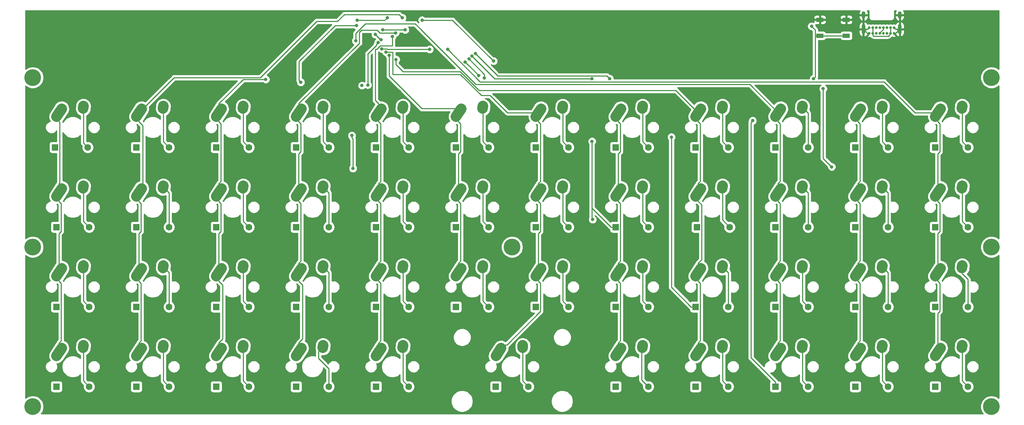
<source format=gbr>
G04 #@! TF.GenerationSoftware,KiCad,Pcbnew,(5.1.0)-1*
G04 #@! TF.CreationDate,2020-08-28T00:10:40-04:00*
G04 #@! TF.ProjectId,keyboard,6b657962-6f61-4726-942e-6b696361645f,rev?*
G04 #@! TF.SameCoordinates,Original*
G04 #@! TF.FileFunction,Copper,L1,Top*
G04 #@! TF.FilePolarity,Positive*
%FSLAX46Y46*%
G04 Gerber Fmt 4.6, Leading zero omitted, Abs format (unit mm)*
G04 Created by KiCad (PCBNEW (5.1.0)-1) date 2020-08-28 00:10:40*
%MOMM*%
%LPD*%
G04 APERTURE LIST*
%ADD10C,4.000000*%
%ADD11C,0.650000*%
%ADD12O,0.900000X2.400000*%
%ADD13O,0.900000X1.700000*%
%ADD14C,1.600000*%
%ADD15R,1.600000X1.600000*%
%ADD16C,2.500000*%
%ADD17C,2.500000*%
%ADD18R,1.700000X1.000000*%
%ADD19C,0.800000*%
%ADD20C,0.250000*%
%ADD21C,0.254000*%
G04 APERTURE END LIST*
D10*
X133350000Y-88106250D03*
X247650000Y-88106250D03*
X19050000Y-88106250D03*
D11*
X222731250Y-37056250D03*
X224431250Y-37056250D03*
X223581250Y-37056250D03*
X221881250Y-37056250D03*
X221031250Y-37056250D03*
X220181250Y-37056250D03*
X219331250Y-37056250D03*
X218481250Y-37056250D03*
X224431250Y-35731250D03*
X223576250Y-35731250D03*
X222726250Y-35731250D03*
X221876250Y-35731250D03*
X221026250Y-35731250D03*
X220176250Y-35731250D03*
X219326250Y-35731250D03*
X218476250Y-35731250D03*
D12*
X225781250Y-36076250D03*
X217131250Y-36076250D03*
D13*
X225781250Y-32696250D03*
X217131250Y-32696250D03*
D10*
X19050000Y-126206250D03*
X247650000Y-126206250D03*
X19050000Y-47625000D03*
X247650000Y-47625000D03*
D14*
X32156250Y-64293750D03*
D15*
X24356250Y-64293750D03*
X43725000Y-64293750D03*
D14*
X51525000Y-64293750D03*
X70575000Y-64293750D03*
D15*
X62775000Y-64293750D03*
X81825000Y-64293750D03*
D14*
X89625000Y-64293750D03*
D15*
X100875000Y-64293750D03*
D14*
X108675000Y-64293750D03*
X127725000Y-64293750D03*
D15*
X119925000Y-64293750D03*
X138975000Y-64293750D03*
D14*
X146775000Y-64293750D03*
X165825000Y-64293750D03*
D15*
X158025000Y-64293750D03*
X177075000Y-64293750D03*
D14*
X184875000Y-64293750D03*
D15*
X196125000Y-64293750D03*
D14*
X203925000Y-64293750D03*
X222975000Y-64293750D03*
D15*
X215175000Y-64293750D03*
D14*
X242025000Y-64293750D03*
D15*
X234225000Y-64293750D03*
D14*
X32475000Y-83343750D03*
D15*
X24675000Y-83343750D03*
X43725000Y-83343750D03*
D14*
X51525000Y-83343750D03*
D15*
X62775000Y-83343750D03*
D14*
X70575000Y-83343750D03*
D15*
X81825000Y-83343750D03*
D14*
X89625000Y-83343750D03*
X108675000Y-83343750D03*
D15*
X100875000Y-83343750D03*
X119925000Y-83343750D03*
D14*
X127725000Y-83343750D03*
X146775000Y-83343750D03*
D15*
X138975000Y-83343750D03*
D14*
X165825000Y-83343750D03*
D15*
X158025000Y-83343750D03*
D14*
X185193750Y-83343750D03*
D15*
X177393750Y-83343750D03*
X196125000Y-83343750D03*
D14*
X203925000Y-83343750D03*
X222975000Y-83343750D03*
D15*
X215175000Y-83343750D03*
D14*
X242025000Y-83343750D03*
D15*
X234225000Y-83343750D03*
X24675000Y-102393750D03*
D14*
X32475000Y-102393750D03*
X51525000Y-102393750D03*
D15*
X43725000Y-102393750D03*
X62775000Y-102393750D03*
D14*
X70575000Y-102393750D03*
D15*
X81825000Y-102393750D03*
D14*
X89625000Y-102393750D03*
D15*
X100875000Y-102393750D03*
D14*
X108675000Y-102393750D03*
D15*
X119925000Y-102393750D03*
D14*
X127725000Y-102393750D03*
D15*
X138975000Y-102393750D03*
D14*
X146775000Y-102393750D03*
D15*
X158025000Y-102393750D03*
D14*
X165825000Y-102393750D03*
X184875000Y-102393750D03*
D15*
X177075000Y-102393750D03*
X196125000Y-102393750D03*
D14*
X203925000Y-102393750D03*
X222975000Y-102393750D03*
D15*
X215175000Y-102393750D03*
D14*
X242025000Y-102393750D03*
D15*
X234225000Y-102393750D03*
D14*
X32475000Y-121443750D03*
D15*
X24675000Y-121443750D03*
X43725000Y-121443750D03*
D14*
X51525000Y-121443750D03*
D15*
X62775000Y-121443750D03*
D14*
X70575000Y-121443750D03*
D15*
X81825000Y-121443750D03*
D14*
X89625000Y-121443750D03*
X108675000Y-121443750D03*
D15*
X100875000Y-121443750D03*
D14*
X165825000Y-121443750D03*
D15*
X158025000Y-121443750D03*
D14*
X184875000Y-121443750D03*
D15*
X177075000Y-121443750D03*
D14*
X203925000Y-121443750D03*
D15*
X196125000Y-121443750D03*
D14*
X222975000Y-121443750D03*
D15*
X215175000Y-121443750D03*
X234225000Y-121443750D03*
D14*
X242025000Y-121443750D03*
D16*
X25320000Y-56011250D03*
D17*
X25924462Y-55062435D02*
X24715538Y-56960065D01*
D16*
X31095000Y-54741250D03*
D17*
X31114724Y-54451922D02*
X31075276Y-55030578D01*
D16*
X50145000Y-54741250D03*
D17*
X50164724Y-54451922D02*
X50125276Y-55030578D01*
D16*
X44370000Y-56011250D03*
D17*
X44974462Y-55062435D02*
X43765538Y-56960065D01*
D16*
X63420000Y-56011250D03*
D17*
X64024462Y-55062435D02*
X62815538Y-56960065D01*
D16*
X69195000Y-54741250D03*
D17*
X69214724Y-54451922D02*
X69175276Y-55030578D01*
D16*
X88245000Y-54741250D03*
D17*
X88264724Y-54451922D02*
X88225276Y-55030578D01*
D16*
X82470000Y-56011250D03*
D17*
X83074462Y-55062435D02*
X81865538Y-56960065D01*
D16*
X101520000Y-56011250D03*
D17*
X102124462Y-55062435D02*
X100915538Y-56960065D01*
D16*
X107295000Y-54741250D03*
D17*
X107314724Y-54451922D02*
X107275276Y-55030578D01*
D16*
X126345000Y-54741250D03*
D17*
X126364724Y-54451922D02*
X126325276Y-55030578D01*
D16*
X120570000Y-56011250D03*
D17*
X121174462Y-55062435D02*
X119965538Y-56960065D01*
D16*
X139620000Y-56011250D03*
D17*
X140224462Y-55062435D02*
X139015538Y-56960065D01*
D16*
X145395000Y-54741250D03*
D17*
X145414724Y-54451922D02*
X145375276Y-55030578D01*
D16*
X164445000Y-54741250D03*
D17*
X164464724Y-54451922D02*
X164425276Y-55030578D01*
D16*
X158670000Y-56011250D03*
D17*
X159274462Y-55062435D02*
X158065538Y-56960065D01*
D16*
X177720000Y-56011250D03*
D17*
X178324462Y-55062435D02*
X177115538Y-56960065D01*
D16*
X183495000Y-54741250D03*
D17*
X183514724Y-54451922D02*
X183475276Y-55030578D01*
D16*
X202545000Y-54741250D03*
D17*
X202564724Y-54451922D02*
X202525276Y-55030578D01*
D16*
X196770000Y-56011250D03*
D17*
X197374462Y-55062435D02*
X196165538Y-56960065D01*
D16*
X215820000Y-56011250D03*
D17*
X216424462Y-55062435D02*
X215215538Y-56960065D01*
D16*
X221595000Y-54741250D03*
D17*
X221614724Y-54451922D02*
X221575276Y-55030578D01*
D16*
X240645000Y-54741250D03*
D17*
X240664724Y-54451922D02*
X240625276Y-55030578D01*
D16*
X234870000Y-56011250D03*
D17*
X235474462Y-55062435D02*
X234265538Y-56960065D01*
D16*
X31095000Y-73791250D03*
D17*
X31114724Y-73501922D02*
X31075276Y-74080578D01*
D16*
X25320000Y-75061250D03*
D17*
X25924462Y-74112435D02*
X24715538Y-76010065D01*
D16*
X63420000Y-75061250D03*
D17*
X64024462Y-74112435D02*
X62815538Y-76010065D01*
D16*
X69195000Y-73791250D03*
D17*
X69214724Y-73501922D02*
X69175276Y-74080578D01*
D16*
X88245000Y-73791250D03*
D17*
X88264724Y-73501922D02*
X88225276Y-74080578D01*
D16*
X82470000Y-75061250D03*
D17*
X83074462Y-74112435D02*
X81865538Y-76010065D01*
D16*
X101520000Y-75061250D03*
D17*
X102124462Y-74112435D02*
X100915538Y-76010065D01*
D16*
X107295000Y-73791250D03*
D17*
X107314724Y-73501922D02*
X107275276Y-74080578D01*
D16*
X126345000Y-73791250D03*
D17*
X126364724Y-73501922D02*
X126325276Y-74080578D01*
D16*
X120570000Y-75061250D03*
D17*
X121174462Y-74112435D02*
X119965538Y-76010065D01*
D16*
X139620000Y-75061250D03*
D17*
X140224462Y-74112435D02*
X139015538Y-76010065D01*
D16*
X145395000Y-73791250D03*
D17*
X145414724Y-73501922D02*
X145375276Y-74080578D01*
D16*
X164445000Y-73791250D03*
D17*
X164464724Y-73501922D02*
X164425276Y-74080578D01*
D16*
X158670000Y-75061250D03*
D17*
X159274462Y-74112435D02*
X158065538Y-76010065D01*
D16*
X177720000Y-75061250D03*
D17*
X178324462Y-74112435D02*
X177115538Y-76010065D01*
D16*
X183495000Y-73791250D03*
D17*
X183514724Y-73501922D02*
X183475276Y-74080578D01*
D16*
X202545000Y-73791250D03*
D17*
X202564724Y-73501922D02*
X202525276Y-74080578D01*
D16*
X196770000Y-75061250D03*
D17*
X197374462Y-74112435D02*
X196165538Y-76010065D01*
D16*
X215820000Y-75061250D03*
D17*
X216424462Y-74112435D02*
X215215538Y-76010065D01*
D16*
X221595000Y-73791250D03*
D17*
X221614724Y-73501922D02*
X221575276Y-74080578D01*
D16*
X234870000Y-75061250D03*
D17*
X235474462Y-74112435D02*
X234265538Y-76010065D01*
D16*
X240645000Y-73791250D03*
D17*
X240664724Y-73501922D02*
X240625276Y-74080578D01*
D16*
X31095000Y-92841250D03*
D17*
X31114724Y-92551922D02*
X31075276Y-93130578D01*
D16*
X25320000Y-94111250D03*
D17*
X25924462Y-93162435D02*
X24715538Y-95060065D01*
D16*
X50145000Y-92841250D03*
D17*
X50164724Y-92551922D02*
X50125276Y-93130578D01*
D16*
X44370000Y-94111250D03*
D17*
X44974462Y-93162435D02*
X43765538Y-95060065D01*
D16*
X63420000Y-94111250D03*
D17*
X64024462Y-93162435D02*
X62815538Y-95060065D01*
D16*
X69195000Y-92841250D03*
D17*
X69214724Y-92551922D02*
X69175276Y-93130578D01*
D16*
X88245000Y-92841250D03*
D17*
X88264724Y-92551922D02*
X88225276Y-93130578D01*
D16*
X82470000Y-94111250D03*
D17*
X83074462Y-93162435D02*
X81865538Y-95060065D01*
D16*
X101520000Y-94111250D03*
D17*
X102124462Y-93162435D02*
X100915538Y-95060065D01*
D16*
X107295000Y-92841250D03*
D17*
X107314724Y-92551922D02*
X107275276Y-93130578D01*
D16*
X120570000Y-94111250D03*
D17*
X121174462Y-93162435D02*
X119965538Y-95060065D01*
D16*
X126345000Y-92841250D03*
D17*
X126364724Y-92551922D02*
X126325276Y-93130578D01*
D16*
X139620000Y-94111250D03*
D17*
X140224462Y-93162435D02*
X139015538Y-95060065D01*
D16*
X145395000Y-92841250D03*
D17*
X145414724Y-92551922D02*
X145375276Y-93130578D01*
D16*
X158670000Y-94111250D03*
D17*
X159274462Y-93162435D02*
X158065538Y-95060065D01*
D16*
X164445000Y-92841250D03*
D17*
X164464724Y-92551922D02*
X164425276Y-93130578D01*
D16*
X183495000Y-92841250D03*
D17*
X183514724Y-92551922D02*
X183475276Y-93130578D01*
D16*
X177720000Y-94111250D03*
D17*
X178324462Y-93162435D02*
X177115538Y-95060065D01*
D16*
X202545000Y-92841250D03*
D17*
X202564724Y-92551922D02*
X202525276Y-93130578D01*
D16*
X196770000Y-94111250D03*
D17*
X197374462Y-93162435D02*
X196165538Y-95060065D01*
D16*
X215820000Y-94111250D03*
D17*
X216424462Y-93162435D02*
X215215538Y-95060065D01*
D16*
X221595000Y-92841250D03*
D17*
X221614724Y-92551922D02*
X221575276Y-93130578D01*
D16*
X240645000Y-92841250D03*
D17*
X240664724Y-92551922D02*
X240625276Y-93130578D01*
D16*
X234870000Y-94111250D03*
D17*
X235474462Y-93162435D02*
X234265538Y-95060065D01*
D16*
X25320000Y-113161250D03*
D17*
X25924462Y-112212435D02*
X24715538Y-114110065D01*
D16*
X31095000Y-111891250D03*
D17*
X31114724Y-111601922D02*
X31075276Y-112180578D01*
D16*
X50145000Y-111891250D03*
D17*
X50164724Y-111601922D02*
X50125276Y-112180578D01*
D16*
X44370000Y-113161250D03*
D17*
X44974462Y-112212435D02*
X43765538Y-114110065D01*
D16*
X63420000Y-113161250D03*
D17*
X64024462Y-112212435D02*
X62815538Y-114110065D01*
D16*
X69195000Y-111891250D03*
D17*
X69214724Y-111601922D02*
X69175276Y-112180578D01*
D16*
X88245000Y-111891250D03*
D17*
X88264724Y-111601922D02*
X88225276Y-112180578D01*
D16*
X82470000Y-113161250D03*
D17*
X83074462Y-112212435D02*
X81865538Y-114110065D01*
D16*
X107295000Y-111891250D03*
D17*
X107314724Y-111601922D02*
X107275276Y-112180578D01*
D16*
X101520000Y-113161250D03*
D17*
X102124462Y-112212435D02*
X100915538Y-114110065D01*
D16*
X158670000Y-113161250D03*
D17*
X159274462Y-112212435D02*
X158065538Y-114110065D01*
D16*
X164445000Y-111891250D03*
D17*
X164464724Y-111601922D02*
X164425276Y-112180578D01*
D16*
X183495000Y-111891250D03*
D17*
X183514724Y-111601922D02*
X183475276Y-112180578D01*
D16*
X177720000Y-113161250D03*
D17*
X178324462Y-112212435D02*
X177115538Y-114110065D01*
D16*
X202545000Y-111891250D03*
D17*
X202564724Y-111601922D02*
X202525276Y-112180578D01*
D16*
X196770000Y-113161250D03*
D17*
X197374462Y-112212435D02*
X196165538Y-114110065D01*
D16*
X215820000Y-113161250D03*
D17*
X216424462Y-112212435D02*
X215215538Y-114110065D01*
D16*
X221595000Y-111891250D03*
D17*
X221614724Y-111601922D02*
X221575276Y-112180578D01*
D16*
X234870000Y-113161250D03*
D17*
X235474462Y-112212435D02*
X234265538Y-114110065D01*
D16*
X240645000Y-111891250D03*
D17*
X240664724Y-111601922D02*
X240625276Y-112180578D01*
D18*
X206736550Y-33818750D03*
X213036550Y-33818750D03*
X206736550Y-37618750D03*
X213036550Y-37618750D03*
D16*
X44370000Y-75061250D03*
D17*
X44974462Y-74112435D02*
X43765538Y-76010065D01*
D16*
X50145000Y-73791250D03*
D17*
X50164724Y-73501922D02*
X50125276Y-74080578D01*
D15*
X129450000Y-121443750D03*
D14*
X137250000Y-121443750D03*
D16*
X130095000Y-113161250D03*
D17*
X130699462Y-112212435D02*
X129490538Y-114110065D01*
D16*
X135870000Y-111891250D03*
D17*
X135889724Y-111601922D02*
X135850276Y-112180578D01*
D19*
X102463600Y-36232000D03*
X107848400Y-36220400D03*
X82931000Y-48742600D03*
X96240600Y-35191700D03*
X125349000Y-47117000D03*
X122174000Y-43942000D03*
X126746000Y-47752000D03*
X152400000Y-62865000D03*
X152527000Y-81534000D03*
X123063000Y-43180000D03*
X152400000Y-47916000D03*
X171323000Y-61849000D03*
X123770108Y-42472892D03*
X156591000Y-47879000D03*
X190703200Y-57912000D03*
X124601657Y-41895343D03*
X107175300Y-33337500D03*
X74606990Y-48075010D03*
X103593900Y-33312100D03*
X96424750Y-33953450D03*
X105537000Y-36957000D03*
X104775000Y-37846000D03*
X104013000Y-42291000D03*
X103251000Y-41529000D03*
X111874300Y-33909000D03*
X128905000Y-43688000D03*
X105664000Y-43307000D03*
X96062800Y-38862000D03*
X98935900Y-49400100D03*
X101368059Y-39280674D03*
X102108000Y-38608000D03*
X100711000Y-37338000D03*
X113665000Y-40894000D03*
X102235000Y-40767000D03*
X117983000Y-40894000D03*
X204743050Y-35356800D03*
X97536000Y-49530000D03*
X95123000Y-61468000D03*
X95377000Y-69342000D03*
X209550000Y-68961000D03*
X207518000Y-50292000D03*
X205232000Y-47879000D03*
X106476800Y-50952400D03*
X102006400Y-50952400D03*
X96418400Y-50952400D03*
X96083547Y-48433147D03*
X107391200Y-44450000D03*
X109124998Y-42718372D03*
D20*
X102463600Y-36232000D02*
X107836800Y-36232000D01*
X107836800Y-36232000D02*
X107848400Y-36220400D01*
X82531001Y-48342601D02*
X82531001Y-43795899D01*
X82931000Y-48742600D02*
X82531001Y-48342601D01*
X82531001Y-43795899D02*
X91135200Y-35191700D01*
X91135200Y-35191700D02*
X96240600Y-35191700D01*
X223576250Y-37051250D02*
X223581250Y-37056250D01*
X223576250Y-35731250D02*
X223576250Y-37051250D01*
X219326250Y-37051250D02*
X219331250Y-37056250D01*
X219326250Y-35731250D02*
X219326250Y-37051250D01*
X219331250Y-37515869D02*
X219331250Y-37056250D01*
X223043251Y-37706251D02*
X219521632Y-37706251D01*
X223381251Y-37368251D02*
X223043251Y-37706251D01*
X219521632Y-37706251D02*
X219331250Y-37515869D01*
X223381251Y-37197349D02*
X223381251Y-37368251D01*
X223522350Y-37056250D02*
X223381251Y-37197349D01*
X223581250Y-37056250D02*
X223522350Y-37056250D01*
X31095000Y-63232500D02*
X32156250Y-64293750D01*
X31095000Y-54741250D02*
X31095000Y-63232500D01*
X123208999Y-44976999D02*
X125349000Y-47117000D01*
X122573999Y-44341999D02*
X122999500Y-44767500D01*
X122174000Y-43942000D02*
X122573999Y-44341999D01*
X122809000Y-44577000D02*
X122999500Y-44767500D01*
X122999500Y-44767500D02*
X123208999Y-44976999D01*
X50145000Y-62913750D02*
X51525000Y-64293750D01*
X50145000Y-54741250D02*
X50145000Y-62913750D01*
X69195000Y-62913750D02*
X70575000Y-64293750D01*
X69195000Y-54741250D02*
X69195000Y-62913750D01*
X88245000Y-62913750D02*
X89625000Y-64293750D01*
X88245000Y-54741250D02*
X88245000Y-62913750D01*
X107295000Y-62913750D02*
X108675000Y-64293750D01*
X107295000Y-54741250D02*
X107295000Y-62913750D01*
X126345000Y-62913750D02*
X127725000Y-64293750D01*
X126345000Y-54741250D02*
X126345000Y-62913750D01*
X145395000Y-62913750D02*
X146775000Y-64293750D01*
X145395000Y-54741250D02*
X145395000Y-62913750D01*
X164445000Y-62913750D02*
X165825000Y-64293750D01*
X164445000Y-54741250D02*
X164445000Y-62913750D01*
X183495000Y-62913750D02*
X184875000Y-64293750D01*
X183495000Y-54741250D02*
X183495000Y-62913750D01*
X203925000Y-56121250D02*
X202545000Y-54741250D01*
X203925000Y-64293750D02*
X203925000Y-56121250D01*
X222175001Y-63493751D02*
X222975000Y-64293750D01*
X221595000Y-62913750D02*
X222175001Y-63493751D01*
X221595000Y-54741250D02*
X221595000Y-62913750D01*
X240645000Y-62913750D02*
X242025000Y-64293750D01*
X240645000Y-54741250D02*
X240645000Y-62913750D01*
X31095000Y-81963750D02*
X32475000Y-83343750D01*
X31095000Y-73791250D02*
X31095000Y-81963750D01*
X152400000Y-62865000D02*
X152400000Y-81407000D01*
X152400000Y-81407000D02*
X152527000Y-81534000D01*
X156975000Y-83343750D02*
X158025000Y-83343750D01*
X152400000Y-78768750D02*
X156975000Y-83343750D01*
X152400000Y-62865000D02*
X152400000Y-78768750D01*
X126746000Y-46863000D02*
X126746000Y-47752000D01*
X123063000Y-43180000D02*
X126746000Y-46863000D01*
X51525000Y-75171250D02*
X51525000Y-83343750D01*
X50145000Y-73791250D02*
X51525000Y-75171250D01*
X69195000Y-81963750D02*
X70575000Y-83343750D01*
X69195000Y-73791250D02*
X69195000Y-81963750D01*
X89625000Y-75171250D02*
X88245000Y-73791250D01*
X89625000Y-83343750D02*
X89625000Y-75171250D01*
X107295000Y-81963750D02*
X108675000Y-83343750D01*
X107295000Y-73791250D02*
X107295000Y-81963750D01*
X126345000Y-81963750D02*
X127725000Y-83343750D01*
X126345000Y-73791250D02*
X126345000Y-81963750D01*
X145395000Y-81963750D02*
X146775000Y-83343750D01*
X145395000Y-73791250D02*
X145395000Y-81963750D01*
X164445000Y-81963750D02*
X165825000Y-83343750D01*
X164445000Y-73791250D02*
X164445000Y-81963750D01*
X183495000Y-81645000D02*
X185193750Y-83343750D01*
X183495000Y-73791250D02*
X183495000Y-81645000D01*
X203925000Y-75171250D02*
X202545000Y-73791250D01*
X203925000Y-83343750D02*
X203925000Y-75171250D01*
X222975000Y-75171250D02*
X221595000Y-73791250D01*
X222975000Y-83343750D02*
X222975000Y-75171250D01*
X240645000Y-81963750D02*
X242025000Y-83343750D01*
X240645000Y-73791250D02*
X240645000Y-81963750D01*
X31095000Y-101013750D02*
X32475000Y-102393750D01*
X31095000Y-92841250D02*
X31095000Y-101013750D01*
X176025000Y-102393750D02*
X177075000Y-102393750D01*
X171323000Y-97691750D02*
X176025000Y-102393750D01*
X171323000Y-61849000D02*
X171323000Y-97691750D01*
X129213216Y-47916000D02*
X152400000Y-47916000D01*
X123770108Y-42472892D02*
X129213216Y-47916000D01*
X51525000Y-94221250D02*
X50145000Y-92841250D01*
X51525000Y-102393750D02*
X51525000Y-94221250D01*
X69195000Y-101013750D02*
X70575000Y-102393750D01*
X69195000Y-92841250D02*
X69195000Y-101013750D01*
X89625000Y-94221250D02*
X89625000Y-102393750D01*
X88245000Y-92841250D02*
X89625000Y-94221250D01*
X107295000Y-101013750D02*
X107295000Y-92841250D01*
X108675000Y-102393750D02*
X107295000Y-101013750D01*
X126345000Y-101013750D02*
X127725000Y-102393750D01*
X126345000Y-92841250D02*
X126345000Y-101013750D01*
X145395000Y-101013750D02*
X146775000Y-102393750D01*
X145395000Y-92841250D02*
X145395000Y-101013750D01*
X164445000Y-101013750D02*
X165825000Y-102393750D01*
X164445000Y-92841250D02*
X164445000Y-101013750D01*
X184875000Y-94221250D02*
X183495000Y-92841250D01*
X184875000Y-102393750D02*
X184875000Y-94221250D01*
X202545000Y-101013750D02*
X203925000Y-102393750D01*
X202545000Y-92841250D02*
X202545000Y-101013750D01*
X222975000Y-94221250D02*
X221595000Y-92841250D01*
X222975000Y-102393750D02*
X222975000Y-94221250D01*
X242025000Y-101262380D02*
X242025000Y-102393750D01*
X242025000Y-95855672D02*
X242025000Y-101262380D01*
X240645000Y-94475672D02*
X242025000Y-95855672D01*
X240645000Y-92841250D02*
X240645000Y-94475672D01*
X31095000Y-120063750D02*
X32475000Y-121443750D01*
X31095000Y-111891250D02*
X31095000Y-120063750D01*
X190303201Y-58311999D02*
X190303201Y-114560401D01*
X190703200Y-57912000D02*
X190303201Y-58311999D01*
X196125000Y-120382200D02*
X196125000Y-121443750D01*
X190303201Y-114560401D02*
X196125000Y-120382200D01*
X155902999Y-47190999D02*
X156591000Y-47879000D01*
X129897314Y-47190999D02*
X155902999Y-47190999D01*
X124601657Y-41895343D02*
X125235407Y-42529092D01*
X125235407Y-42529092D02*
X129897314Y-47190999D01*
X50145000Y-120063750D02*
X51525000Y-121443750D01*
X50145000Y-111891250D02*
X50145000Y-120063750D01*
X69195000Y-120063750D02*
X70575000Y-121443750D01*
X69195000Y-111891250D02*
X69195000Y-120063750D01*
X89625000Y-120312380D02*
X89625000Y-121443750D01*
X89625000Y-117149276D02*
X89625000Y-120312380D01*
X87146390Y-114670666D02*
X89625000Y-117149276D01*
X87146390Y-112989860D02*
X87146390Y-114670666D01*
X88245000Y-111891250D02*
X87146390Y-112989860D01*
X107295000Y-120063750D02*
X108675000Y-121443750D01*
X107295000Y-111891250D02*
X107295000Y-120063750D01*
X135870000Y-120063750D02*
X137250000Y-121443750D01*
X135870000Y-111891250D02*
X135870000Y-120063750D01*
X165025001Y-120643751D02*
X165825000Y-121443750D01*
X164243901Y-119862651D02*
X165025001Y-120643751D01*
X164243901Y-112092349D02*
X164243901Y-119862651D01*
X164445000Y-111891250D02*
X164243901Y-112092349D01*
X183495000Y-120063750D02*
X184875000Y-121443750D01*
X183495000Y-111891250D02*
X183495000Y-120063750D01*
X202545000Y-120063750D02*
X203925000Y-121443750D01*
X202545000Y-111891250D02*
X202545000Y-120063750D01*
X221595000Y-120063750D02*
X222975000Y-121443750D01*
X221595000Y-111891250D02*
X221595000Y-120063750D01*
X240645000Y-120063750D02*
X242025000Y-121443750D01*
X240645000Y-111891250D02*
X240645000Y-120063750D01*
X221876250Y-36099248D02*
X221876250Y-35731250D01*
X221231249Y-36744249D02*
X221876250Y-36099248D01*
X221231249Y-36997851D02*
X221231249Y-36744249D01*
X221172850Y-37056250D02*
X221231249Y-36997851D01*
X221031250Y-37056250D02*
X221172850Y-37056250D01*
X25320000Y-96251451D02*
X25320000Y-94111250D01*
X25800001Y-96731452D02*
X25320000Y-96251451D01*
X25800001Y-110541048D02*
X25800001Y-96731452D01*
X25320000Y-111021049D02*
X25800001Y-110541048D01*
X25320000Y-113161250D02*
X25320000Y-111021049D01*
X25320000Y-77201451D02*
X25320000Y-75061250D01*
X25800001Y-77681452D02*
X25320000Y-77201451D01*
X25800001Y-84403751D02*
X25800001Y-77681452D01*
X25320000Y-84883752D02*
X25800001Y-84403751D01*
X25320000Y-94111250D02*
X25320000Y-84883752D01*
X25320000Y-58151451D02*
X25320000Y-56011250D01*
X25481251Y-58312702D02*
X25320000Y-58151451D01*
X25481251Y-72759798D02*
X25481251Y-58312702D01*
X25320000Y-72921049D02*
X25481251Y-72759798D01*
X25320000Y-75061250D02*
X25320000Y-72921049D01*
X44370000Y-96251451D02*
X44370000Y-94111250D01*
X44850001Y-96731452D02*
X44370000Y-96251451D01*
X44850001Y-110541048D02*
X44850001Y-96731452D01*
X44370000Y-111021049D02*
X44850001Y-110541048D01*
X44370000Y-113161250D02*
X44370000Y-111021049D01*
X44370000Y-77201451D02*
X44370000Y-75061250D01*
X44850001Y-77681452D02*
X44370000Y-77201451D01*
X44850001Y-84403751D02*
X44850001Y-77681452D01*
X44370000Y-84883752D02*
X44850001Y-84403751D01*
X44370000Y-94111250D02*
X44370000Y-84883752D01*
X44370000Y-58151451D02*
X44370000Y-56011250D01*
X45306099Y-59087550D02*
X44370000Y-58151451D01*
X45306099Y-74125151D02*
X45306099Y-59087550D01*
X44370000Y-75061250D02*
X45306099Y-74125151D01*
X106391236Y-32553436D02*
X107175300Y-33337500D01*
X44370000Y-56011250D02*
X52756250Y-47625000D01*
X73279000Y-47625000D02*
X86728300Y-34175700D01*
X86728300Y-34175700D02*
X91706700Y-34175700D01*
X91706700Y-34175700D02*
X93328964Y-32553436D01*
X52756250Y-47625000D02*
X73279000Y-47625000D01*
X93328964Y-32553436D02*
X106391236Y-32553436D01*
X63420000Y-96251451D02*
X63420000Y-94111250D01*
X64356099Y-97187550D02*
X63420000Y-96251451D01*
X64356099Y-110084950D02*
X64356099Y-97187550D01*
X63420000Y-111021049D02*
X64356099Y-110084950D01*
X63420000Y-113161250D02*
X63420000Y-111021049D01*
X63420000Y-77201451D02*
X63420000Y-75061250D01*
X63900001Y-77681452D02*
X63420000Y-77201451D01*
X63900001Y-84403751D02*
X63900001Y-77681452D01*
X63420000Y-84883752D02*
X63900001Y-84403751D01*
X63420000Y-94111250D02*
X63420000Y-84883752D01*
X63420000Y-58151451D02*
X63420000Y-56011250D01*
X63900001Y-58631452D02*
X63420000Y-58151451D01*
X63900001Y-72441048D02*
X63900001Y-58631452D01*
X63420000Y-72921049D02*
X63900001Y-72441048D01*
X63420000Y-75061250D02*
X63420000Y-72921049D01*
X69216039Y-48075010D02*
X74606990Y-48075010D01*
X63420000Y-56011250D02*
X63420000Y-53871049D01*
X63420000Y-53871049D02*
X69216039Y-48075010D01*
X102952550Y-33953450D02*
X96424750Y-33953450D01*
X103593900Y-33312100D02*
X102952550Y-33953450D01*
X82470000Y-96251451D02*
X82470000Y-94111250D01*
X83406099Y-97187550D02*
X82470000Y-96251451D01*
X83406099Y-110084950D02*
X83406099Y-97187550D01*
X82470000Y-111021049D02*
X83406099Y-110084950D01*
X82470000Y-113161250D02*
X82470000Y-111021049D01*
X82470000Y-77201451D02*
X82470000Y-75061250D01*
X82950001Y-77681452D02*
X82470000Y-77201451D01*
X82950001Y-91491048D02*
X82950001Y-77681452D01*
X82470000Y-91971049D02*
X82950001Y-91491048D01*
X82470000Y-94111250D02*
X82470000Y-91971049D01*
X82470000Y-58151451D02*
X82470000Y-56011250D01*
X82950001Y-58631452D02*
X82470000Y-58151451D01*
X82950001Y-65353751D02*
X82950001Y-58631452D01*
X82470000Y-65833752D02*
X82950001Y-65353751D01*
X82470000Y-75061250D02*
X82470000Y-65833752D01*
X82470000Y-56011250D02*
X82470000Y-53871049D01*
X101796998Y-36957000D02*
X101161998Y-36322000D01*
X105537000Y-36957000D02*
X101796998Y-36957000D01*
X101161998Y-36322000D02*
X97409000Y-36322000D01*
X96936024Y-36794976D02*
X96936024Y-39405024D01*
X97409000Y-36322000D02*
X96936024Y-36794976D01*
X82470000Y-53871049D02*
X96936024Y-39405024D01*
X101520000Y-96251451D02*
X101520000Y-94111250D01*
X102000001Y-96731452D02*
X101520000Y-96251451D01*
X102000001Y-110541048D02*
X102000001Y-96731452D01*
X101520000Y-111021049D02*
X102000001Y-110541048D01*
X101520000Y-113161250D02*
X101520000Y-111021049D01*
X101520000Y-77201451D02*
X101520000Y-75061250D01*
X102000001Y-77681452D02*
X101520000Y-77201451D01*
X102000001Y-91491048D02*
X102000001Y-77681452D01*
X101520000Y-91971049D02*
X102000001Y-91491048D01*
X101520000Y-94111250D02*
X101520000Y-91971049D01*
X101520000Y-58151451D02*
X101520000Y-56011250D01*
X102000001Y-58631452D02*
X101520000Y-58151451D01*
X102000001Y-72441048D02*
X102000001Y-58631452D01*
X101520000Y-72921049D02*
X102000001Y-72441048D01*
X101520000Y-75061250D02*
X101520000Y-72921049D01*
X100747999Y-53099048D02*
X100747999Y-40857001D01*
X101520000Y-56011250D02*
X101520000Y-53871049D01*
X101520000Y-53871049D02*
X100747999Y-53099048D01*
X101071997Y-40857001D02*
X101923998Y-40005000D01*
X100747999Y-40857001D02*
X101071997Y-40857001D01*
X101923998Y-40005000D02*
X104775000Y-40005000D01*
X104775000Y-40005000D02*
X104775000Y-37846000D01*
X120570000Y-77201451D02*
X120570000Y-75061250D01*
X121050001Y-77681452D02*
X120570000Y-77201451D01*
X121050001Y-91491048D02*
X121050001Y-77681452D01*
X120570000Y-91971049D02*
X121050001Y-91491048D01*
X120570000Y-94111250D02*
X120570000Y-91971049D01*
X120570000Y-58151451D02*
X120570000Y-56011250D01*
X121050001Y-58631452D02*
X120570000Y-58151451D01*
X121050001Y-65353751D02*
X121050001Y-58631452D01*
X120570000Y-65833752D02*
X121050001Y-65353751D01*
X120570000Y-75061250D02*
X120570000Y-65833752D01*
X104013000Y-47244000D02*
X104013000Y-42291000D01*
X111804197Y-55035197D02*
X104013000Y-47244000D01*
X120570000Y-56011250D02*
X119593947Y-55035197D01*
X119593947Y-55035197D02*
X111804197Y-55035197D01*
X139620000Y-96251451D02*
X139620000Y-94111250D01*
X140100001Y-96731452D02*
X139620000Y-96251451D01*
X140100001Y-103453751D02*
X140100001Y-96731452D01*
X132103578Y-111450174D02*
X140100001Y-103453751D01*
X131806076Y-111450174D02*
X132103578Y-111450174D01*
X130095000Y-113161250D02*
X131806076Y-111450174D01*
X139620000Y-77201451D02*
X139620000Y-75061250D01*
X140100001Y-77681452D02*
X139620000Y-77201451D01*
X140100001Y-84403751D02*
X140100001Y-77681452D01*
X139620000Y-84883752D02*
X140100001Y-84403751D01*
X139620000Y-94111250D02*
X139620000Y-84883752D01*
X139620000Y-58151451D02*
X139620000Y-56011250D01*
X140100001Y-58631452D02*
X139620000Y-58151451D01*
X140100001Y-72441048D02*
X140100001Y-58631452D01*
X139620000Y-72921049D02*
X140100001Y-72441048D01*
X139620000Y-75061250D02*
X139620000Y-72921049D01*
X132211250Y-56011250D02*
X128080860Y-51880860D01*
X128080860Y-51880860D02*
X126020740Y-51880860D01*
X104902000Y-41529000D02*
X103251000Y-41529000D01*
X126020740Y-51880860D02*
X121002880Y-46863000D01*
X121002880Y-46863000D02*
X104902000Y-46863000D01*
X139620000Y-56011250D02*
X132211250Y-56011250D01*
X104902000Y-46863000D02*
X104902000Y-41529000D01*
X158670000Y-96251451D02*
X158670000Y-94111250D01*
X159150001Y-96731452D02*
X158670000Y-96251451D01*
X159150001Y-110541048D02*
X159150001Y-96731452D01*
X158670000Y-111021049D02*
X159150001Y-110541048D01*
X158670000Y-113161250D02*
X158670000Y-111021049D01*
X158670000Y-77201451D02*
X158670000Y-75061250D01*
X159150001Y-77681452D02*
X158670000Y-77201451D01*
X159150001Y-91491048D02*
X159150001Y-77681452D01*
X158670000Y-91971049D02*
X159150001Y-91491048D01*
X158670000Y-94111250D02*
X158670000Y-91971049D01*
X158670000Y-58151451D02*
X158670000Y-56011250D01*
X159150001Y-58631452D02*
X158670000Y-58151451D01*
X159150001Y-65353751D02*
X159150001Y-58631452D01*
X158670000Y-65833752D02*
X159150001Y-65353751D01*
X158670000Y-75061250D02*
X158670000Y-65833752D01*
X119126000Y-33909000D02*
X128905000Y-43688000D01*
X119126000Y-33909000D02*
X111874300Y-33909000D01*
X177720000Y-96251451D02*
X177720000Y-94111250D01*
X178200001Y-96731452D02*
X177720000Y-96251451D01*
X178200001Y-110541048D02*
X178200001Y-96731452D01*
X177720000Y-111021049D02*
X178200001Y-110541048D01*
X177720000Y-113161250D02*
X177720000Y-111021049D01*
X177720000Y-77201451D02*
X177720000Y-75061250D01*
X178518751Y-78000202D02*
X177720000Y-77201451D01*
X178518751Y-91172298D02*
X178518751Y-78000202D01*
X177720000Y-91971049D02*
X178518751Y-91172298D01*
X177720000Y-94111250D02*
X177720000Y-91971049D01*
X177720000Y-58151451D02*
X177720000Y-56011250D01*
X178200001Y-58631452D02*
X177720000Y-58151451D01*
X178200001Y-72441048D02*
X178200001Y-58631452D01*
X177720000Y-72921049D02*
X178200001Y-72441048D01*
X177720000Y-75061250D02*
X177720000Y-72921049D01*
X177720000Y-56011250D02*
X172381750Y-50673000D01*
X172381750Y-50673000D02*
X131318000Y-50673000D01*
X131318000Y-50673000D02*
X125449290Y-50673000D01*
X121004290Y-46228000D02*
X107315000Y-46228000D01*
X125449290Y-50673000D02*
X121004290Y-46228000D01*
X107315000Y-46228000D02*
X105627000Y-44540000D01*
X105627000Y-44540000D02*
X105627000Y-43344000D01*
X105627000Y-43344000D02*
X105664000Y-43307000D01*
X196770000Y-96251451D02*
X196770000Y-94111250D01*
X197250001Y-96731452D02*
X196770000Y-96251451D01*
X197250001Y-110541048D02*
X197250001Y-96731452D01*
X196770000Y-111021049D02*
X197250001Y-110541048D01*
X196770000Y-113161250D02*
X196770000Y-111021049D01*
X196770000Y-77201451D02*
X196770000Y-75061250D01*
X197250001Y-77681452D02*
X196770000Y-77201451D01*
X197250001Y-91491048D02*
X197250001Y-77681452D01*
X196770000Y-91971049D02*
X197250001Y-91491048D01*
X196770000Y-94111250D02*
X196770000Y-91971049D01*
X196770000Y-58151451D02*
X196770000Y-56011250D01*
X197250001Y-58631452D02*
X196770000Y-58151451D01*
X197250001Y-72441048D02*
X197250001Y-58631452D01*
X196770000Y-72921049D02*
X197250001Y-72441048D01*
X196770000Y-75061250D02*
X196770000Y-72921049D01*
X196770000Y-56011250D02*
X190034750Y-49276000D01*
X190034750Y-49276000D02*
X124688700Y-49276000D01*
X124688700Y-49276000D02*
X111607700Y-36195000D01*
X111607700Y-36195000D02*
X111607700Y-36169700D01*
X111607700Y-36169700D02*
X110185200Y-34747200D01*
X96062800Y-38296315D02*
X96062800Y-38862000D01*
X96062800Y-37031790D02*
X96062800Y-38296315D01*
X98347390Y-34747200D02*
X96062800Y-37031790D01*
X110185200Y-34747200D02*
X98347390Y-34747200D01*
X215820000Y-96251451D02*
X215820000Y-94111250D01*
X216300001Y-96731452D02*
X215820000Y-96251451D01*
X216300001Y-110541048D02*
X216300001Y-96731452D01*
X215820000Y-111021049D02*
X216300001Y-110541048D01*
X215820000Y-113161250D02*
X215820000Y-111021049D01*
X215820000Y-77201451D02*
X215820000Y-75061250D01*
X216300001Y-77681452D02*
X215820000Y-77201451D01*
X216300001Y-91491048D02*
X216300001Y-77681452D01*
X215820000Y-91971049D02*
X216300001Y-91491048D01*
X215820000Y-94111250D02*
X215820000Y-91971049D01*
X215820000Y-58151451D02*
X215820000Y-56011250D01*
X216300001Y-58631452D02*
X215820000Y-58151451D01*
X216300001Y-72441048D02*
X216300001Y-58631452D01*
X215820000Y-72921049D02*
X216300001Y-72441048D01*
X215820000Y-75061250D02*
X215820000Y-72921049D01*
X99031700Y-41887500D02*
X98935900Y-41887500D01*
X98935900Y-41887500D02*
X98935900Y-49400100D01*
X100968060Y-39951140D02*
X100812600Y-40106600D01*
X100968060Y-39680673D02*
X100968060Y-39951140D01*
X101368059Y-39280674D02*
X100968060Y-39680673D01*
X100812600Y-40106600D02*
X99031700Y-41887500D01*
X234870000Y-96251451D02*
X234870000Y-94111250D01*
X235350001Y-96731452D02*
X234870000Y-96251451D01*
X235350001Y-103453751D02*
X235350001Y-96731452D01*
X234870000Y-103933752D02*
X235350001Y-103453751D01*
X234870000Y-113161250D02*
X234870000Y-103933752D01*
X234870000Y-77201451D02*
X234870000Y-75061250D01*
X235350001Y-77681452D02*
X234870000Y-77201451D01*
X235350001Y-84403751D02*
X235350001Y-77681452D01*
X234870000Y-84883752D02*
X235350001Y-84403751D01*
X234870000Y-94111250D02*
X234870000Y-84883752D01*
X234870000Y-58151451D02*
X234870000Y-56011250D01*
X235350001Y-58631452D02*
X234870000Y-58151451D01*
X235350001Y-65353751D02*
X235350001Y-58631452D01*
X234870000Y-65833752D02*
X235350001Y-65353751D01*
X234870000Y-75061250D02*
X234870000Y-65833752D01*
X102108000Y-38608000D02*
X101981000Y-38608000D01*
X101981000Y-38608000D02*
X100711000Y-37338000D01*
X102800685Y-40767000D02*
X102235000Y-40767000D01*
X103562002Y-40767000D02*
X102800685Y-40767000D01*
X103689002Y-40894000D02*
X103562002Y-40767000D01*
X113665000Y-40894000D02*
X103689002Y-40894000D01*
X229383150Y-56011250D02*
X234870000Y-56011250D01*
X222012900Y-48641000D02*
X229383150Y-56011250D01*
X125730000Y-48641000D02*
X222012900Y-48641000D01*
X117983000Y-40894000D02*
X125730000Y-48641000D01*
X95123000Y-62033685D02*
X95377000Y-62287685D01*
X95123000Y-61468000D02*
X95123000Y-62033685D01*
X95377000Y-62287685D02*
X95377000Y-69342000D01*
X209550000Y-68961000D02*
X207518000Y-66929000D01*
X207518000Y-66929000D02*
X207518000Y-50292000D01*
X205143049Y-35756799D02*
X204743050Y-35356800D01*
X205631999Y-36245749D02*
X205143049Y-35756799D01*
X205232000Y-47879000D02*
X205631999Y-47479001D01*
X213036550Y-37618750D02*
X206736550Y-37618750D01*
X205631999Y-37623301D02*
X205631999Y-37636399D01*
X205636550Y-37618750D02*
X205631999Y-37623301D01*
X206736550Y-37618750D02*
X205636550Y-37618750D01*
X205631999Y-47479001D02*
X205631999Y-37636399D01*
X205631999Y-37636399D02*
X205631999Y-36245749D01*
X106476800Y-50952400D02*
X102006400Y-50952400D01*
X96418400Y-50952400D02*
X96418400Y-48768000D01*
X96418400Y-48768000D02*
X96083547Y-48433147D01*
X107391200Y-44450000D02*
X107393370Y-44450000D01*
X107393370Y-44450000D02*
X109124998Y-42718372D01*
X224776250Y-36076250D02*
X224431250Y-35731250D01*
X225781250Y-36076250D02*
X224776250Y-36076250D01*
X224801250Y-37056250D02*
X225781250Y-36076250D01*
X224431250Y-37056250D02*
X224801250Y-37056250D01*
X218131250Y-36076250D02*
X218476250Y-35731250D01*
X217131250Y-36076250D02*
X218131250Y-36076250D01*
X218111250Y-37056250D02*
X217131250Y-36076250D01*
X218481250Y-37056250D02*
X218111250Y-37056250D01*
D21*
G36*
X216177441Y-31763705D02*
G01*
X216091874Y-31960017D01*
X216046250Y-32169250D01*
X216046250Y-32569250D01*
X217004250Y-32569250D01*
X217004250Y-32549250D01*
X217258250Y-32549250D01*
X217258250Y-32569250D01*
X218216250Y-32569250D01*
X218216250Y-32169250D01*
X218170626Y-31960017D01*
X218085059Y-31763705D01*
X217982570Y-31616250D01*
X218415001Y-31616250D01*
X218415000Y-33305080D01*
X218411807Y-33337500D01*
X218424550Y-33466883D01*
X218462290Y-33591293D01*
X218523575Y-33705950D01*
X218602694Y-33802356D01*
X218606052Y-33806448D01*
X218706550Y-33888925D01*
X218821207Y-33950210D01*
X218945617Y-33987950D01*
X219075000Y-34000693D01*
X219107419Y-33997500D01*
X223805081Y-33997500D01*
X223837500Y-34000693D01*
X223869919Y-33997500D01*
X223966883Y-33987950D01*
X224091293Y-33950210D01*
X224205950Y-33888925D01*
X224306448Y-33806448D01*
X224388925Y-33705950D01*
X224450210Y-33591293D01*
X224487950Y-33466883D01*
X224500693Y-33337500D01*
X224497500Y-33305081D01*
X224497500Y-32823250D01*
X224696250Y-32823250D01*
X224696250Y-33223250D01*
X224741874Y-33432483D01*
X224827441Y-33628795D01*
X224949663Y-33804641D01*
X225103842Y-33953264D01*
X225284053Y-34068952D01*
X225487249Y-34140658D01*
X225654250Y-34013752D01*
X225654250Y-32823250D01*
X225908250Y-32823250D01*
X225908250Y-34013752D01*
X226075251Y-34140658D01*
X226278447Y-34068952D01*
X226458658Y-33953264D01*
X226612837Y-33804641D01*
X226735059Y-33628795D01*
X226820626Y-33432483D01*
X226866250Y-33223250D01*
X226866250Y-32823250D01*
X225908250Y-32823250D01*
X225654250Y-32823250D01*
X224696250Y-32823250D01*
X224497500Y-32823250D01*
X224497500Y-31616250D01*
X224929930Y-31616250D01*
X224827441Y-31763705D01*
X224741874Y-31960017D01*
X224696250Y-32169250D01*
X224696250Y-32569250D01*
X225654250Y-32569250D01*
X225654250Y-32549250D01*
X225908250Y-32549250D01*
X225908250Y-32569250D01*
X226866250Y-32569250D01*
X226866250Y-32169250D01*
X226820626Y-31960017D01*
X226735059Y-31763705D01*
X226632570Y-31616250D01*
X249371251Y-31616250D01*
X249371251Y-45619798D01*
X249329715Y-45578262D01*
X248898141Y-45289893D01*
X248418601Y-45091261D01*
X247909525Y-44990000D01*
X247390475Y-44990000D01*
X246881399Y-45091261D01*
X246401859Y-45289893D01*
X245970285Y-45578262D01*
X245603262Y-45945285D01*
X245314893Y-46376859D01*
X245116261Y-46856399D01*
X245015000Y-47365475D01*
X245015000Y-47884525D01*
X245116261Y-48393601D01*
X245314893Y-48873141D01*
X245603262Y-49304715D01*
X245970285Y-49671738D01*
X246401859Y-49960107D01*
X246881399Y-50158739D01*
X247390475Y-50260000D01*
X247909525Y-50260000D01*
X248418601Y-50158739D01*
X248898141Y-49960107D01*
X249329715Y-49671738D01*
X249371251Y-49630202D01*
X249371250Y-86101047D01*
X249329715Y-86059512D01*
X248898141Y-85771143D01*
X248418601Y-85572511D01*
X247909525Y-85471250D01*
X247390475Y-85471250D01*
X246881399Y-85572511D01*
X246401859Y-85771143D01*
X245970285Y-86059512D01*
X245603262Y-86426535D01*
X245314893Y-86858109D01*
X245116261Y-87337649D01*
X245015000Y-87846725D01*
X245015000Y-88365775D01*
X245116261Y-88874851D01*
X245314893Y-89354391D01*
X245603262Y-89785965D01*
X245970285Y-90152988D01*
X246401859Y-90441357D01*
X246881399Y-90639989D01*
X247390475Y-90741250D01*
X247909525Y-90741250D01*
X248418601Y-90639989D01*
X248898141Y-90441357D01*
X249329715Y-90152988D01*
X249371250Y-90111453D01*
X249371250Y-124201047D01*
X249329715Y-124159512D01*
X248898141Y-123871143D01*
X248418601Y-123672511D01*
X247909525Y-123571250D01*
X247390475Y-123571250D01*
X246881399Y-123672511D01*
X246401859Y-123871143D01*
X245970285Y-124159512D01*
X245603262Y-124526535D01*
X245314893Y-124958109D01*
X245116261Y-125437649D01*
X245015000Y-125946725D01*
X245015000Y-126465775D01*
X245116261Y-126974851D01*
X245314893Y-127454391D01*
X245603262Y-127885965D01*
X245644797Y-127927500D01*
X21055203Y-127927500D01*
X21096738Y-127885965D01*
X21385107Y-127454391D01*
X21583739Y-126974851D01*
X21685000Y-126465775D01*
X21685000Y-125946725D01*
X21583739Y-125437649D01*
X21385107Y-124958109D01*
X21197494Y-124677326D01*
X118783100Y-124677326D01*
X118783100Y-125195174D01*
X118884127Y-125703072D01*
X119082299Y-126181501D01*
X119370000Y-126612076D01*
X119736174Y-126978250D01*
X120166749Y-127265951D01*
X120645178Y-127464123D01*
X121153076Y-127565150D01*
X121670924Y-127565150D01*
X122178822Y-127464123D01*
X122657251Y-127265951D01*
X123087826Y-126978250D01*
X123454000Y-126612076D01*
X123741701Y-126181501D01*
X123939873Y-125703072D01*
X124040900Y-125195174D01*
X124040900Y-124677326D01*
X142659100Y-124677326D01*
X142659100Y-125195174D01*
X142760127Y-125703072D01*
X142958299Y-126181501D01*
X143246000Y-126612076D01*
X143612174Y-126978250D01*
X144042749Y-127265951D01*
X144521178Y-127464123D01*
X145029076Y-127565150D01*
X145546924Y-127565150D01*
X146054822Y-127464123D01*
X146533251Y-127265951D01*
X146963826Y-126978250D01*
X147330000Y-126612076D01*
X147617701Y-126181501D01*
X147815873Y-125703072D01*
X147916900Y-125195174D01*
X147916900Y-124677326D01*
X147815873Y-124169428D01*
X147617701Y-123690999D01*
X147330000Y-123260424D01*
X146963826Y-122894250D01*
X146533251Y-122606549D01*
X146054822Y-122408377D01*
X145546924Y-122307350D01*
X145029076Y-122307350D01*
X144521178Y-122408377D01*
X144042749Y-122606549D01*
X143612174Y-122894250D01*
X143246000Y-123260424D01*
X142958299Y-123690999D01*
X142760127Y-124169428D01*
X142659100Y-124677326D01*
X124040900Y-124677326D01*
X123939873Y-124169428D01*
X123741701Y-123690999D01*
X123454000Y-123260424D01*
X123087826Y-122894250D01*
X122657251Y-122606549D01*
X122178822Y-122408377D01*
X121670924Y-122307350D01*
X121153076Y-122307350D01*
X120645178Y-122408377D01*
X120166749Y-122606549D01*
X119736174Y-122894250D01*
X119370000Y-123260424D01*
X119082299Y-123690999D01*
X118884127Y-124169428D01*
X118783100Y-124677326D01*
X21197494Y-124677326D01*
X21096738Y-124526535D01*
X20729715Y-124159512D01*
X20298141Y-123871143D01*
X19818601Y-123672511D01*
X19309525Y-123571250D01*
X18790475Y-123571250D01*
X18281399Y-123672511D01*
X17801859Y-123871143D01*
X17370285Y-124159512D01*
X17328750Y-124201047D01*
X17328750Y-120643750D01*
X23236928Y-120643750D01*
X23236928Y-122243750D01*
X23249188Y-122368232D01*
X23285498Y-122487930D01*
X23344463Y-122598244D01*
X23423815Y-122694935D01*
X23520506Y-122774287D01*
X23630820Y-122833252D01*
X23750518Y-122869562D01*
X23875000Y-122881822D01*
X25475000Y-122881822D01*
X25599482Y-122869562D01*
X25719180Y-122833252D01*
X25829494Y-122774287D01*
X25926185Y-122694935D01*
X26005537Y-122598244D01*
X26064502Y-122487930D01*
X26100812Y-122368232D01*
X26113072Y-122243750D01*
X26113072Y-120643750D01*
X26100812Y-120519268D01*
X26064502Y-120399570D01*
X26005537Y-120289256D01*
X25926185Y-120192565D01*
X25829494Y-120113213D01*
X25719180Y-120054248D01*
X25599482Y-120017938D01*
X25475000Y-120005678D01*
X23875000Y-120005678D01*
X23750518Y-120017938D01*
X23630820Y-120054248D01*
X23520506Y-120113213D01*
X23423815Y-120192565D01*
X23344463Y-120289256D01*
X23285498Y-120399570D01*
X23249188Y-120519268D01*
X23236928Y-120643750D01*
X17328750Y-120643750D01*
X17328750Y-90111453D01*
X17370285Y-90152988D01*
X17801859Y-90441357D01*
X18281399Y-90639989D01*
X18790475Y-90741250D01*
X19309525Y-90741250D01*
X19818601Y-90639989D01*
X20298141Y-90441357D01*
X20729715Y-90152988D01*
X21096738Y-89785965D01*
X21385107Y-89354391D01*
X21583739Y-88874851D01*
X21685000Y-88365775D01*
X21685000Y-87846725D01*
X21583739Y-87337649D01*
X21385107Y-86858109D01*
X21096738Y-86426535D01*
X20729715Y-86059512D01*
X20298141Y-85771143D01*
X19818601Y-85572511D01*
X19309525Y-85471250D01*
X18790475Y-85471250D01*
X18281399Y-85572511D01*
X17801859Y-85771143D01*
X17370285Y-86059512D01*
X17328750Y-86101047D01*
X17328750Y-59384902D01*
X22009100Y-59384902D01*
X22009100Y-59677598D01*
X22066202Y-59964671D01*
X22178212Y-60235088D01*
X22340826Y-60478456D01*
X22547794Y-60685424D01*
X22791162Y-60848038D01*
X23061579Y-60960048D01*
X23348652Y-61017150D01*
X23641348Y-61017150D01*
X23928421Y-60960048D01*
X24198838Y-60848038D01*
X24442206Y-60685424D01*
X24649174Y-60478456D01*
X24721252Y-60370584D01*
X24721252Y-62855678D01*
X23556250Y-62855678D01*
X23431768Y-62867938D01*
X23312070Y-62904248D01*
X23201756Y-62963213D01*
X23105065Y-63042565D01*
X23025713Y-63139256D01*
X22966748Y-63249570D01*
X22930438Y-63369268D01*
X22918178Y-63493750D01*
X22918178Y-65093750D01*
X22930438Y-65218232D01*
X22966748Y-65337930D01*
X23025713Y-65448244D01*
X23105065Y-65544935D01*
X23201756Y-65624287D01*
X23312070Y-65683252D01*
X23431768Y-65719562D01*
X23556250Y-65731822D01*
X24721251Y-65731822D01*
X24721251Y-72452633D01*
X24685026Y-72496773D01*
X24614454Y-72628803D01*
X24605072Y-72659733D01*
X24570998Y-72772063D01*
X24569074Y-72791598D01*
X24556218Y-72802627D01*
X24384422Y-73021530D01*
X23075993Y-75075351D01*
X22950204Y-75323564D01*
X22850194Y-75681154D01*
X22821869Y-76051385D01*
X22866317Y-76420027D01*
X22981828Y-76772914D01*
X23163966Y-77096487D01*
X23190054Y-77126897D01*
X23061579Y-77152452D01*
X22791162Y-77264462D01*
X22547794Y-77427076D01*
X22340826Y-77634044D01*
X22178212Y-77877412D01*
X22066202Y-78147829D01*
X22009100Y-78434902D01*
X22009100Y-78727598D01*
X22066202Y-79014671D01*
X22178212Y-79285088D01*
X22340826Y-79528456D01*
X22547794Y-79735424D01*
X22791162Y-79898038D01*
X23061579Y-80010048D01*
X23348652Y-80067150D01*
X23641348Y-80067150D01*
X23928421Y-80010048D01*
X24198838Y-79898038D01*
X24442206Y-79735424D01*
X24649174Y-79528456D01*
X24811788Y-79285088D01*
X24923798Y-79014671D01*
X24980900Y-78727598D01*
X24980900Y-78434902D01*
X24923798Y-78147829D01*
X24819559Y-77896174D01*
X24926971Y-77883223D01*
X25040002Y-77996254D01*
X25040001Y-81905678D01*
X23875000Y-81905678D01*
X23750518Y-81917938D01*
X23630820Y-81954248D01*
X23520506Y-82013213D01*
X23423815Y-82092565D01*
X23344463Y-82189256D01*
X23285498Y-82299570D01*
X23249188Y-82419268D01*
X23236928Y-82543750D01*
X23236928Y-84143750D01*
X23249188Y-84268232D01*
X23285498Y-84387930D01*
X23344463Y-84498244D01*
X23423815Y-84594935D01*
X23520506Y-84674287D01*
X23630820Y-84733252D01*
X23750518Y-84769562D01*
X23875000Y-84781822D01*
X24566363Y-84781822D01*
X24561812Y-84828028D01*
X24556324Y-84883752D01*
X24560001Y-84921084D01*
X24560000Y-91849382D01*
X24556218Y-91852627D01*
X24384422Y-92071530D01*
X23075993Y-94125351D01*
X22950204Y-94373564D01*
X22850194Y-94731154D01*
X22821869Y-95101385D01*
X22866317Y-95470027D01*
X22981828Y-95822914D01*
X23163966Y-96146487D01*
X23190054Y-96176897D01*
X23061579Y-96202452D01*
X22791162Y-96314462D01*
X22547794Y-96477076D01*
X22340826Y-96684044D01*
X22178212Y-96927412D01*
X22066202Y-97197829D01*
X22009100Y-97484902D01*
X22009100Y-97777598D01*
X22066202Y-98064671D01*
X22178212Y-98335088D01*
X22340826Y-98578456D01*
X22547794Y-98785424D01*
X22791162Y-98948038D01*
X23061579Y-99060048D01*
X23348652Y-99117150D01*
X23641348Y-99117150D01*
X23928421Y-99060048D01*
X24198838Y-98948038D01*
X24442206Y-98785424D01*
X24649174Y-98578456D01*
X24811788Y-98335088D01*
X24923798Y-98064671D01*
X24980900Y-97777598D01*
X24980900Y-97484902D01*
X24923798Y-97197829D01*
X24819559Y-96946174D01*
X24926971Y-96933223D01*
X25040002Y-97046254D01*
X25040002Y-100955678D01*
X23875000Y-100955678D01*
X23750518Y-100967938D01*
X23630820Y-101004248D01*
X23520506Y-101063213D01*
X23423815Y-101142565D01*
X23344463Y-101239256D01*
X23285498Y-101349570D01*
X23249188Y-101469268D01*
X23236928Y-101593750D01*
X23236928Y-103193750D01*
X23249188Y-103318232D01*
X23285498Y-103437930D01*
X23344463Y-103548244D01*
X23423815Y-103644935D01*
X23520506Y-103724287D01*
X23630820Y-103783252D01*
X23750518Y-103819562D01*
X23875000Y-103831822D01*
X25040001Y-103831822D01*
X25040001Y-110226247D01*
X24808998Y-110457250D01*
X24780000Y-110481048D01*
X24756202Y-110510046D01*
X24756201Y-110510047D01*
X24685026Y-110596773D01*
X24614454Y-110728803D01*
X24588247Y-110815200D01*
X24570998Y-110872063D01*
X24569074Y-110891598D01*
X24556218Y-110902627D01*
X24384422Y-111121530D01*
X23075993Y-113175351D01*
X22950204Y-113423564D01*
X22850194Y-113781154D01*
X22821869Y-114151385D01*
X22866317Y-114520027D01*
X22981828Y-114872914D01*
X23163966Y-115196487D01*
X23190054Y-115226897D01*
X23061579Y-115252452D01*
X22791162Y-115364462D01*
X22547794Y-115527076D01*
X22340826Y-115734044D01*
X22178212Y-115977412D01*
X22066202Y-116247829D01*
X22009100Y-116534902D01*
X22009100Y-116827598D01*
X22066202Y-117114671D01*
X22178212Y-117385088D01*
X22340826Y-117628456D01*
X22547794Y-117835424D01*
X22791162Y-117998038D01*
X23061579Y-118110048D01*
X23348652Y-118167150D01*
X23641348Y-118167150D01*
X23928421Y-118110048D01*
X24198838Y-117998038D01*
X24442206Y-117835424D01*
X24649174Y-117628456D01*
X24811788Y-117385088D01*
X24923798Y-117114671D01*
X24980900Y-116827598D01*
X24980900Y-116534902D01*
X24958508Y-116422326D01*
X25946100Y-116422326D01*
X25946100Y-116940174D01*
X26047127Y-117448072D01*
X26245299Y-117926501D01*
X26533000Y-118357076D01*
X26899174Y-118723250D01*
X27329749Y-119010951D01*
X27808178Y-119209123D01*
X28316076Y-119310150D01*
X28833924Y-119310150D01*
X29341822Y-119209123D01*
X29820251Y-119010951D01*
X30250826Y-118723250D01*
X30335001Y-118639075D01*
X30335001Y-120026418D01*
X30331324Y-120063750D01*
X30345998Y-120212735D01*
X30389454Y-120355996D01*
X30460026Y-120488026D01*
X30531201Y-120574752D01*
X30555000Y-120603751D01*
X30583998Y-120627549D01*
X31076312Y-121119864D01*
X31040000Y-121302415D01*
X31040000Y-121585085D01*
X31095147Y-121862324D01*
X31203320Y-122123477D01*
X31360363Y-122358509D01*
X31560241Y-122558387D01*
X31795273Y-122715430D01*
X32056426Y-122823603D01*
X32333665Y-122878750D01*
X32616335Y-122878750D01*
X32893574Y-122823603D01*
X33154727Y-122715430D01*
X33389759Y-122558387D01*
X33589637Y-122358509D01*
X33746680Y-122123477D01*
X33854853Y-121862324D01*
X33910000Y-121585085D01*
X33910000Y-121302415D01*
X33854853Y-121025176D01*
X33746680Y-120764023D01*
X33666317Y-120643750D01*
X42286928Y-120643750D01*
X42286928Y-122243750D01*
X42299188Y-122368232D01*
X42335498Y-122487930D01*
X42394463Y-122598244D01*
X42473815Y-122694935D01*
X42570506Y-122774287D01*
X42680820Y-122833252D01*
X42800518Y-122869562D01*
X42925000Y-122881822D01*
X44525000Y-122881822D01*
X44649482Y-122869562D01*
X44769180Y-122833252D01*
X44879494Y-122774287D01*
X44976185Y-122694935D01*
X45055537Y-122598244D01*
X45114502Y-122487930D01*
X45150812Y-122368232D01*
X45163072Y-122243750D01*
X45163072Y-120643750D01*
X45150812Y-120519268D01*
X45114502Y-120399570D01*
X45055537Y-120289256D01*
X44976185Y-120192565D01*
X44879494Y-120113213D01*
X44769180Y-120054248D01*
X44649482Y-120017938D01*
X44525000Y-120005678D01*
X42925000Y-120005678D01*
X42800518Y-120017938D01*
X42680820Y-120054248D01*
X42570506Y-120113213D01*
X42473815Y-120192565D01*
X42394463Y-120289256D01*
X42335498Y-120399570D01*
X42299188Y-120519268D01*
X42286928Y-120643750D01*
X33666317Y-120643750D01*
X33589637Y-120528991D01*
X33389759Y-120329113D01*
X33154727Y-120172070D01*
X32893574Y-120063897D01*
X32616335Y-120008750D01*
X32333665Y-120008750D01*
X32151114Y-120045062D01*
X31855000Y-119748949D01*
X31855000Y-116534902D01*
X32169100Y-116534902D01*
X32169100Y-116827598D01*
X32226202Y-117114671D01*
X32338212Y-117385088D01*
X32500826Y-117628456D01*
X32707794Y-117835424D01*
X32951162Y-117998038D01*
X33221579Y-118110048D01*
X33508652Y-118167150D01*
X33801348Y-118167150D01*
X34088421Y-118110048D01*
X34358838Y-117998038D01*
X34602206Y-117835424D01*
X34809174Y-117628456D01*
X34971788Y-117385088D01*
X35083798Y-117114671D01*
X35140900Y-116827598D01*
X35140900Y-116534902D01*
X35083798Y-116247829D01*
X34971788Y-115977412D01*
X34809174Y-115734044D01*
X34602206Y-115527076D01*
X34358838Y-115364462D01*
X34088421Y-115252452D01*
X33801348Y-115195350D01*
X33508652Y-115195350D01*
X33221579Y-115252452D01*
X32951162Y-115364462D01*
X32707794Y-115527076D01*
X32500826Y-115734044D01*
X32338212Y-115977412D01*
X32226202Y-116247829D01*
X32169100Y-116534902D01*
X31855000Y-116534902D01*
X31855000Y-113896765D01*
X32018040Y-113823406D01*
X32320425Y-113607915D01*
X32574959Y-113337573D01*
X32771863Y-113022767D01*
X32903566Y-112675597D01*
X32949613Y-112401166D01*
X33001656Y-111637746D01*
X32993279Y-111359605D01*
X32909910Y-110997773D01*
X32757552Y-110659158D01*
X32542061Y-110356773D01*
X32271719Y-110102239D01*
X31956913Y-109905336D01*
X31609743Y-109773632D01*
X31243550Y-109712189D01*
X30872407Y-109723367D01*
X30510575Y-109806736D01*
X30171960Y-109959094D01*
X29869575Y-110174585D01*
X29615041Y-110444927D01*
X29418137Y-110759733D01*
X29286434Y-111106903D01*
X29240387Y-111381334D01*
X29188344Y-112144755D01*
X29196721Y-112422895D01*
X29280090Y-112784727D01*
X29432448Y-113123342D01*
X29647939Y-113425727D01*
X29918281Y-113680261D01*
X30233087Y-113877165D01*
X30335000Y-113915827D01*
X30335000Y-114723424D01*
X30250826Y-114639250D01*
X29820251Y-114351549D01*
X29341822Y-114153377D01*
X28833924Y-114052350D01*
X28316076Y-114052350D01*
X27808178Y-114153377D01*
X27329749Y-114351549D01*
X26899174Y-114639250D01*
X26533000Y-115005424D01*
X26245299Y-115435999D01*
X26047127Y-115914428D01*
X25946100Y-116422326D01*
X24958508Y-116422326D01*
X24923798Y-116247829D01*
X24819559Y-115996174D01*
X25125500Y-115959286D01*
X25478387Y-115843775D01*
X25801960Y-115661637D01*
X26083782Y-115419873D01*
X26255578Y-115200970D01*
X27564006Y-113147150D01*
X27689796Y-112898938D01*
X27789805Y-112541347D01*
X27818131Y-112171116D01*
X27773683Y-111802473D01*
X27658171Y-111449586D01*
X27476034Y-111126013D01*
X27234270Y-110844192D01*
X26942171Y-110614951D01*
X26610963Y-110447101D01*
X26560001Y-110432848D01*
X26560001Y-99334077D01*
X26899174Y-99673250D01*
X27329749Y-99960951D01*
X27808178Y-100159123D01*
X28316076Y-100260150D01*
X28833924Y-100260150D01*
X29341822Y-100159123D01*
X29820251Y-99960951D01*
X30250826Y-99673250D01*
X30335001Y-99589075D01*
X30335001Y-100976418D01*
X30331324Y-101013750D01*
X30345998Y-101162735D01*
X30389454Y-101305996D01*
X30460026Y-101438026D01*
X30531201Y-101524752D01*
X30555000Y-101553751D01*
X30583998Y-101577549D01*
X31076312Y-102069864D01*
X31040000Y-102252415D01*
X31040000Y-102535085D01*
X31095147Y-102812324D01*
X31203320Y-103073477D01*
X31360363Y-103308509D01*
X31560241Y-103508387D01*
X31795273Y-103665430D01*
X32056426Y-103773603D01*
X32333665Y-103828750D01*
X32616335Y-103828750D01*
X32893574Y-103773603D01*
X33154727Y-103665430D01*
X33389759Y-103508387D01*
X33589637Y-103308509D01*
X33746680Y-103073477D01*
X33854853Y-102812324D01*
X33910000Y-102535085D01*
X33910000Y-102252415D01*
X33854853Y-101975176D01*
X33746680Y-101714023D01*
X33589637Y-101478991D01*
X33389759Y-101279113D01*
X33154727Y-101122070D01*
X32893574Y-101013897D01*
X32616335Y-100958750D01*
X32333665Y-100958750D01*
X32151114Y-100995062D01*
X31855000Y-100698949D01*
X31855000Y-97484902D01*
X32169100Y-97484902D01*
X32169100Y-97777598D01*
X32226202Y-98064671D01*
X32338212Y-98335088D01*
X32500826Y-98578456D01*
X32707794Y-98785424D01*
X32951162Y-98948038D01*
X33221579Y-99060048D01*
X33508652Y-99117150D01*
X33801348Y-99117150D01*
X34088421Y-99060048D01*
X34358838Y-98948038D01*
X34602206Y-98785424D01*
X34809174Y-98578456D01*
X34971788Y-98335088D01*
X35083798Y-98064671D01*
X35140900Y-97777598D01*
X35140900Y-97484902D01*
X35083798Y-97197829D01*
X34971788Y-96927412D01*
X34809174Y-96684044D01*
X34602206Y-96477076D01*
X34358838Y-96314462D01*
X34088421Y-96202452D01*
X33801348Y-96145350D01*
X33508652Y-96145350D01*
X33221579Y-96202452D01*
X32951162Y-96314462D01*
X32707794Y-96477076D01*
X32500826Y-96684044D01*
X32338212Y-96927412D01*
X32226202Y-97197829D01*
X32169100Y-97484902D01*
X31855000Y-97484902D01*
X31855000Y-94846765D01*
X32018040Y-94773406D01*
X32320425Y-94557915D01*
X32574959Y-94287573D01*
X32771863Y-93972767D01*
X32903566Y-93625597D01*
X32949613Y-93351166D01*
X33001656Y-92587746D01*
X32993279Y-92309605D01*
X32909910Y-91947773D01*
X32757552Y-91609158D01*
X32542061Y-91306773D01*
X32271719Y-91052239D01*
X31956913Y-90855336D01*
X31609743Y-90723632D01*
X31243550Y-90662189D01*
X30872407Y-90673367D01*
X30510575Y-90756736D01*
X30171960Y-90909094D01*
X29869575Y-91124585D01*
X29615041Y-91394927D01*
X29418137Y-91709733D01*
X29286434Y-92056903D01*
X29240387Y-92331334D01*
X29188344Y-93094755D01*
X29196721Y-93372895D01*
X29280090Y-93734727D01*
X29432448Y-94073342D01*
X29647939Y-94375727D01*
X29918281Y-94630261D01*
X30233087Y-94827165D01*
X30335000Y-94865827D01*
X30335000Y-95673424D01*
X30250826Y-95589250D01*
X29820251Y-95301549D01*
X29341822Y-95103377D01*
X28833924Y-95002350D01*
X28316076Y-95002350D01*
X27808178Y-95103377D01*
X27329749Y-95301549D01*
X26899174Y-95589250D01*
X26533000Y-95955424D01*
X26359454Y-96215154D01*
X26340002Y-96191451D01*
X26310998Y-96167648D01*
X26270655Y-96127305D01*
X27564006Y-94097150D01*
X27689796Y-93848938D01*
X27789805Y-93491347D01*
X27818131Y-93121116D01*
X27773683Y-92752473D01*
X27658171Y-92399586D01*
X27476034Y-92076013D01*
X27234270Y-91794192D01*
X26942171Y-91564951D01*
X26610963Y-91397101D01*
X26253373Y-91297092D01*
X26080000Y-91283828D01*
X26080000Y-85198553D01*
X26310999Y-84967554D01*
X26340002Y-84943752D01*
X26400032Y-84870605D01*
X26434975Y-84828028D01*
X26505547Y-84695998D01*
X26512133Y-84674287D01*
X26549004Y-84552737D01*
X26560001Y-84441084D01*
X26560001Y-84441074D01*
X26563677Y-84403751D01*
X26560001Y-84366428D01*
X26560001Y-80284077D01*
X26899174Y-80623250D01*
X27329749Y-80910951D01*
X27808178Y-81109123D01*
X28316076Y-81210150D01*
X28833924Y-81210150D01*
X29341822Y-81109123D01*
X29820251Y-80910951D01*
X30250826Y-80623250D01*
X30335001Y-80539075D01*
X30335001Y-81926418D01*
X30331324Y-81963750D01*
X30335001Y-82001083D01*
X30339029Y-82041974D01*
X30345998Y-82112735D01*
X30389454Y-82255996D01*
X30460026Y-82388026D01*
X30531201Y-82474752D01*
X30555000Y-82503751D01*
X30583998Y-82527549D01*
X31076312Y-83019864D01*
X31040000Y-83202415D01*
X31040000Y-83485085D01*
X31095147Y-83762324D01*
X31203320Y-84023477D01*
X31360363Y-84258509D01*
X31560241Y-84458387D01*
X31795273Y-84615430D01*
X32056426Y-84723603D01*
X32333665Y-84778750D01*
X32616335Y-84778750D01*
X32893574Y-84723603D01*
X33154727Y-84615430D01*
X33389759Y-84458387D01*
X33589637Y-84258509D01*
X33746680Y-84023477D01*
X33854853Y-83762324D01*
X33910000Y-83485085D01*
X33910000Y-83202415D01*
X33854853Y-82925176D01*
X33746680Y-82664023D01*
X33589637Y-82428991D01*
X33389759Y-82229113D01*
X33154727Y-82072070D01*
X32893574Y-81963897D01*
X32616335Y-81908750D01*
X32333665Y-81908750D01*
X32151114Y-81945062D01*
X31855000Y-81648949D01*
X31855000Y-78434902D01*
X32169100Y-78434902D01*
X32169100Y-78727598D01*
X32226202Y-79014671D01*
X32338212Y-79285088D01*
X32500826Y-79528456D01*
X32707794Y-79735424D01*
X32951162Y-79898038D01*
X33221579Y-80010048D01*
X33508652Y-80067150D01*
X33801348Y-80067150D01*
X34088421Y-80010048D01*
X34358838Y-79898038D01*
X34602206Y-79735424D01*
X34809174Y-79528456D01*
X34971788Y-79285088D01*
X35083798Y-79014671D01*
X35140900Y-78727598D01*
X35140900Y-78434902D01*
X35083798Y-78147829D01*
X34971788Y-77877412D01*
X34809174Y-77634044D01*
X34602206Y-77427076D01*
X34358838Y-77264462D01*
X34088421Y-77152452D01*
X33801348Y-77095350D01*
X33508652Y-77095350D01*
X33221579Y-77152452D01*
X32951162Y-77264462D01*
X32707794Y-77427076D01*
X32500826Y-77634044D01*
X32338212Y-77877412D01*
X32226202Y-78147829D01*
X32169100Y-78434902D01*
X31855000Y-78434902D01*
X31855000Y-75796765D01*
X32018040Y-75723406D01*
X32320425Y-75507915D01*
X32574959Y-75237573D01*
X32771863Y-74922767D01*
X32903566Y-74575597D01*
X32949613Y-74301166D01*
X33001656Y-73537746D01*
X32993279Y-73259605D01*
X32909910Y-72897773D01*
X32757552Y-72559158D01*
X32542061Y-72256773D01*
X32271719Y-72002239D01*
X31956913Y-71805336D01*
X31609743Y-71673632D01*
X31243550Y-71612189D01*
X30872407Y-71623367D01*
X30510575Y-71706736D01*
X30171960Y-71859094D01*
X29869575Y-72074585D01*
X29615041Y-72344927D01*
X29418137Y-72659733D01*
X29286434Y-73006903D01*
X29240387Y-73281334D01*
X29188344Y-74044755D01*
X29196721Y-74322895D01*
X29280090Y-74684727D01*
X29432448Y-75023342D01*
X29647939Y-75325727D01*
X29918281Y-75580261D01*
X30233087Y-75777165D01*
X30335000Y-75815827D01*
X30335000Y-76623424D01*
X30250826Y-76539250D01*
X29820251Y-76251549D01*
X29341822Y-76053377D01*
X28833924Y-75952350D01*
X28316076Y-75952350D01*
X27808178Y-76053377D01*
X27329749Y-76251549D01*
X26899174Y-76539250D01*
X26533000Y-76905424D01*
X26359454Y-77165154D01*
X26340002Y-77141451D01*
X26310998Y-77117648D01*
X26270655Y-77077305D01*
X27564006Y-75047150D01*
X27689796Y-74798938D01*
X27789805Y-74441347D01*
X27818131Y-74071116D01*
X27773683Y-73702473D01*
X27658171Y-73349586D01*
X27476034Y-73026013D01*
X27234270Y-72744192D01*
X26942171Y-72514951D01*
X26610963Y-72347101D01*
X26253373Y-72247092D01*
X26241251Y-72246165D01*
X26241251Y-60766728D01*
X26245299Y-60776501D01*
X26533000Y-61207076D01*
X26899174Y-61573250D01*
X27329749Y-61860951D01*
X27808178Y-62059123D01*
X28316076Y-62160150D01*
X28833924Y-62160150D01*
X29341822Y-62059123D01*
X29820251Y-61860951D01*
X30250826Y-61573250D01*
X30335001Y-61489075D01*
X30335001Y-63195168D01*
X30331324Y-63232500D01*
X30345998Y-63381485D01*
X30389454Y-63524746D01*
X30460026Y-63656776D01*
X30531201Y-63743502D01*
X30555000Y-63772501D01*
X30583998Y-63796299D01*
X30757562Y-63969863D01*
X30721250Y-64152415D01*
X30721250Y-64435085D01*
X30776397Y-64712324D01*
X30884570Y-64973477D01*
X31041613Y-65208509D01*
X31241491Y-65408387D01*
X31476523Y-65565430D01*
X31737676Y-65673603D01*
X32014915Y-65728750D01*
X32297585Y-65728750D01*
X32574824Y-65673603D01*
X32835977Y-65565430D01*
X33071009Y-65408387D01*
X33270887Y-65208509D01*
X33427930Y-64973477D01*
X33536103Y-64712324D01*
X33591250Y-64435085D01*
X33591250Y-64152415D01*
X33536103Y-63875176D01*
X33427930Y-63614023D01*
X33270887Y-63378991D01*
X33071009Y-63179113D01*
X32835977Y-63022070D01*
X32574824Y-62913897D01*
X32297585Y-62858750D01*
X32014915Y-62858750D01*
X31855000Y-62890559D01*
X31855000Y-59384902D01*
X32169100Y-59384902D01*
X32169100Y-59677598D01*
X32226202Y-59964671D01*
X32338212Y-60235088D01*
X32500826Y-60478456D01*
X32707794Y-60685424D01*
X32951162Y-60848038D01*
X33221579Y-60960048D01*
X33508652Y-61017150D01*
X33801348Y-61017150D01*
X34088421Y-60960048D01*
X34358838Y-60848038D01*
X34602206Y-60685424D01*
X34809174Y-60478456D01*
X34971788Y-60235088D01*
X35083798Y-59964671D01*
X35140900Y-59677598D01*
X35140900Y-59384902D01*
X41059100Y-59384902D01*
X41059100Y-59677598D01*
X41116202Y-59964671D01*
X41228212Y-60235088D01*
X41390826Y-60478456D01*
X41597794Y-60685424D01*
X41841162Y-60848038D01*
X42111579Y-60960048D01*
X42398652Y-61017150D01*
X42691348Y-61017150D01*
X42978421Y-60960048D01*
X43248838Y-60848038D01*
X43492206Y-60685424D01*
X43699174Y-60478456D01*
X43861788Y-60235088D01*
X43973798Y-59964671D01*
X44030900Y-59677598D01*
X44030900Y-59384902D01*
X43973798Y-59097829D01*
X43869559Y-58846174D01*
X43976971Y-58833223D01*
X44546100Y-59402353D01*
X44546100Y-62857756D01*
X44525000Y-62855678D01*
X42925000Y-62855678D01*
X42800518Y-62867938D01*
X42680820Y-62904248D01*
X42570506Y-62963213D01*
X42473815Y-63042565D01*
X42394463Y-63139256D01*
X42335498Y-63249570D01*
X42299188Y-63369268D01*
X42286928Y-63493750D01*
X42286928Y-65093750D01*
X42299188Y-65218232D01*
X42335498Y-65337930D01*
X42394463Y-65448244D01*
X42473815Y-65544935D01*
X42570506Y-65624287D01*
X42680820Y-65683252D01*
X42800518Y-65719562D01*
X42925000Y-65731822D01*
X44525000Y-65731822D01*
X44546100Y-65729744D01*
X44546099Y-72269237D01*
X44211611Y-72378726D01*
X43888039Y-72560863D01*
X43606218Y-72802627D01*
X43434422Y-73021530D01*
X42125993Y-75075351D01*
X42000204Y-75323564D01*
X41900194Y-75681154D01*
X41871869Y-76051385D01*
X41916317Y-76420027D01*
X42031828Y-76772914D01*
X42213966Y-77096487D01*
X42240054Y-77126897D01*
X42111579Y-77152452D01*
X41841162Y-77264462D01*
X41597794Y-77427076D01*
X41390826Y-77634044D01*
X41228212Y-77877412D01*
X41116202Y-78147829D01*
X41059100Y-78434902D01*
X41059100Y-78727598D01*
X41116202Y-79014671D01*
X41228212Y-79285088D01*
X41390826Y-79528456D01*
X41597794Y-79735424D01*
X41841162Y-79898038D01*
X42111579Y-80010048D01*
X42398652Y-80067150D01*
X42691348Y-80067150D01*
X42978421Y-80010048D01*
X43248838Y-79898038D01*
X43492206Y-79735424D01*
X43699174Y-79528456D01*
X43861788Y-79285088D01*
X43973798Y-79014671D01*
X44030900Y-78727598D01*
X44030900Y-78434902D01*
X43973798Y-78147829D01*
X43869559Y-77896174D01*
X43976971Y-77883223D01*
X44090002Y-77996254D01*
X44090001Y-81905678D01*
X42925000Y-81905678D01*
X42800518Y-81917938D01*
X42680820Y-81954248D01*
X42570506Y-82013213D01*
X42473815Y-82092565D01*
X42394463Y-82189256D01*
X42335498Y-82299570D01*
X42299188Y-82419268D01*
X42286928Y-82543750D01*
X42286928Y-84143750D01*
X42299188Y-84268232D01*
X42335498Y-84387930D01*
X42394463Y-84498244D01*
X42473815Y-84594935D01*
X42570506Y-84674287D01*
X42680820Y-84733252D01*
X42800518Y-84769562D01*
X42925000Y-84781822D01*
X43616363Y-84781822D01*
X43611812Y-84828028D01*
X43606324Y-84883752D01*
X43610001Y-84921084D01*
X43610000Y-91849382D01*
X43606218Y-91852627D01*
X43434422Y-92071530D01*
X42125993Y-94125351D01*
X42000204Y-94373564D01*
X41900194Y-94731154D01*
X41871869Y-95101385D01*
X41916317Y-95470027D01*
X42031828Y-95822914D01*
X42213966Y-96146487D01*
X42240054Y-96176897D01*
X42111579Y-96202452D01*
X41841162Y-96314462D01*
X41597794Y-96477076D01*
X41390826Y-96684044D01*
X41228212Y-96927412D01*
X41116202Y-97197829D01*
X41059100Y-97484902D01*
X41059100Y-97777598D01*
X41116202Y-98064671D01*
X41228212Y-98335088D01*
X41390826Y-98578456D01*
X41597794Y-98785424D01*
X41841162Y-98948038D01*
X42111579Y-99060048D01*
X42398652Y-99117150D01*
X42691348Y-99117150D01*
X42978421Y-99060048D01*
X43248838Y-98948038D01*
X43492206Y-98785424D01*
X43699174Y-98578456D01*
X43861788Y-98335088D01*
X43973798Y-98064671D01*
X44030900Y-97777598D01*
X44030900Y-97484902D01*
X43973798Y-97197829D01*
X43869559Y-96946174D01*
X43976971Y-96933223D01*
X44090002Y-97046254D01*
X44090002Y-100955678D01*
X42925000Y-100955678D01*
X42800518Y-100967938D01*
X42680820Y-101004248D01*
X42570506Y-101063213D01*
X42473815Y-101142565D01*
X42394463Y-101239256D01*
X42335498Y-101349570D01*
X42299188Y-101469268D01*
X42286928Y-101593750D01*
X42286928Y-103193750D01*
X42299188Y-103318232D01*
X42335498Y-103437930D01*
X42394463Y-103548244D01*
X42473815Y-103644935D01*
X42570506Y-103724287D01*
X42680820Y-103783252D01*
X42800518Y-103819562D01*
X42925000Y-103831822D01*
X44090001Y-103831822D01*
X44090001Y-110226247D01*
X43858998Y-110457250D01*
X43830000Y-110481048D01*
X43806202Y-110510046D01*
X43806201Y-110510047D01*
X43735026Y-110596773D01*
X43664454Y-110728803D01*
X43638247Y-110815200D01*
X43620998Y-110872063D01*
X43619074Y-110891598D01*
X43606218Y-110902627D01*
X43434422Y-111121530D01*
X42125993Y-113175351D01*
X42000204Y-113423564D01*
X41900194Y-113781154D01*
X41871869Y-114151385D01*
X41916317Y-114520027D01*
X42031828Y-114872914D01*
X42213966Y-115196487D01*
X42240054Y-115226897D01*
X42111579Y-115252452D01*
X41841162Y-115364462D01*
X41597794Y-115527076D01*
X41390826Y-115734044D01*
X41228212Y-115977412D01*
X41116202Y-116247829D01*
X41059100Y-116534902D01*
X41059100Y-116827598D01*
X41116202Y-117114671D01*
X41228212Y-117385088D01*
X41390826Y-117628456D01*
X41597794Y-117835424D01*
X41841162Y-117998038D01*
X42111579Y-118110048D01*
X42398652Y-118167150D01*
X42691348Y-118167150D01*
X42978421Y-118110048D01*
X43248838Y-117998038D01*
X43492206Y-117835424D01*
X43699174Y-117628456D01*
X43861788Y-117385088D01*
X43973798Y-117114671D01*
X44030900Y-116827598D01*
X44030900Y-116534902D01*
X44008508Y-116422326D01*
X44996100Y-116422326D01*
X44996100Y-116940174D01*
X45097127Y-117448072D01*
X45295299Y-117926501D01*
X45583000Y-118357076D01*
X45949174Y-118723250D01*
X46379749Y-119010951D01*
X46858178Y-119209123D01*
X47366076Y-119310150D01*
X47883924Y-119310150D01*
X48391822Y-119209123D01*
X48870251Y-119010951D01*
X49300826Y-118723250D01*
X49385001Y-118639075D01*
X49385001Y-120026418D01*
X49381324Y-120063750D01*
X49395998Y-120212735D01*
X49439454Y-120355996D01*
X49510026Y-120488026D01*
X49581201Y-120574752D01*
X49605000Y-120603751D01*
X49633998Y-120627549D01*
X50126312Y-121119864D01*
X50090000Y-121302415D01*
X50090000Y-121585085D01*
X50145147Y-121862324D01*
X50253320Y-122123477D01*
X50410363Y-122358509D01*
X50610241Y-122558387D01*
X50845273Y-122715430D01*
X51106426Y-122823603D01*
X51383665Y-122878750D01*
X51666335Y-122878750D01*
X51943574Y-122823603D01*
X52204727Y-122715430D01*
X52439759Y-122558387D01*
X52639637Y-122358509D01*
X52796680Y-122123477D01*
X52904853Y-121862324D01*
X52960000Y-121585085D01*
X52960000Y-121302415D01*
X52904853Y-121025176D01*
X52796680Y-120764023D01*
X52716317Y-120643750D01*
X61336928Y-120643750D01*
X61336928Y-122243750D01*
X61349188Y-122368232D01*
X61385498Y-122487930D01*
X61444463Y-122598244D01*
X61523815Y-122694935D01*
X61620506Y-122774287D01*
X61730820Y-122833252D01*
X61850518Y-122869562D01*
X61975000Y-122881822D01*
X63575000Y-122881822D01*
X63699482Y-122869562D01*
X63819180Y-122833252D01*
X63929494Y-122774287D01*
X64026185Y-122694935D01*
X64105537Y-122598244D01*
X64164502Y-122487930D01*
X64200812Y-122368232D01*
X64213072Y-122243750D01*
X64213072Y-120643750D01*
X64200812Y-120519268D01*
X64164502Y-120399570D01*
X64105537Y-120289256D01*
X64026185Y-120192565D01*
X63929494Y-120113213D01*
X63819180Y-120054248D01*
X63699482Y-120017938D01*
X63575000Y-120005678D01*
X61975000Y-120005678D01*
X61850518Y-120017938D01*
X61730820Y-120054248D01*
X61620506Y-120113213D01*
X61523815Y-120192565D01*
X61444463Y-120289256D01*
X61385498Y-120399570D01*
X61349188Y-120519268D01*
X61336928Y-120643750D01*
X52716317Y-120643750D01*
X52639637Y-120528991D01*
X52439759Y-120329113D01*
X52204727Y-120172070D01*
X51943574Y-120063897D01*
X51666335Y-120008750D01*
X51383665Y-120008750D01*
X51201114Y-120045062D01*
X50905000Y-119748949D01*
X50905000Y-116534902D01*
X51219100Y-116534902D01*
X51219100Y-116827598D01*
X51276202Y-117114671D01*
X51388212Y-117385088D01*
X51550826Y-117628456D01*
X51757794Y-117835424D01*
X52001162Y-117998038D01*
X52271579Y-118110048D01*
X52558652Y-118167150D01*
X52851348Y-118167150D01*
X53138421Y-118110048D01*
X53408838Y-117998038D01*
X53652206Y-117835424D01*
X53859174Y-117628456D01*
X54021788Y-117385088D01*
X54133798Y-117114671D01*
X54190900Y-116827598D01*
X54190900Y-116534902D01*
X54133798Y-116247829D01*
X54021788Y-115977412D01*
X53859174Y-115734044D01*
X53652206Y-115527076D01*
X53408838Y-115364462D01*
X53138421Y-115252452D01*
X52851348Y-115195350D01*
X52558652Y-115195350D01*
X52271579Y-115252452D01*
X52001162Y-115364462D01*
X51757794Y-115527076D01*
X51550826Y-115734044D01*
X51388212Y-115977412D01*
X51276202Y-116247829D01*
X51219100Y-116534902D01*
X50905000Y-116534902D01*
X50905000Y-113896765D01*
X51068040Y-113823406D01*
X51370425Y-113607915D01*
X51624959Y-113337573D01*
X51821863Y-113022767D01*
X51953566Y-112675597D01*
X51999613Y-112401166D01*
X52051656Y-111637746D01*
X52043279Y-111359605D01*
X51959910Y-110997773D01*
X51807552Y-110659158D01*
X51592061Y-110356773D01*
X51321719Y-110102239D01*
X51006913Y-109905336D01*
X50659743Y-109773632D01*
X50293550Y-109712189D01*
X49922407Y-109723367D01*
X49560575Y-109806736D01*
X49221960Y-109959094D01*
X48919575Y-110174585D01*
X48665041Y-110444927D01*
X48468137Y-110759733D01*
X48336434Y-111106903D01*
X48290387Y-111381334D01*
X48238344Y-112144755D01*
X48246721Y-112422895D01*
X48330090Y-112784727D01*
X48482448Y-113123342D01*
X48697939Y-113425727D01*
X48968281Y-113680261D01*
X49283087Y-113877165D01*
X49385000Y-113915827D01*
X49385000Y-114723424D01*
X49300826Y-114639250D01*
X48870251Y-114351549D01*
X48391822Y-114153377D01*
X47883924Y-114052350D01*
X47366076Y-114052350D01*
X46858178Y-114153377D01*
X46379749Y-114351549D01*
X45949174Y-114639250D01*
X45583000Y-115005424D01*
X45295299Y-115435999D01*
X45097127Y-115914428D01*
X44996100Y-116422326D01*
X44008508Y-116422326D01*
X43973798Y-116247829D01*
X43869559Y-115996174D01*
X44175500Y-115959286D01*
X44528387Y-115843775D01*
X44851960Y-115661637D01*
X45133782Y-115419873D01*
X45305578Y-115200970D01*
X46614006Y-113147150D01*
X46739796Y-112898938D01*
X46839805Y-112541347D01*
X46868131Y-112171116D01*
X46823683Y-111802473D01*
X46708171Y-111449586D01*
X46526034Y-111126013D01*
X46284270Y-110844192D01*
X45992171Y-110614951D01*
X45660963Y-110447101D01*
X45610001Y-110432848D01*
X45610001Y-99334077D01*
X45949174Y-99673250D01*
X46379749Y-99960951D01*
X46858178Y-100159123D01*
X47366076Y-100260150D01*
X47883924Y-100260150D01*
X48391822Y-100159123D01*
X48870251Y-99960951D01*
X49300826Y-99673250D01*
X49667000Y-99307076D01*
X49954701Y-98876501D01*
X50152873Y-98398072D01*
X50253900Y-97890174D01*
X50253900Y-97372326D01*
X50152873Y-96864428D01*
X49954701Y-96385999D01*
X49667000Y-95955424D01*
X49300826Y-95589250D01*
X48870251Y-95301549D01*
X48391822Y-95103377D01*
X47883924Y-95002350D01*
X47366076Y-95002350D01*
X46858178Y-95103377D01*
X46379749Y-95301549D01*
X45949174Y-95589250D01*
X45583000Y-95955424D01*
X45409454Y-96215154D01*
X45390002Y-96191451D01*
X45360998Y-96167648D01*
X45320655Y-96127305D01*
X46614006Y-94097150D01*
X46739796Y-93848938D01*
X46839805Y-93491347D01*
X46868131Y-93121116D01*
X46864953Y-93094755D01*
X48238344Y-93094755D01*
X48246721Y-93372895D01*
X48330090Y-93734727D01*
X48482448Y-94073342D01*
X48697939Y-94375727D01*
X48968281Y-94630261D01*
X49283087Y-94827165D01*
X49630257Y-94958868D01*
X49996450Y-95020311D01*
X50367593Y-95009133D01*
X50729425Y-94925764D01*
X50765001Y-94909757D01*
X50765000Y-101175706D01*
X50610241Y-101279113D01*
X50410363Y-101478991D01*
X50253320Y-101714023D01*
X50145147Y-101975176D01*
X50090000Y-102252415D01*
X50090000Y-102535085D01*
X50145147Y-102812324D01*
X50253320Y-103073477D01*
X50410363Y-103308509D01*
X50610241Y-103508387D01*
X50845273Y-103665430D01*
X51106426Y-103773603D01*
X51383665Y-103828750D01*
X51666335Y-103828750D01*
X51943574Y-103773603D01*
X52204727Y-103665430D01*
X52439759Y-103508387D01*
X52639637Y-103308509D01*
X52796680Y-103073477D01*
X52904853Y-102812324D01*
X52960000Y-102535085D01*
X52960000Y-102252415D01*
X52904853Y-101975176D01*
X52796680Y-101714023D01*
X52639637Y-101478991D01*
X52439759Y-101279113D01*
X52285000Y-101175707D01*
X52285000Y-99062718D01*
X52558652Y-99117150D01*
X52851348Y-99117150D01*
X53138421Y-99060048D01*
X53408838Y-98948038D01*
X53652206Y-98785424D01*
X53859174Y-98578456D01*
X54021788Y-98335088D01*
X54133798Y-98064671D01*
X54190900Y-97777598D01*
X54190900Y-97484902D01*
X54133798Y-97197829D01*
X54021788Y-96927412D01*
X53859174Y-96684044D01*
X53652206Y-96477076D01*
X53408838Y-96314462D01*
X53138421Y-96202452D01*
X52851348Y-96145350D01*
X52558652Y-96145350D01*
X52285000Y-96199782D01*
X52285000Y-94258575D01*
X52288676Y-94221250D01*
X52285000Y-94183925D01*
X52285000Y-94183917D01*
X52274003Y-94072264D01*
X52230546Y-93929003D01*
X52159974Y-93796974D01*
X52065001Y-93681249D01*
X52036003Y-93657451D01*
X51960834Y-93582282D01*
X51999613Y-93351166D01*
X52051656Y-92587746D01*
X52043279Y-92309605D01*
X51959910Y-91947773D01*
X51807552Y-91609158D01*
X51592061Y-91306773D01*
X51321719Y-91052239D01*
X51006913Y-90855336D01*
X50659743Y-90723632D01*
X50293550Y-90662189D01*
X49922407Y-90673367D01*
X49560575Y-90756736D01*
X49221960Y-90909094D01*
X48919575Y-91124585D01*
X48665041Y-91394927D01*
X48468137Y-91709733D01*
X48336434Y-92056903D01*
X48290387Y-92331334D01*
X48238344Y-93094755D01*
X46864953Y-93094755D01*
X46823683Y-92752473D01*
X46708171Y-92399586D01*
X46526034Y-92076013D01*
X46284270Y-91794192D01*
X45992171Y-91564951D01*
X45660963Y-91397101D01*
X45303373Y-91297092D01*
X45130000Y-91283828D01*
X45130000Y-85198553D01*
X45360999Y-84967554D01*
X45390002Y-84943752D01*
X45450032Y-84870605D01*
X45484975Y-84828028D01*
X45555547Y-84695998D01*
X45562133Y-84674287D01*
X45599004Y-84552737D01*
X45610001Y-84441084D01*
X45610001Y-84441074D01*
X45613677Y-84403751D01*
X45610001Y-84366428D01*
X45610001Y-80284077D01*
X45949174Y-80623250D01*
X46379749Y-80910951D01*
X46858178Y-81109123D01*
X47366076Y-81210150D01*
X47883924Y-81210150D01*
X48391822Y-81109123D01*
X48870251Y-80910951D01*
X49300826Y-80623250D01*
X49667000Y-80257076D01*
X49954701Y-79826501D01*
X50152873Y-79348072D01*
X50253900Y-78840174D01*
X50253900Y-78322326D01*
X50152873Y-77814428D01*
X49954701Y-77335999D01*
X49667000Y-76905424D01*
X49300826Y-76539250D01*
X48870251Y-76251549D01*
X48391822Y-76053377D01*
X47883924Y-75952350D01*
X47366076Y-75952350D01*
X46858178Y-76053377D01*
X46379749Y-76251549D01*
X45949174Y-76539250D01*
X45583000Y-76905424D01*
X45409454Y-77165154D01*
X45390002Y-77141451D01*
X45360998Y-77117648D01*
X45320655Y-77077305D01*
X46614006Y-75047150D01*
X46739796Y-74798938D01*
X46839805Y-74441347D01*
X46868131Y-74071116D01*
X46864953Y-74044755D01*
X48238344Y-74044755D01*
X48246721Y-74322895D01*
X48330090Y-74684727D01*
X48482448Y-75023342D01*
X48697939Y-75325727D01*
X48968281Y-75580261D01*
X49283087Y-75777165D01*
X49630257Y-75908868D01*
X49996450Y-75970311D01*
X50367593Y-75959133D01*
X50729425Y-75875764D01*
X50765000Y-75859757D01*
X50765001Y-82125706D01*
X50610241Y-82229113D01*
X50410363Y-82428991D01*
X50253320Y-82664023D01*
X50145147Y-82925176D01*
X50090000Y-83202415D01*
X50090000Y-83485085D01*
X50145147Y-83762324D01*
X50253320Y-84023477D01*
X50410363Y-84258509D01*
X50610241Y-84458387D01*
X50845273Y-84615430D01*
X51106426Y-84723603D01*
X51383665Y-84778750D01*
X51666335Y-84778750D01*
X51943574Y-84723603D01*
X52204727Y-84615430D01*
X52439759Y-84458387D01*
X52639637Y-84258509D01*
X52796680Y-84023477D01*
X52904853Y-83762324D01*
X52960000Y-83485085D01*
X52960000Y-83202415D01*
X52904853Y-82925176D01*
X52796680Y-82664023D01*
X52639637Y-82428991D01*
X52439759Y-82229113D01*
X52285000Y-82125707D01*
X52285000Y-80012718D01*
X52558652Y-80067150D01*
X52851348Y-80067150D01*
X53138421Y-80010048D01*
X53408838Y-79898038D01*
X53652206Y-79735424D01*
X53859174Y-79528456D01*
X54021788Y-79285088D01*
X54133798Y-79014671D01*
X54190900Y-78727598D01*
X54190900Y-78434902D01*
X54133798Y-78147829D01*
X54021788Y-77877412D01*
X53859174Y-77634044D01*
X53652206Y-77427076D01*
X53408838Y-77264462D01*
X53138421Y-77152452D01*
X52851348Y-77095350D01*
X52558652Y-77095350D01*
X52285000Y-77149782D01*
X52285000Y-75208575D01*
X52288676Y-75171250D01*
X52285000Y-75133925D01*
X52285000Y-75133917D01*
X52274003Y-75022264D01*
X52230546Y-74879003D01*
X52159974Y-74746974D01*
X52065001Y-74631249D01*
X52036004Y-74607452D01*
X51960834Y-74532282D01*
X51999613Y-74301166D01*
X52051656Y-73537746D01*
X52043279Y-73259605D01*
X51959910Y-72897773D01*
X51807552Y-72559158D01*
X51592061Y-72256773D01*
X51321719Y-72002239D01*
X51006913Y-71805336D01*
X50659743Y-71673632D01*
X50293550Y-71612189D01*
X49922407Y-71623367D01*
X49560575Y-71706736D01*
X49221960Y-71859094D01*
X48919575Y-72074585D01*
X48665041Y-72344927D01*
X48468137Y-72659733D01*
X48336434Y-73006903D01*
X48290387Y-73281334D01*
X48238344Y-74044755D01*
X46864953Y-74044755D01*
X46823683Y-73702473D01*
X46708171Y-73349586D01*
X46526034Y-73026013D01*
X46284270Y-72744192D01*
X46066099Y-72572970D01*
X46066099Y-61651377D01*
X46379749Y-61860951D01*
X46858178Y-62059123D01*
X47366076Y-62160150D01*
X47883924Y-62160150D01*
X48391822Y-62059123D01*
X48870251Y-61860951D01*
X49300826Y-61573250D01*
X49385001Y-61489075D01*
X49385001Y-62876418D01*
X49381324Y-62913750D01*
X49395998Y-63062735D01*
X49439454Y-63205996D01*
X49510026Y-63338026D01*
X49581201Y-63424752D01*
X49605000Y-63453751D01*
X49633998Y-63477549D01*
X50126312Y-63969864D01*
X50090000Y-64152415D01*
X50090000Y-64435085D01*
X50145147Y-64712324D01*
X50253320Y-64973477D01*
X50410363Y-65208509D01*
X50610241Y-65408387D01*
X50845273Y-65565430D01*
X51106426Y-65673603D01*
X51383665Y-65728750D01*
X51666335Y-65728750D01*
X51943574Y-65673603D01*
X52204727Y-65565430D01*
X52439759Y-65408387D01*
X52639637Y-65208509D01*
X52796680Y-64973477D01*
X52904853Y-64712324D01*
X52960000Y-64435085D01*
X52960000Y-64152415D01*
X52904853Y-63875176D01*
X52796680Y-63614023D01*
X52639637Y-63378991D01*
X52439759Y-63179113D01*
X52204727Y-63022070D01*
X51943574Y-62913897D01*
X51666335Y-62858750D01*
X51383665Y-62858750D01*
X51201114Y-62895062D01*
X50905000Y-62598949D01*
X50905000Y-59384902D01*
X51219100Y-59384902D01*
X51219100Y-59677598D01*
X51276202Y-59964671D01*
X51388212Y-60235088D01*
X51550826Y-60478456D01*
X51757794Y-60685424D01*
X52001162Y-60848038D01*
X52271579Y-60960048D01*
X52558652Y-61017150D01*
X52851348Y-61017150D01*
X53138421Y-60960048D01*
X53408838Y-60848038D01*
X53652206Y-60685424D01*
X53859174Y-60478456D01*
X54021788Y-60235088D01*
X54133798Y-59964671D01*
X54190900Y-59677598D01*
X54190900Y-59384902D01*
X54133798Y-59097829D01*
X54021788Y-58827412D01*
X53859174Y-58584044D01*
X53652206Y-58377076D01*
X53408838Y-58214462D01*
X53138421Y-58102452D01*
X52851348Y-58045350D01*
X52558652Y-58045350D01*
X52271579Y-58102452D01*
X52001162Y-58214462D01*
X51757794Y-58377076D01*
X51550826Y-58584044D01*
X51388212Y-58827412D01*
X51276202Y-59097829D01*
X51219100Y-59384902D01*
X50905000Y-59384902D01*
X50905000Y-56746765D01*
X51068040Y-56673406D01*
X51370425Y-56457915D01*
X51624959Y-56187573D01*
X51821863Y-55872767D01*
X51953566Y-55525597D01*
X51999613Y-55251166D01*
X52051656Y-54487746D01*
X52043279Y-54209605D01*
X51959910Y-53847773D01*
X51807552Y-53509158D01*
X51592061Y-53206773D01*
X51321719Y-52952239D01*
X51006913Y-52755336D01*
X50659743Y-52623632D01*
X50293550Y-52562189D01*
X49922407Y-52573367D01*
X49560575Y-52656736D01*
X49221960Y-52809094D01*
X48919575Y-53024585D01*
X48665041Y-53294927D01*
X48468137Y-53609733D01*
X48336434Y-53956903D01*
X48290387Y-54231334D01*
X48238344Y-54994755D01*
X48246721Y-55272895D01*
X48330090Y-55634727D01*
X48482448Y-55973342D01*
X48697939Y-56275727D01*
X48968281Y-56530261D01*
X49283087Y-56727165D01*
X49385000Y-56765827D01*
X49385000Y-57573424D01*
X49300826Y-57489250D01*
X48870251Y-57201549D01*
X48391822Y-57003377D01*
X47883924Y-56902350D01*
X47366076Y-56902350D01*
X46858178Y-57003377D01*
X46379749Y-57201549D01*
X45949174Y-57489250D01*
X45583000Y-57855424D01*
X45409074Y-58115723D01*
X45320655Y-58027304D01*
X46614006Y-55997150D01*
X46739796Y-55748938D01*
X46839805Y-55391347D01*
X46868131Y-55021116D01*
X46823683Y-54652473D01*
X46818725Y-54637326D01*
X53071053Y-48385000D01*
X67831247Y-48385000D01*
X62908998Y-53307250D01*
X62880000Y-53331048D01*
X62856202Y-53360046D01*
X62856201Y-53360047D01*
X62785026Y-53446773D01*
X62714454Y-53578803D01*
X62684180Y-53678607D01*
X62670999Y-53722062D01*
X62670998Y-53722064D01*
X62669074Y-53741598D01*
X62656218Y-53752627D01*
X62484422Y-53971530D01*
X61175993Y-56025351D01*
X61050204Y-56273564D01*
X60950194Y-56631154D01*
X60921869Y-57001385D01*
X60966317Y-57370027D01*
X61081828Y-57722914D01*
X61263966Y-58046487D01*
X61290054Y-58076897D01*
X61161579Y-58102452D01*
X60891162Y-58214462D01*
X60647794Y-58377076D01*
X60440826Y-58584044D01*
X60278212Y-58827412D01*
X60166202Y-59097829D01*
X60109100Y-59384902D01*
X60109100Y-59677598D01*
X60166202Y-59964671D01*
X60278212Y-60235088D01*
X60440826Y-60478456D01*
X60647794Y-60685424D01*
X60891162Y-60848038D01*
X61161579Y-60960048D01*
X61448652Y-61017150D01*
X61741348Y-61017150D01*
X62028421Y-60960048D01*
X62298838Y-60848038D01*
X62542206Y-60685424D01*
X62749174Y-60478456D01*
X62911788Y-60235088D01*
X63023798Y-59964671D01*
X63080900Y-59677598D01*
X63080900Y-59384902D01*
X63023798Y-59097829D01*
X62919559Y-58846174D01*
X63026971Y-58833223D01*
X63140002Y-58946254D01*
X63140002Y-62855678D01*
X61975000Y-62855678D01*
X61850518Y-62867938D01*
X61730820Y-62904248D01*
X61620506Y-62963213D01*
X61523815Y-63042565D01*
X61444463Y-63139256D01*
X61385498Y-63249570D01*
X61349188Y-63369268D01*
X61336928Y-63493750D01*
X61336928Y-65093750D01*
X61349188Y-65218232D01*
X61385498Y-65337930D01*
X61444463Y-65448244D01*
X61523815Y-65544935D01*
X61620506Y-65624287D01*
X61730820Y-65683252D01*
X61850518Y-65719562D01*
X61975000Y-65731822D01*
X63140001Y-65731822D01*
X63140001Y-72126247D01*
X62908998Y-72357250D01*
X62880000Y-72381048D01*
X62856202Y-72410046D01*
X62856201Y-72410047D01*
X62785026Y-72496773D01*
X62714454Y-72628803D01*
X62705072Y-72659733D01*
X62670998Y-72772063D01*
X62669074Y-72791598D01*
X62656218Y-72802627D01*
X62484422Y-73021530D01*
X61175993Y-75075351D01*
X61050204Y-75323564D01*
X60950194Y-75681154D01*
X60921869Y-76051385D01*
X60966317Y-76420027D01*
X61081828Y-76772914D01*
X61263966Y-77096487D01*
X61290054Y-77126897D01*
X61161579Y-77152452D01*
X60891162Y-77264462D01*
X60647794Y-77427076D01*
X60440826Y-77634044D01*
X60278212Y-77877412D01*
X60166202Y-78147829D01*
X60109100Y-78434902D01*
X60109100Y-78727598D01*
X60166202Y-79014671D01*
X60278212Y-79285088D01*
X60440826Y-79528456D01*
X60647794Y-79735424D01*
X60891162Y-79898038D01*
X61161579Y-80010048D01*
X61448652Y-80067150D01*
X61741348Y-80067150D01*
X62028421Y-80010048D01*
X62298838Y-79898038D01*
X62542206Y-79735424D01*
X62749174Y-79528456D01*
X62911788Y-79285088D01*
X63023798Y-79014671D01*
X63080900Y-78727598D01*
X63080900Y-78434902D01*
X63023798Y-78147829D01*
X62919559Y-77896174D01*
X63026971Y-77883223D01*
X63140002Y-77996254D01*
X63140001Y-81905678D01*
X61975000Y-81905678D01*
X61850518Y-81917938D01*
X61730820Y-81954248D01*
X61620506Y-82013213D01*
X61523815Y-82092565D01*
X61444463Y-82189256D01*
X61385498Y-82299570D01*
X61349188Y-82419268D01*
X61336928Y-82543750D01*
X61336928Y-84143750D01*
X61349188Y-84268232D01*
X61385498Y-84387930D01*
X61444463Y-84498244D01*
X61523815Y-84594935D01*
X61620506Y-84674287D01*
X61730820Y-84733252D01*
X61850518Y-84769562D01*
X61975000Y-84781822D01*
X62666363Y-84781822D01*
X62661812Y-84828028D01*
X62656324Y-84883752D01*
X62660001Y-84921084D01*
X62660000Y-91849382D01*
X62656218Y-91852627D01*
X62484422Y-92071530D01*
X61175993Y-94125351D01*
X61050204Y-94373564D01*
X60950194Y-94731154D01*
X60921869Y-95101385D01*
X60966317Y-95470027D01*
X61081828Y-95822914D01*
X61263966Y-96146487D01*
X61290054Y-96176897D01*
X61161579Y-96202452D01*
X60891162Y-96314462D01*
X60647794Y-96477076D01*
X60440826Y-96684044D01*
X60278212Y-96927412D01*
X60166202Y-97197829D01*
X60109100Y-97484902D01*
X60109100Y-97777598D01*
X60166202Y-98064671D01*
X60278212Y-98335088D01*
X60440826Y-98578456D01*
X60647794Y-98785424D01*
X60891162Y-98948038D01*
X61161579Y-99060048D01*
X61448652Y-99117150D01*
X61741348Y-99117150D01*
X62028421Y-99060048D01*
X62298838Y-98948038D01*
X62542206Y-98785424D01*
X62749174Y-98578456D01*
X62911788Y-98335088D01*
X63023798Y-98064671D01*
X63080900Y-97777598D01*
X63080900Y-97484902D01*
X63023798Y-97197829D01*
X62919559Y-96946174D01*
X63026971Y-96933223D01*
X63596100Y-97502353D01*
X63596100Y-100957756D01*
X63575000Y-100955678D01*
X61975000Y-100955678D01*
X61850518Y-100967938D01*
X61730820Y-101004248D01*
X61620506Y-101063213D01*
X61523815Y-101142565D01*
X61444463Y-101239256D01*
X61385498Y-101349570D01*
X61349188Y-101469268D01*
X61336928Y-101593750D01*
X61336928Y-103193750D01*
X61349188Y-103318232D01*
X61385498Y-103437930D01*
X61444463Y-103548244D01*
X61523815Y-103644935D01*
X61620506Y-103724287D01*
X61730820Y-103783252D01*
X61850518Y-103819562D01*
X61975000Y-103831822D01*
X63575000Y-103831822D01*
X63596099Y-103829744D01*
X63596099Y-109770148D01*
X62908998Y-110457250D01*
X62880000Y-110481048D01*
X62856202Y-110510046D01*
X62856201Y-110510047D01*
X62785026Y-110596773D01*
X62714454Y-110728803D01*
X62688247Y-110815200D01*
X62670998Y-110872063D01*
X62669074Y-110891598D01*
X62656218Y-110902627D01*
X62484422Y-111121530D01*
X61175993Y-113175351D01*
X61050204Y-113423564D01*
X60950194Y-113781154D01*
X60921869Y-114151385D01*
X60966317Y-114520027D01*
X61081828Y-114872914D01*
X61263966Y-115196487D01*
X61290054Y-115226897D01*
X61161579Y-115252452D01*
X60891162Y-115364462D01*
X60647794Y-115527076D01*
X60440826Y-115734044D01*
X60278212Y-115977412D01*
X60166202Y-116247829D01*
X60109100Y-116534902D01*
X60109100Y-116827598D01*
X60166202Y-117114671D01*
X60278212Y-117385088D01*
X60440826Y-117628456D01*
X60647794Y-117835424D01*
X60891162Y-117998038D01*
X61161579Y-118110048D01*
X61448652Y-118167150D01*
X61741348Y-118167150D01*
X62028421Y-118110048D01*
X62298838Y-117998038D01*
X62542206Y-117835424D01*
X62749174Y-117628456D01*
X62911788Y-117385088D01*
X63023798Y-117114671D01*
X63080900Y-116827598D01*
X63080900Y-116534902D01*
X63058508Y-116422326D01*
X64046100Y-116422326D01*
X64046100Y-116940174D01*
X64147127Y-117448072D01*
X64345299Y-117926501D01*
X64633000Y-118357076D01*
X64999174Y-118723250D01*
X65429749Y-119010951D01*
X65908178Y-119209123D01*
X66416076Y-119310150D01*
X66933924Y-119310150D01*
X67441822Y-119209123D01*
X67920251Y-119010951D01*
X68350826Y-118723250D01*
X68435001Y-118639075D01*
X68435001Y-120026418D01*
X68431324Y-120063750D01*
X68445998Y-120212735D01*
X68489454Y-120355996D01*
X68560026Y-120488026D01*
X68631201Y-120574752D01*
X68655000Y-120603751D01*
X68683998Y-120627549D01*
X69176312Y-121119864D01*
X69140000Y-121302415D01*
X69140000Y-121585085D01*
X69195147Y-121862324D01*
X69303320Y-122123477D01*
X69460363Y-122358509D01*
X69660241Y-122558387D01*
X69895273Y-122715430D01*
X70156426Y-122823603D01*
X70433665Y-122878750D01*
X70716335Y-122878750D01*
X70993574Y-122823603D01*
X71254727Y-122715430D01*
X71489759Y-122558387D01*
X71689637Y-122358509D01*
X71846680Y-122123477D01*
X71954853Y-121862324D01*
X72010000Y-121585085D01*
X72010000Y-121302415D01*
X71954853Y-121025176D01*
X71846680Y-120764023D01*
X71766317Y-120643750D01*
X80386928Y-120643750D01*
X80386928Y-122243750D01*
X80399188Y-122368232D01*
X80435498Y-122487930D01*
X80494463Y-122598244D01*
X80573815Y-122694935D01*
X80670506Y-122774287D01*
X80780820Y-122833252D01*
X80900518Y-122869562D01*
X81025000Y-122881822D01*
X82625000Y-122881822D01*
X82749482Y-122869562D01*
X82869180Y-122833252D01*
X82979494Y-122774287D01*
X83076185Y-122694935D01*
X83155537Y-122598244D01*
X83214502Y-122487930D01*
X83250812Y-122368232D01*
X83263072Y-122243750D01*
X83263072Y-120643750D01*
X83250812Y-120519268D01*
X83214502Y-120399570D01*
X83155537Y-120289256D01*
X83076185Y-120192565D01*
X82979494Y-120113213D01*
X82869180Y-120054248D01*
X82749482Y-120017938D01*
X82625000Y-120005678D01*
X81025000Y-120005678D01*
X80900518Y-120017938D01*
X80780820Y-120054248D01*
X80670506Y-120113213D01*
X80573815Y-120192565D01*
X80494463Y-120289256D01*
X80435498Y-120399570D01*
X80399188Y-120519268D01*
X80386928Y-120643750D01*
X71766317Y-120643750D01*
X71689637Y-120528991D01*
X71489759Y-120329113D01*
X71254727Y-120172070D01*
X70993574Y-120063897D01*
X70716335Y-120008750D01*
X70433665Y-120008750D01*
X70251114Y-120045062D01*
X69955000Y-119748949D01*
X69955000Y-116534902D01*
X70269100Y-116534902D01*
X70269100Y-116827598D01*
X70326202Y-117114671D01*
X70438212Y-117385088D01*
X70600826Y-117628456D01*
X70807794Y-117835424D01*
X71051162Y-117998038D01*
X71321579Y-118110048D01*
X71608652Y-118167150D01*
X71901348Y-118167150D01*
X72188421Y-118110048D01*
X72458838Y-117998038D01*
X72702206Y-117835424D01*
X72909174Y-117628456D01*
X73071788Y-117385088D01*
X73183798Y-117114671D01*
X73240900Y-116827598D01*
X73240900Y-116534902D01*
X73183798Y-116247829D01*
X73071788Y-115977412D01*
X72909174Y-115734044D01*
X72702206Y-115527076D01*
X72458838Y-115364462D01*
X72188421Y-115252452D01*
X71901348Y-115195350D01*
X71608652Y-115195350D01*
X71321579Y-115252452D01*
X71051162Y-115364462D01*
X70807794Y-115527076D01*
X70600826Y-115734044D01*
X70438212Y-115977412D01*
X70326202Y-116247829D01*
X70269100Y-116534902D01*
X69955000Y-116534902D01*
X69955000Y-113896765D01*
X70118040Y-113823406D01*
X70420425Y-113607915D01*
X70674959Y-113337573D01*
X70871863Y-113022767D01*
X71003566Y-112675597D01*
X71049613Y-112401166D01*
X71101656Y-111637746D01*
X71093279Y-111359605D01*
X71009910Y-110997773D01*
X70857552Y-110659158D01*
X70642061Y-110356773D01*
X70371719Y-110102239D01*
X70056913Y-109905336D01*
X69709743Y-109773632D01*
X69343550Y-109712189D01*
X68972407Y-109723367D01*
X68610575Y-109806736D01*
X68271960Y-109959094D01*
X67969575Y-110174585D01*
X67715041Y-110444927D01*
X67518137Y-110759733D01*
X67386434Y-111106903D01*
X67340387Y-111381334D01*
X67288344Y-112144755D01*
X67296721Y-112422895D01*
X67380090Y-112784727D01*
X67532448Y-113123342D01*
X67747939Y-113425727D01*
X68018281Y-113680261D01*
X68333087Y-113877165D01*
X68435000Y-113915827D01*
X68435000Y-114723424D01*
X68350826Y-114639250D01*
X67920251Y-114351549D01*
X67441822Y-114153377D01*
X66933924Y-114052350D01*
X66416076Y-114052350D01*
X65908178Y-114153377D01*
X65429749Y-114351549D01*
X64999174Y-114639250D01*
X64633000Y-115005424D01*
X64345299Y-115435999D01*
X64147127Y-115914428D01*
X64046100Y-116422326D01*
X63058508Y-116422326D01*
X63023798Y-116247829D01*
X62919559Y-115996174D01*
X63225500Y-115959286D01*
X63578387Y-115843775D01*
X63901960Y-115661637D01*
X64183782Y-115419873D01*
X64355578Y-115200970D01*
X65664006Y-113147150D01*
X65789796Y-112898938D01*
X65889805Y-112541347D01*
X65918131Y-112171116D01*
X65873683Y-111802473D01*
X65758171Y-111449586D01*
X65576034Y-111126013D01*
X65334270Y-110844192D01*
X65042171Y-110614951D01*
X64944803Y-110565607D01*
X64991073Y-110509227D01*
X65061645Y-110377197D01*
X65080359Y-110315503D01*
X65105102Y-110233936D01*
X65116099Y-110122283D01*
X65116099Y-110122273D01*
X65119775Y-110084950D01*
X65116099Y-110047627D01*
X65116099Y-99751377D01*
X65429749Y-99960951D01*
X65908178Y-100159123D01*
X66416076Y-100260150D01*
X66933924Y-100260150D01*
X67441822Y-100159123D01*
X67920251Y-99960951D01*
X68350826Y-99673250D01*
X68435001Y-99589075D01*
X68435001Y-100976418D01*
X68431324Y-101013750D01*
X68445998Y-101162735D01*
X68489454Y-101305996D01*
X68560026Y-101438026D01*
X68631201Y-101524752D01*
X68655000Y-101553751D01*
X68683998Y-101577549D01*
X69176312Y-102069864D01*
X69140000Y-102252415D01*
X69140000Y-102535085D01*
X69195147Y-102812324D01*
X69303320Y-103073477D01*
X69460363Y-103308509D01*
X69660241Y-103508387D01*
X69895273Y-103665430D01*
X70156426Y-103773603D01*
X70433665Y-103828750D01*
X70716335Y-103828750D01*
X70993574Y-103773603D01*
X71254727Y-103665430D01*
X71489759Y-103508387D01*
X71689637Y-103308509D01*
X71846680Y-103073477D01*
X71954853Y-102812324D01*
X72010000Y-102535085D01*
X72010000Y-102252415D01*
X71954853Y-101975176D01*
X71846680Y-101714023D01*
X71689637Y-101478991D01*
X71489759Y-101279113D01*
X71254727Y-101122070D01*
X70993574Y-101013897D01*
X70716335Y-100958750D01*
X70433665Y-100958750D01*
X70251114Y-100995062D01*
X69955000Y-100698949D01*
X69955000Y-97484902D01*
X70269100Y-97484902D01*
X70269100Y-97777598D01*
X70326202Y-98064671D01*
X70438212Y-98335088D01*
X70600826Y-98578456D01*
X70807794Y-98785424D01*
X71051162Y-98948038D01*
X71321579Y-99060048D01*
X71608652Y-99117150D01*
X71901348Y-99117150D01*
X72188421Y-99060048D01*
X72458838Y-98948038D01*
X72702206Y-98785424D01*
X72909174Y-98578456D01*
X73071788Y-98335088D01*
X73183798Y-98064671D01*
X73240900Y-97777598D01*
X73240900Y-97484902D01*
X73183798Y-97197829D01*
X73071788Y-96927412D01*
X72909174Y-96684044D01*
X72702206Y-96477076D01*
X72458838Y-96314462D01*
X72188421Y-96202452D01*
X71901348Y-96145350D01*
X71608652Y-96145350D01*
X71321579Y-96202452D01*
X71051162Y-96314462D01*
X70807794Y-96477076D01*
X70600826Y-96684044D01*
X70438212Y-96927412D01*
X70326202Y-97197829D01*
X70269100Y-97484902D01*
X69955000Y-97484902D01*
X69955000Y-94846765D01*
X70118040Y-94773406D01*
X70420425Y-94557915D01*
X70674959Y-94287573D01*
X70871863Y-93972767D01*
X71003566Y-93625597D01*
X71049613Y-93351166D01*
X71101656Y-92587746D01*
X71093279Y-92309605D01*
X71009910Y-91947773D01*
X70857552Y-91609158D01*
X70642061Y-91306773D01*
X70371719Y-91052239D01*
X70056913Y-90855336D01*
X69709743Y-90723632D01*
X69343550Y-90662189D01*
X68972407Y-90673367D01*
X68610575Y-90756736D01*
X68271960Y-90909094D01*
X67969575Y-91124585D01*
X67715041Y-91394927D01*
X67518137Y-91709733D01*
X67386434Y-92056903D01*
X67340387Y-92331334D01*
X67288344Y-93094755D01*
X67296721Y-93372895D01*
X67380090Y-93734727D01*
X67532448Y-94073342D01*
X67747939Y-94375727D01*
X68018281Y-94630261D01*
X68333087Y-94827165D01*
X68435000Y-94865827D01*
X68435000Y-95673424D01*
X68350826Y-95589250D01*
X67920251Y-95301549D01*
X67441822Y-95103377D01*
X66933924Y-95002350D01*
X66416076Y-95002350D01*
X65908178Y-95103377D01*
X65429749Y-95301549D01*
X64999174Y-95589250D01*
X64633000Y-95955424D01*
X64459074Y-96215723D01*
X64370655Y-96127304D01*
X65664006Y-94097150D01*
X65789796Y-93848938D01*
X65889805Y-93491347D01*
X65918131Y-93121116D01*
X65873683Y-92752473D01*
X65758171Y-92399586D01*
X65576034Y-92076013D01*
X65334270Y-91794192D01*
X65042171Y-91564951D01*
X64710963Y-91397101D01*
X64353373Y-91297092D01*
X64180000Y-91283828D01*
X64180000Y-85198553D01*
X64410999Y-84967554D01*
X64440002Y-84943752D01*
X64500032Y-84870605D01*
X64534975Y-84828028D01*
X64605547Y-84695998D01*
X64612133Y-84674287D01*
X64649004Y-84552737D01*
X64660001Y-84441084D01*
X64660001Y-84441074D01*
X64663677Y-84403751D01*
X64660001Y-84366428D01*
X64660001Y-80284077D01*
X64999174Y-80623250D01*
X65429749Y-80910951D01*
X65908178Y-81109123D01*
X66416076Y-81210150D01*
X66933924Y-81210150D01*
X67441822Y-81109123D01*
X67920251Y-80910951D01*
X68350826Y-80623250D01*
X68435001Y-80539075D01*
X68435001Y-81926418D01*
X68431324Y-81963750D01*
X68435001Y-82001083D01*
X68439029Y-82041974D01*
X68445998Y-82112735D01*
X68489454Y-82255996D01*
X68560026Y-82388026D01*
X68631201Y-82474752D01*
X68655000Y-82503751D01*
X68683998Y-82527549D01*
X69176312Y-83019864D01*
X69140000Y-83202415D01*
X69140000Y-83485085D01*
X69195147Y-83762324D01*
X69303320Y-84023477D01*
X69460363Y-84258509D01*
X69660241Y-84458387D01*
X69895273Y-84615430D01*
X70156426Y-84723603D01*
X70433665Y-84778750D01*
X70716335Y-84778750D01*
X70993574Y-84723603D01*
X71254727Y-84615430D01*
X71489759Y-84458387D01*
X71689637Y-84258509D01*
X71846680Y-84023477D01*
X71954853Y-83762324D01*
X72010000Y-83485085D01*
X72010000Y-83202415D01*
X71954853Y-82925176D01*
X71846680Y-82664023D01*
X71689637Y-82428991D01*
X71489759Y-82229113D01*
X71254727Y-82072070D01*
X70993574Y-81963897D01*
X70716335Y-81908750D01*
X70433665Y-81908750D01*
X70251114Y-81945062D01*
X69955000Y-81648949D01*
X69955000Y-78434902D01*
X70269100Y-78434902D01*
X70269100Y-78727598D01*
X70326202Y-79014671D01*
X70438212Y-79285088D01*
X70600826Y-79528456D01*
X70807794Y-79735424D01*
X71051162Y-79898038D01*
X71321579Y-80010048D01*
X71608652Y-80067150D01*
X71901348Y-80067150D01*
X72188421Y-80010048D01*
X72458838Y-79898038D01*
X72702206Y-79735424D01*
X72909174Y-79528456D01*
X73071788Y-79285088D01*
X73183798Y-79014671D01*
X73240900Y-78727598D01*
X73240900Y-78434902D01*
X73183798Y-78147829D01*
X73071788Y-77877412D01*
X72909174Y-77634044D01*
X72702206Y-77427076D01*
X72458838Y-77264462D01*
X72188421Y-77152452D01*
X71901348Y-77095350D01*
X71608652Y-77095350D01*
X71321579Y-77152452D01*
X71051162Y-77264462D01*
X70807794Y-77427076D01*
X70600826Y-77634044D01*
X70438212Y-77877412D01*
X70326202Y-78147829D01*
X70269100Y-78434902D01*
X69955000Y-78434902D01*
X69955000Y-75796765D01*
X70118040Y-75723406D01*
X70420425Y-75507915D01*
X70674959Y-75237573D01*
X70871863Y-74922767D01*
X71003566Y-74575597D01*
X71049613Y-74301166D01*
X71101656Y-73537746D01*
X71093279Y-73259605D01*
X71009910Y-72897773D01*
X70857552Y-72559158D01*
X70642061Y-72256773D01*
X70371719Y-72002239D01*
X70056913Y-71805336D01*
X69709743Y-71673632D01*
X69343550Y-71612189D01*
X68972407Y-71623367D01*
X68610575Y-71706736D01*
X68271960Y-71859094D01*
X67969575Y-72074585D01*
X67715041Y-72344927D01*
X67518137Y-72659733D01*
X67386434Y-73006903D01*
X67340387Y-73281334D01*
X67288344Y-74044755D01*
X67296721Y-74322895D01*
X67380090Y-74684727D01*
X67532448Y-75023342D01*
X67747939Y-75325727D01*
X68018281Y-75580261D01*
X68333087Y-75777165D01*
X68435000Y-75815827D01*
X68435000Y-76623424D01*
X68350826Y-76539250D01*
X67920251Y-76251549D01*
X67441822Y-76053377D01*
X66933924Y-75952350D01*
X66416076Y-75952350D01*
X65908178Y-76053377D01*
X65429749Y-76251549D01*
X64999174Y-76539250D01*
X64633000Y-76905424D01*
X64459454Y-77165154D01*
X64440002Y-77141451D01*
X64410998Y-77117648D01*
X64370655Y-77077305D01*
X65664006Y-75047150D01*
X65789796Y-74798938D01*
X65889805Y-74441347D01*
X65918131Y-74071116D01*
X65873683Y-73702473D01*
X65758171Y-73349586D01*
X65576034Y-73026013D01*
X65334270Y-72744192D01*
X65042171Y-72514951D01*
X64710963Y-72347101D01*
X64660001Y-72332848D01*
X64660001Y-61234077D01*
X64999174Y-61573250D01*
X65429749Y-61860951D01*
X65908178Y-62059123D01*
X66416076Y-62160150D01*
X66933924Y-62160150D01*
X67441822Y-62059123D01*
X67920251Y-61860951D01*
X68350826Y-61573250D01*
X68435001Y-61489075D01*
X68435001Y-62876418D01*
X68431324Y-62913750D01*
X68445998Y-63062735D01*
X68489454Y-63205996D01*
X68560026Y-63338026D01*
X68631201Y-63424752D01*
X68655000Y-63453751D01*
X68683998Y-63477549D01*
X69176312Y-63969864D01*
X69140000Y-64152415D01*
X69140000Y-64435085D01*
X69195147Y-64712324D01*
X69303320Y-64973477D01*
X69460363Y-65208509D01*
X69660241Y-65408387D01*
X69895273Y-65565430D01*
X70156426Y-65673603D01*
X70433665Y-65728750D01*
X70716335Y-65728750D01*
X70993574Y-65673603D01*
X71254727Y-65565430D01*
X71489759Y-65408387D01*
X71689637Y-65208509D01*
X71846680Y-64973477D01*
X71954853Y-64712324D01*
X72010000Y-64435085D01*
X72010000Y-64152415D01*
X71954853Y-63875176D01*
X71846680Y-63614023D01*
X71689637Y-63378991D01*
X71489759Y-63179113D01*
X71254727Y-63022070D01*
X70993574Y-62913897D01*
X70716335Y-62858750D01*
X70433665Y-62858750D01*
X70251114Y-62895062D01*
X69955000Y-62598949D01*
X69955000Y-59384902D01*
X70269100Y-59384902D01*
X70269100Y-59677598D01*
X70326202Y-59964671D01*
X70438212Y-60235088D01*
X70600826Y-60478456D01*
X70807794Y-60685424D01*
X71051162Y-60848038D01*
X71321579Y-60960048D01*
X71608652Y-61017150D01*
X71901348Y-61017150D01*
X72188421Y-60960048D01*
X72458838Y-60848038D01*
X72702206Y-60685424D01*
X72909174Y-60478456D01*
X73071788Y-60235088D01*
X73183798Y-59964671D01*
X73240900Y-59677598D01*
X73240900Y-59384902D01*
X73183798Y-59097829D01*
X73071788Y-58827412D01*
X72909174Y-58584044D01*
X72702206Y-58377076D01*
X72458838Y-58214462D01*
X72188421Y-58102452D01*
X71901348Y-58045350D01*
X71608652Y-58045350D01*
X71321579Y-58102452D01*
X71051162Y-58214462D01*
X70807794Y-58377076D01*
X70600826Y-58584044D01*
X70438212Y-58827412D01*
X70326202Y-59097829D01*
X70269100Y-59384902D01*
X69955000Y-59384902D01*
X69955000Y-56746765D01*
X70118040Y-56673406D01*
X70420425Y-56457915D01*
X70674959Y-56187573D01*
X70871863Y-55872767D01*
X71003566Y-55525597D01*
X71049613Y-55251166D01*
X71101656Y-54487746D01*
X71093279Y-54209605D01*
X71009910Y-53847773D01*
X70857552Y-53509158D01*
X70642061Y-53206773D01*
X70371719Y-52952239D01*
X70056913Y-52755336D01*
X69709743Y-52623632D01*
X69343550Y-52562189D01*
X68972407Y-52573367D01*
X68610575Y-52656736D01*
X68271960Y-52809094D01*
X67969575Y-53024585D01*
X67715041Y-53294927D01*
X67518137Y-53609733D01*
X67386434Y-53956903D01*
X67340387Y-54231334D01*
X67288344Y-54994755D01*
X67296721Y-55272895D01*
X67380090Y-55634727D01*
X67532448Y-55973342D01*
X67747939Y-56275727D01*
X68018281Y-56530261D01*
X68333087Y-56727165D01*
X68435000Y-56765827D01*
X68435000Y-57573424D01*
X68350826Y-57489250D01*
X67920251Y-57201549D01*
X67441822Y-57003377D01*
X66933924Y-56902350D01*
X66416076Y-56902350D01*
X65908178Y-57003377D01*
X65429749Y-57201549D01*
X64999174Y-57489250D01*
X64633000Y-57855424D01*
X64459454Y-58115154D01*
X64440002Y-58091451D01*
X64410998Y-58067648D01*
X64370655Y-58027305D01*
X65664006Y-55997150D01*
X65789796Y-55748938D01*
X65889805Y-55391347D01*
X65918131Y-55021116D01*
X65873683Y-54652473D01*
X65758171Y-54299586D01*
X65576034Y-53976013D01*
X65334270Y-53694192D01*
X65042171Y-53464951D01*
X64948414Y-53417437D01*
X69530841Y-48835010D01*
X73903279Y-48835010D01*
X73947216Y-48878947D01*
X74116734Y-48992215D01*
X74305092Y-49070236D01*
X74505051Y-49110010D01*
X74708929Y-49110010D01*
X74908888Y-49070236D01*
X75097246Y-48992215D01*
X75266764Y-48878947D01*
X75410927Y-48734784D01*
X75524195Y-48565266D01*
X75602216Y-48376908D01*
X75641990Y-48176949D01*
X75641990Y-47973071D01*
X75602216Y-47773112D01*
X75524195Y-47584754D01*
X75410927Y-47415236D01*
X75266764Y-47271073D01*
X75097246Y-47157805D01*
X74908888Y-47079784D01*
X74900655Y-47078146D01*
X87043103Y-34935700D01*
X90316398Y-34935700D01*
X82019999Y-43232100D01*
X81991001Y-43255898D01*
X81967203Y-43284896D01*
X81967202Y-43284897D01*
X81896027Y-43371623D01*
X81825455Y-43503653D01*
X81781999Y-43646914D01*
X81767325Y-43795899D01*
X81771002Y-43833231D01*
X81771001Y-48305278D01*
X81767325Y-48342601D01*
X81771001Y-48379923D01*
X81771001Y-48379933D01*
X81781998Y-48491586D01*
X81813721Y-48596163D01*
X81825455Y-48634847D01*
X81896000Y-48766826D01*
X81896000Y-48844539D01*
X81935774Y-49044498D01*
X82013795Y-49232856D01*
X82127063Y-49402374D01*
X82271226Y-49546537D01*
X82440744Y-49659805D01*
X82629102Y-49737826D01*
X82829061Y-49777600D01*
X83032939Y-49777600D01*
X83232898Y-49737826D01*
X83421256Y-49659805D01*
X83590774Y-49546537D01*
X83734937Y-49402374D01*
X83848205Y-49232856D01*
X83926226Y-49044498D01*
X83966000Y-48844539D01*
X83966000Y-48640661D01*
X83926226Y-48440702D01*
X83848205Y-48252344D01*
X83734937Y-48082826D01*
X83590774Y-47938663D01*
X83421256Y-47825395D01*
X83291001Y-47771441D01*
X83291001Y-44110700D01*
X91450002Y-35951700D01*
X95536889Y-35951700D01*
X95580826Y-35995637D01*
X95750344Y-36108905D01*
X95863863Y-36155926D01*
X95551803Y-36467986D01*
X95522799Y-36491789D01*
X95488106Y-36534063D01*
X95427826Y-36607514D01*
X95375395Y-36705605D01*
X95357254Y-36739544D01*
X95313797Y-36882805D01*
X95302800Y-36994458D01*
X95302800Y-36994468D01*
X95299124Y-37031790D01*
X95302800Y-37069113D01*
X95302801Y-38158288D01*
X95258863Y-38202226D01*
X95145595Y-38371744D01*
X95067574Y-38560102D01*
X95027800Y-38760061D01*
X95027800Y-38963939D01*
X95067574Y-39163898D01*
X95145595Y-39352256D01*
X95258863Y-39521774D01*
X95403026Y-39665937D01*
X95521289Y-39744957D01*
X81958998Y-53307250D01*
X81930000Y-53331048D01*
X81906202Y-53360046D01*
X81906201Y-53360047D01*
X81835026Y-53446773D01*
X81764454Y-53578803D01*
X81734180Y-53678607D01*
X81720999Y-53722062D01*
X81720998Y-53722064D01*
X81719074Y-53741598D01*
X81706218Y-53752627D01*
X81534422Y-53971530D01*
X80225993Y-56025351D01*
X80100204Y-56273564D01*
X80000194Y-56631154D01*
X79971869Y-57001385D01*
X80016317Y-57370027D01*
X80131828Y-57722914D01*
X80313966Y-58046487D01*
X80340054Y-58076897D01*
X80211579Y-58102452D01*
X79941162Y-58214462D01*
X79697794Y-58377076D01*
X79490826Y-58584044D01*
X79328212Y-58827412D01*
X79216202Y-59097829D01*
X79159100Y-59384902D01*
X79159100Y-59677598D01*
X79216202Y-59964671D01*
X79328212Y-60235088D01*
X79490826Y-60478456D01*
X79697794Y-60685424D01*
X79941162Y-60848038D01*
X80211579Y-60960048D01*
X80498652Y-61017150D01*
X80791348Y-61017150D01*
X81078421Y-60960048D01*
X81348838Y-60848038D01*
X81592206Y-60685424D01*
X81799174Y-60478456D01*
X81961788Y-60235088D01*
X82073798Y-59964671D01*
X82130900Y-59677598D01*
X82130900Y-59384902D01*
X82073798Y-59097829D01*
X81969559Y-58846174D01*
X82076971Y-58833223D01*
X82190002Y-58946254D01*
X82190001Y-62855678D01*
X81025000Y-62855678D01*
X80900518Y-62867938D01*
X80780820Y-62904248D01*
X80670506Y-62963213D01*
X80573815Y-63042565D01*
X80494463Y-63139256D01*
X80435498Y-63249570D01*
X80399188Y-63369268D01*
X80386928Y-63493750D01*
X80386928Y-65093750D01*
X80399188Y-65218232D01*
X80435498Y-65337930D01*
X80494463Y-65448244D01*
X80573815Y-65544935D01*
X80670506Y-65624287D01*
X80780820Y-65683252D01*
X80900518Y-65719562D01*
X81025000Y-65731822D01*
X81716363Y-65731822D01*
X81711812Y-65778028D01*
X81706324Y-65833752D01*
X81710001Y-65871084D01*
X81710000Y-72799382D01*
X81706218Y-72802627D01*
X81534422Y-73021530D01*
X80225993Y-75075351D01*
X80100204Y-75323564D01*
X80000194Y-75681154D01*
X79971869Y-76051385D01*
X80016317Y-76420027D01*
X80131828Y-76772914D01*
X80313966Y-77096487D01*
X80340054Y-77126897D01*
X80211579Y-77152452D01*
X79941162Y-77264462D01*
X79697794Y-77427076D01*
X79490826Y-77634044D01*
X79328212Y-77877412D01*
X79216202Y-78147829D01*
X79159100Y-78434902D01*
X79159100Y-78727598D01*
X79216202Y-79014671D01*
X79328212Y-79285088D01*
X79490826Y-79528456D01*
X79697794Y-79735424D01*
X79941162Y-79898038D01*
X80211579Y-80010048D01*
X80498652Y-80067150D01*
X80791348Y-80067150D01*
X81078421Y-80010048D01*
X81348838Y-79898038D01*
X81592206Y-79735424D01*
X81799174Y-79528456D01*
X81961788Y-79285088D01*
X82073798Y-79014671D01*
X82130900Y-78727598D01*
X82130900Y-78434902D01*
X82073798Y-78147829D01*
X81969559Y-77896174D01*
X82076971Y-77883223D01*
X82190002Y-77996254D01*
X82190002Y-81905678D01*
X81025000Y-81905678D01*
X80900518Y-81917938D01*
X80780820Y-81954248D01*
X80670506Y-82013213D01*
X80573815Y-82092565D01*
X80494463Y-82189256D01*
X80435498Y-82299570D01*
X80399188Y-82419268D01*
X80386928Y-82543750D01*
X80386928Y-84143750D01*
X80399188Y-84268232D01*
X80435498Y-84387930D01*
X80494463Y-84498244D01*
X80573815Y-84594935D01*
X80670506Y-84674287D01*
X80780820Y-84733252D01*
X80900518Y-84769562D01*
X81025000Y-84781822D01*
X82190001Y-84781822D01*
X82190001Y-91176247D01*
X81958998Y-91407250D01*
X81930000Y-91431048D01*
X81906202Y-91460046D01*
X81906201Y-91460047D01*
X81835026Y-91546773D01*
X81764454Y-91678803D01*
X81755072Y-91709733D01*
X81720998Y-91822063D01*
X81719074Y-91841598D01*
X81706218Y-91852627D01*
X81534422Y-92071530D01*
X80225993Y-94125351D01*
X80100204Y-94373564D01*
X80000194Y-94731154D01*
X79971869Y-95101385D01*
X80016317Y-95470027D01*
X80131828Y-95822914D01*
X80313966Y-96146487D01*
X80340054Y-96176897D01*
X80211579Y-96202452D01*
X79941162Y-96314462D01*
X79697794Y-96477076D01*
X79490826Y-96684044D01*
X79328212Y-96927412D01*
X79216202Y-97197829D01*
X79159100Y-97484902D01*
X79159100Y-97777598D01*
X79216202Y-98064671D01*
X79328212Y-98335088D01*
X79490826Y-98578456D01*
X79697794Y-98785424D01*
X79941162Y-98948038D01*
X80211579Y-99060048D01*
X80498652Y-99117150D01*
X80791348Y-99117150D01*
X81078421Y-99060048D01*
X81348838Y-98948038D01*
X81592206Y-98785424D01*
X81799174Y-98578456D01*
X81961788Y-98335088D01*
X82073798Y-98064671D01*
X82130900Y-97777598D01*
X82130900Y-97484902D01*
X82073798Y-97197829D01*
X81969559Y-96946174D01*
X82076971Y-96933223D01*
X82646100Y-97502353D01*
X82646100Y-100957756D01*
X82625000Y-100955678D01*
X81025000Y-100955678D01*
X80900518Y-100967938D01*
X80780820Y-101004248D01*
X80670506Y-101063213D01*
X80573815Y-101142565D01*
X80494463Y-101239256D01*
X80435498Y-101349570D01*
X80399188Y-101469268D01*
X80386928Y-101593750D01*
X80386928Y-103193750D01*
X80399188Y-103318232D01*
X80435498Y-103437930D01*
X80494463Y-103548244D01*
X80573815Y-103644935D01*
X80670506Y-103724287D01*
X80780820Y-103783252D01*
X80900518Y-103819562D01*
X81025000Y-103831822D01*
X82625000Y-103831822D01*
X82646099Y-103829744D01*
X82646099Y-109770148D01*
X81958998Y-110457250D01*
X81930000Y-110481048D01*
X81906202Y-110510046D01*
X81906201Y-110510047D01*
X81835026Y-110596773D01*
X81764454Y-110728803D01*
X81738247Y-110815200D01*
X81720998Y-110872063D01*
X81719074Y-110891598D01*
X81706218Y-110902627D01*
X81534422Y-111121530D01*
X80225993Y-113175351D01*
X80100204Y-113423564D01*
X80000194Y-113781154D01*
X79971869Y-114151385D01*
X80016317Y-114520027D01*
X80131828Y-114872914D01*
X80313966Y-115196487D01*
X80340054Y-115226897D01*
X80211579Y-115252452D01*
X79941162Y-115364462D01*
X79697794Y-115527076D01*
X79490826Y-115734044D01*
X79328212Y-115977412D01*
X79216202Y-116247829D01*
X79159100Y-116534902D01*
X79159100Y-116827598D01*
X79216202Y-117114671D01*
X79328212Y-117385088D01*
X79490826Y-117628456D01*
X79697794Y-117835424D01*
X79941162Y-117998038D01*
X80211579Y-118110048D01*
X80498652Y-118167150D01*
X80791348Y-118167150D01*
X81078421Y-118110048D01*
X81348838Y-117998038D01*
X81592206Y-117835424D01*
X81799174Y-117628456D01*
X81961788Y-117385088D01*
X82073798Y-117114671D01*
X82130900Y-116827598D01*
X82130900Y-116534902D01*
X82108508Y-116422326D01*
X83096100Y-116422326D01*
X83096100Y-116940174D01*
X83197127Y-117448072D01*
X83395299Y-117926501D01*
X83683000Y-118357076D01*
X84049174Y-118723250D01*
X84479749Y-119010951D01*
X84958178Y-119209123D01*
X85466076Y-119310150D01*
X85983924Y-119310150D01*
X86491822Y-119209123D01*
X86970251Y-119010951D01*
X87400826Y-118723250D01*
X87767000Y-118357076D01*
X88054701Y-117926501D01*
X88252873Y-117448072D01*
X88351776Y-116950853D01*
X88865000Y-117464078D01*
X88865001Y-120225706D01*
X88710241Y-120329113D01*
X88510363Y-120528991D01*
X88353320Y-120764023D01*
X88245147Y-121025176D01*
X88190000Y-121302415D01*
X88190000Y-121585085D01*
X88245147Y-121862324D01*
X88353320Y-122123477D01*
X88510363Y-122358509D01*
X88710241Y-122558387D01*
X88945273Y-122715430D01*
X89206426Y-122823603D01*
X89483665Y-122878750D01*
X89766335Y-122878750D01*
X90043574Y-122823603D01*
X90304727Y-122715430D01*
X90539759Y-122558387D01*
X90739637Y-122358509D01*
X90896680Y-122123477D01*
X91004853Y-121862324D01*
X91060000Y-121585085D01*
X91060000Y-121302415D01*
X91004853Y-121025176D01*
X90896680Y-120764023D01*
X90816317Y-120643750D01*
X99436928Y-120643750D01*
X99436928Y-122243750D01*
X99449188Y-122368232D01*
X99485498Y-122487930D01*
X99544463Y-122598244D01*
X99623815Y-122694935D01*
X99720506Y-122774287D01*
X99830820Y-122833252D01*
X99950518Y-122869562D01*
X100075000Y-122881822D01*
X101675000Y-122881822D01*
X101799482Y-122869562D01*
X101919180Y-122833252D01*
X102029494Y-122774287D01*
X102126185Y-122694935D01*
X102205537Y-122598244D01*
X102264502Y-122487930D01*
X102300812Y-122368232D01*
X102313072Y-122243750D01*
X102313072Y-120643750D01*
X102300812Y-120519268D01*
X102264502Y-120399570D01*
X102205537Y-120289256D01*
X102126185Y-120192565D01*
X102029494Y-120113213D01*
X101919180Y-120054248D01*
X101799482Y-120017938D01*
X101675000Y-120005678D01*
X100075000Y-120005678D01*
X99950518Y-120017938D01*
X99830820Y-120054248D01*
X99720506Y-120113213D01*
X99623815Y-120192565D01*
X99544463Y-120289256D01*
X99485498Y-120399570D01*
X99449188Y-120519268D01*
X99436928Y-120643750D01*
X90816317Y-120643750D01*
X90739637Y-120528991D01*
X90539759Y-120329113D01*
X90385000Y-120225707D01*
X90385000Y-118112718D01*
X90658652Y-118167150D01*
X90951348Y-118167150D01*
X91238421Y-118110048D01*
X91508838Y-117998038D01*
X91752206Y-117835424D01*
X91959174Y-117628456D01*
X92121788Y-117385088D01*
X92233798Y-117114671D01*
X92290900Y-116827598D01*
X92290900Y-116534902D01*
X92233798Y-116247829D01*
X92121788Y-115977412D01*
X91959174Y-115734044D01*
X91752206Y-115527076D01*
X91508838Y-115364462D01*
X91238421Y-115252452D01*
X90951348Y-115195350D01*
X90658652Y-115195350D01*
X90371579Y-115252452D01*
X90101162Y-115364462D01*
X89857794Y-115527076D01*
X89650826Y-115734044D01*
X89504124Y-115953598D01*
X87906390Y-114355865D01*
X87906390Y-114038421D01*
X88096450Y-114070311D01*
X88467593Y-114059133D01*
X88829425Y-113975764D01*
X89168040Y-113823406D01*
X89470425Y-113607915D01*
X89724959Y-113337573D01*
X89921863Y-113022767D01*
X90053566Y-112675597D01*
X90099613Y-112401166D01*
X90151656Y-111637746D01*
X90143279Y-111359605D01*
X90059910Y-110997773D01*
X89907552Y-110659158D01*
X89692061Y-110356773D01*
X89421719Y-110102239D01*
X89106913Y-109905336D01*
X88759743Y-109773632D01*
X88393550Y-109712189D01*
X88022407Y-109723367D01*
X87660575Y-109806736D01*
X87321960Y-109959094D01*
X87019575Y-110174585D01*
X86765041Y-110444927D01*
X86568137Y-110759733D01*
X86436434Y-111106903D01*
X86390387Y-111381334D01*
X86338344Y-112144755D01*
X86346721Y-112422895D01*
X86423325Y-112755367D01*
X86397387Y-112840875D01*
X86386390Y-112952528D01*
X86386390Y-112952538D01*
X86382714Y-112989860D01*
X86386390Y-113027183D01*
X86386391Y-114132405D01*
X85983924Y-114052350D01*
X85466076Y-114052350D01*
X84958178Y-114153377D01*
X84479749Y-114351549D01*
X84049174Y-114639250D01*
X83683000Y-115005424D01*
X83395299Y-115435999D01*
X83197127Y-115914428D01*
X83096100Y-116422326D01*
X82108508Y-116422326D01*
X82073798Y-116247829D01*
X81969559Y-115996174D01*
X82275500Y-115959286D01*
X82628387Y-115843775D01*
X82951960Y-115661637D01*
X83233782Y-115419873D01*
X83405578Y-115200970D01*
X84714006Y-113147150D01*
X84839796Y-112898938D01*
X84939805Y-112541347D01*
X84968131Y-112171116D01*
X84923683Y-111802473D01*
X84808171Y-111449586D01*
X84626034Y-111126013D01*
X84384270Y-110844192D01*
X84092171Y-110614951D01*
X83994803Y-110565607D01*
X84041073Y-110509227D01*
X84111645Y-110377197D01*
X84130359Y-110315503D01*
X84155102Y-110233936D01*
X84166099Y-110122283D01*
X84166099Y-110122273D01*
X84169775Y-110084950D01*
X84166099Y-110047627D01*
X84166099Y-99751377D01*
X84479749Y-99960951D01*
X84958178Y-100159123D01*
X85466076Y-100260150D01*
X85983924Y-100260150D01*
X86491822Y-100159123D01*
X86970251Y-99960951D01*
X87400826Y-99673250D01*
X87767000Y-99307076D01*
X88054701Y-98876501D01*
X88252873Y-98398072D01*
X88353900Y-97890174D01*
X88353900Y-97372326D01*
X88252873Y-96864428D01*
X88054701Y-96385999D01*
X87767000Y-95955424D01*
X87400826Y-95589250D01*
X86970251Y-95301549D01*
X86491822Y-95103377D01*
X85983924Y-95002350D01*
X85466076Y-95002350D01*
X84958178Y-95103377D01*
X84479749Y-95301549D01*
X84049174Y-95589250D01*
X83683000Y-95955424D01*
X83509074Y-96215723D01*
X83420655Y-96127304D01*
X84714006Y-94097150D01*
X84839796Y-93848938D01*
X84939805Y-93491347D01*
X84968131Y-93121116D01*
X84964953Y-93094755D01*
X86338344Y-93094755D01*
X86346721Y-93372895D01*
X86430090Y-93734727D01*
X86582448Y-94073342D01*
X86797939Y-94375727D01*
X87068281Y-94630261D01*
X87383087Y-94827165D01*
X87730257Y-94958868D01*
X88096450Y-95020311D01*
X88467593Y-95009133D01*
X88829425Y-94925764D01*
X88865000Y-94909757D01*
X88865001Y-101175706D01*
X88710241Y-101279113D01*
X88510363Y-101478991D01*
X88353320Y-101714023D01*
X88245147Y-101975176D01*
X88190000Y-102252415D01*
X88190000Y-102535085D01*
X88245147Y-102812324D01*
X88353320Y-103073477D01*
X88510363Y-103308509D01*
X88710241Y-103508387D01*
X88945273Y-103665430D01*
X89206426Y-103773603D01*
X89483665Y-103828750D01*
X89766335Y-103828750D01*
X90043574Y-103773603D01*
X90304727Y-103665430D01*
X90539759Y-103508387D01*
X90739637Y-103308509D01*
X90896680Y-103073477D01*
X91004853Y-102812324D01*
X91060000Y-102535085D01*
X91060000Y-102252415D01*
X91004853Y-101975176D01*
X90896680Y-101714023D01*
X90739637Y-101478991D01*
X90539759Y-101279113D01*
X90385000Y-101175707D01*
X90385000Y-99062718D01*
X90658652Y-99117150D01*
X90951348Y-99117150D01*
X91238421Y-99060048D01*
X91508838Y-98948038D01*
X91752206Y-98785424D01*
X91959174Y-98578456D01*
X92121788Y-98335088D01*
X92233798Y-98064671D01*
X92290900Y-97777598D01*
X92290900Y-97484902D01*
X92233798Y-97197829D01*
X92121788Y-96927412D01*
X91959174Y-96684044D01*
X91752206Y-96477076D01*
X91508838Y-96314462D01*
X91238421Y-96202452D01*
X90951348Y-96145350D01*
X90658652Y-96145350D01*
X90385000Y-96199782D01*
X90385000Y-94258575D01*
X90388676Y-94221250D01*
X90385000Y-94183925D01*
X90385000Y-94183917D01*
X90374003Y-94072264D01*
X90330546Y-93929003D01*
X90259974Y-93796974D01*
X90165001Y-93681249D01*
X90136004Y-93657452D01*
X90060834Y-93582282D01*
X90099613Y-93351166D01*
X90151656Y-92587746D01*
X90143279Y-92309605D01*
X90059910Y-91947773D01*
X89907552Y-91609158D01*
X89692061Y-91306773D01*
X89421719Y-91052239D01*
X89106913Y-90855336D01*
X88759743Y-90723632D01*
X88393550Y-90662189D01*
X88022407Y-90673367D01*
X87660575Y-90756736D01*
X87321960Y-90909094D01*
X87019575Y-91124585D01*
X86765041Y-91394927D01*
X86568137Y-91709733D01*
X86436434Y-92056903D01*
X86390387Y-92331334D01*
X86338344Y-93094755D01*
X84964953Y-93094755D01*
X84923683Y-92752473D01*
X84808171Y-92399586D01*
X84626034Y-92076013D01*
X84384270Y-91794192D01*
X84092171Y-91564951D01*
X83760963Y-91397101D01*
X83710001Y-91382848D01*
X83710001Y-80284077D01*
X84049174Y-80623250D01*
X84479749Y-80910951D01*
X84958178Y-81109123D01*
X85466076Y-81210150D01*
X85983924Y-81210150D01*
X86491822Y-81109123D01*
X86970251Y-80910951D01*
X87400826Y-80623250D01*
X87767000Y-80257076D01*
X88054701Y-79826501D01*
X88252873Y-79348072D01*
X88353900Y-78840174D01*
X88353900Y-78322326D01*
X88252873Y-77814428D01*
X88054701Y-77335999D01*
X87767000Y-76905424D01*
X87400826Y-76539250D01*
X86970251Y-76251549D01*
X86491822Y-76053377D01*
X85983924Y-75952350D01*
X85466076Y-75952350D01*
X84958178Y-76053377D01*
X84479749Y-76251549D01*
X84049174Y-76539250D01*
X83683000Y-76905424D01*
X83509454Y-77165154D01*
X83490002Y-77141451D01*
X83460998Y-77117648D01*
X83420655Y-77077305D01*
X84714006Y-75047150D01*
X84839796Y-74798938D01*
X84939805Y-74441347D01*
X84968131Y-74071116D01*
X84964953Y-74044755D01*
X86338344Y-74044755D01*
X86346721Y-74322895D01*
X86430090Y-74684727D01*
X86582448Y-75023342D01*
X86797939Y-75325727D01*
X87068281Y-75580261D01*
X87383087Y-75777165D01*
X87730257Y-75908868D01*
X88096450Y-75970311D01*
X88467593Y-75959133D01*
X88829425Y-75875764D01*
X88865001Y-75859757D01*
X88865000Y-82125706D01*
X88710241Y-82229113D01*
X88510363Y-82428991D01*
X88353320Y-82664023D01*
X88245147Y-82925176D01*
X88190000Y-83202415D01*
X88190000Y-83485085D01*
X88245147Y-83762324D01*
X88353320Y-84023477D01*
X88510363Y-84258509D01*
X88710241Y-84458387D01*
X88945273Y-84615430D01*
X89206426Y-84723603D01*
X89483665Y-84778750D01*
X89766335Y-84778750D01*
X90043574Y-84723603D01*
X90304727Y-84615430D01*
X90539759Y-84458387D01*
X90739637Y-84258509D01*
X90896680Y-84023477D01*
X91004853Y-83762324D01*
X91060000Y-83485085D01*
X91060000Y-83202415D01*
X91004853Y-82925176D01*
X90896680Y-82664023D01*
X90739637Y-82428991D01*
X90539759Y-82229113D01*
X90385000Y-82125707D01*
X90385000Y-80012718D01*
X90658652Y-80067150D01*
X90951348Y-80067150D01*
X91238421Y-80010048D01*
X91508838Y-79898038D01*
X91752206Y-79735424D01*
X91959174Y-79528456D01*
X92121788Y-79285088D01*
X92233798Y-79014671D01*
X92290900Y-78727598D01*
X92290900Y-78434902D01*
X92233798Y-78147829D01*
X92121788Y-77877412D01*
X91959174Y-77634044D01*
X91752206Y-77427076D01*
X91508838Y-77264462D01*
X91238421Y-77152452D01*
X90951348Y-77095350D01*
X90658652Y-77095350D01*
X90385000Y-77149782D01*
X90385000Y-75208575D01*
X90388676Y-75171250D01*
X90385000Y-75133925D01*
X90385000Y-75133917D01*
X90374003Y-75022264D01*
X90330546Y-74879003D01*
X90259974Y-74746974D01*
X90165001Y-74631249D01*
X90136003Y-74607451D01*
X90060834Y-74532282D01*
X90099613Y-74301166D01*
X90151656Y-73537746D01*
X90143279Y-73259605D01*
X90059910Y-72897773D01*
X89907552Y-72559158D01*
X89692061Y-72256773D01*
X89421719Y-72002239D01*
X89106913Y-71805336D01*
X88759743Y-71673632D01*
X88393550Y-71612189D01*
X88022407Y-71623367D01*
X87660575Y-71706736D01*
X87321960Y-71859094D01*
X87019575Y-72074585D01*
X86765041Y-72344927D01*
X86568137Y-72659733D01*
X86436434Y-73006903D01*
X86390387Y-73281334D01*
X86338344Y-74044755D01*
X84964953Y-74044755D01*
X84923683Y-73702473D01*
X84808171Y-73349586D01*
X84626034Y-73026013D01*
X84384270Y-72744192D01*
X84092171Y-72514951D01*
X83760963Y-72347101D01*
X83403373Y-72247092D01*
X83230000Y-72233828D01*
X83230000Y-66148553D01*
X83460999Y-65917554D01*
X83490002Y-65893752D01*
X83550032Y-65820605D01*
X83584975Y-65778028D01*
X83655547Y-65645998D01*
X83662133Y-65624287D01*
X83699004Y-65502737D01*
X83710001Y-65391084D01*
X83710001Y-65391074D01*
X83713677Y-65353751D01*
X83710001Y-65316428D01*
X83710001Y-61234077D01*
X84049174Y-61573250D01*
X84479749Y-61860951D01*
X84958178Y-62059123D01*
X85466076Y-62160150D01*
X85983924Y-62160150D01*
X86491822Y-62059123D01*
X86970251Y-61860951D01*
X87400826Y-61573250D01*
X87485001Y-61489075D01*
X87485001Y-62876418D01*
X87481324Y-62913750D01*
X87495998Y-63062735D01*
X87539454Y-63205996D01*
X87610026Y-63338026D01*
X87681201Y-63424752D01*
X87705000Y-63453751D01*
X87733998Y-63477549D01*
X88226312Y-63969864D01*
X88190000Y-64152415D01*
X88190000Y-64435085D01*
X88245147Y-64712324D01*
X88353320Y-64973477D01*
X88510363Y-65208509D01*
X88710241Y-65408387D01*
X88945273Y-65565430D01*
X89206426Y-65673603D01*
X89483665Y-65728750D01*
X89766335Y-65728750D01*
X90043574Y-65673603D01*
X90304727Y-65565430D01*
X90539759Y-65408387D01*
X90739637Y-65208509D01*
X90896680Y-64973477D01*
X91004853Y-64712324D01*
X91060000Y-64435085D01*
X91060000Y-64152415D01*
X91004853Y-63875176D01*
X90896680Y-63614023D01*
X90739637Y-63378991D01*
X90539759Y-63179113D01*
X90304727Y-63022070D01*
X90043574Y-62913897D01*
X89766335Y-62858750D01*
X89483665Y-62858750D01*
X89301114Y-62895062D01*
X89005000Y-62598949D01*
X89005000Y-61366061D01*
X94088000Y-61366061D01*
X94088000Y-61569939D01*
X94127774Y-61769898D01*
X94205795Y-61958256D01*
X94319063Y-62127774D01*
X94374013Y-62182724D01*
X94417454Y-62325932D01*
X94424576Y-62339256D01*
X94488026Y-62457961D01*
X94529728Y-62508774D01*
X94583000Y-62573686D01*
X94611998Y-62597484D01*
X94617000Y-62602486D01*
X94617001Y-68638288D01*
X94573063Y-68682226D01*
X94459795Y-68851744D01*
X94381774Y-69040102D01*
X94342000Y-69240061D01*
X94342000Y-69443939D01*
X94381774Y-69643898D01*
X94459795Y-69832256D01*
X94573063Y-70001774D01*
X94717226Y-70145937D01*
X94886744Y-70259205D01*
X95075102Y-70337226D01*
X95275061Y-70377000D01*
X95478939Y-70377000D01*
X95678898Y-70337226D01*
X95867256Y-70259205D01*
X96036774Y-70145937D01*
X96180937Y-70001774D01*
X96294205Y-69832256D01*
X96372226Y-69643898D01*
X96412000Y-69443939D01*
X96412000Y-69240061D01*
X96372226Y-69040102D01*
X96294205Y-68851744D01*
X96180937Y-68682226D01*
X96137000Y-68638289D01*
X96137000Y-62325007D01*
X96140676Y-62287684D01*
X96137000Y-62250361D01*
X96137000Y-62250352D01*
X96126003Y-62138699D01*
X96082546Y-61995438D01*
X96050014Y-61934576D01*
X96118226Y-61769898D01*
X96158000Y-61569939D01*
X96158000Y-61366061D01*
X96118226Y-61166102D01*
X96040205Y-60977744D01*
X95926937Y-60808226D01*
X95782774Y-60664063D01*
X95613256Y-60550795D01*
X95424898Y-60472774D01*
X95224939Y-60433000D01*
X95021061Y-60433000D01*
X94821102Y-60472774D01*
X94632744Y-60550795D01*
X94463226Y-60664063D01*
X94319063Y-60808226D01*
X94205795Y-60977744D01*
X94127774Y-61166102D01*
X94088000Y-61366061D01*
X89005000Y-61366061D01*
X89005000Y-59384902D01*
X89319100Y-59384902D01*
X89319100Y-59677598D01*
X89376202Y-59964671D01*
X89488212Y-60235088D01*
X89650826Y-60478456D01*
X89857794Y-60685424D01*
X90101162Y-60848038D01*
X90371579Y-60960048D01*
X90658652Y-61017150D01*
X90951348Y-61017150D01*
X91238421Y-60960048D01*
X91508838Y-60848038D01*
X91752206Y-60685424D01*
X91959174Y-60478456D01*
X92121788Y-60235088D01*
X92233798Y-59964671D01*
X92290900Y-59677598D01*
X92290900Y-59384902D01*
X92233798Y-59097829D01*
X92121788Y-58827412D01*
X91959174Y-58584044D01*
X91752206Y-58377076D01*
X91508838Y-58214462D01*
X91238421Y-58102452D01*
X90951348Y-58045350D01*
X90658652Y-58045350D01*
X90371579Y-58102452D01*
X90101162Y-58214462D01*
X89857794Y-58377076D01*
X89650826Y-58584044D01*
X89488212Y-58827412D01*
X89376202Y-59097829D01*
X89319100Y-59384902D01*
X89005000Y-59384902D01*
X89005000Y-56746765D01*
X89168040Y-56673406D01*
X89470425Y-56457915D01*
X89724959Y-56187573D01*
X89921863Y-55872767D01*
X90053566Y-55525597D01*
X90099613Y-55251166D01*
X90151656Y-54487746D01*
X90143279Y-54209605D01*
X90059910Y-53847773D01*
X89907552Y-53509158D01*
X89692061Y-53206773D01*
X89421719Y-52952239D01*
X89106913Y-52755336D01*
X88759743Y-52623632D01*
X88393550Y-52562189D01*
X88022407Y-52573367D01*
X87660575Y-52656736D01*
X87321960Y-52809094D01*
X87019575Y-53024585D01*
X86765041Y-53294927D01*
X86568137Y-53609733D01*
X86436434Y-53956903D01*
X86390387Y-54231334D01*
X86338344Y-54994755D01*
X86346721Y-55272895D01*
X86430090Y-55634727D01*
X86582448Y-55973342D01*
X86797939Y-56275727D01*
X87068281Y-56530261D01*
X87383087Y-56727165D01*
X87485000Y-56765827D01*
X87485000Y-57573424D01*
X87400826Y-57489250D01*
X86970251Y-57201549D01*
X86491822Y-57003377D01*
X85983924Y-56902350D01*
X85466076Y-56902350D01*
X84958178Y-57003377D01*
X84479749Y-57201549D01*
X84049174Y-57489250D01*
X83683000Y-57855424D01*
X83509454Y-58115154D01*
X83490002Y-58091451D01*
X83460998Y-58067648D01*
X83420655Y-58027305D01*
X84714006Y-55997150D01*
X84839796Y-55748938D01*
X84939805Y-55391347D01*
X84968131Y-55021116D01*
X84923683Y-54652473D01*
X84808171Y-54299586D01*
X84626034Y-53976013D01*
X84384270Y-53694192D01*
X84092171Y-53464951D01*
X83998414Y-53417436D01*
X97447027Y-39968823D01*
X97476025Y-39945025D01*
X97549074Y-39856015D01*
X97570998Y-39829301D01*
X97641570Y-39697271D01*
X97657929Y-39643341D01*
X97685027Y-39554010D01*
X97696024Y-39442357D01*
X97696024Y-39442347D01*
X97699700Y-39405025D01*
X97696024Y-39367702D01*
X97696024Y-37109777D01*
X97723801Y-37082000D01*
X99706644Y-37082000D01*
X99676000Y-37236061D01*
X99676000Y-37439939D01*
X99715774Y-37639898D01*
X99793795Y-37828256D01*
X99907063Y-37997774D01*
X100051226Y-38141937D01*
X100220744Y-38255205D01*
X100409102Y-38333226D01*
X100609061Y-38373000D01*
X100671199Y-38373000D01*
X100748239Y-38450041D01*
X100708285Y-38476737D01*
X100564122Y-38620900D01*
X100450854Y-38790418D01*
X100372833Y-38978776D01*
X100333059Y-39178735D01*
X100333059Y-39256448D01*
X100310071Y-39299455D01*
X100262514Y-39388427D01*
X100219057Y-39531688D01*
X100208825Y-39635573D01*
X98670627Y-41173772D01*
X98643653Y-41181954D01*
X98511624Y-41252526D01*
X98395899Y-41347499D01*
X98300926Y-41463224D01*
X98230354Y-41595253D01*
X98186897Y-41738514D01*
X98172223Y-41887500D01*
X98175900Y-41924833D01*
X98175901Y-48696388D01*
X98166072Y-48706217D01*
X98026256Y-48612795D01*
X97837898Y-48534774D01*
X97637939Y-48495000D01*
X97434061Y-48495000D01*
X97234102Y-48534774D01*
X97045744Y-48612795D01*
X96876226Y-48726063D01*
X96732063Y-48870226D01*
X96618795Y-49039744D01*
X96540774Y-49228102D01*
X96501000Y-49428061D01*
X96501000Y-49631939D01*
X96540774Y-49831898D01*
X96618795Y-50020256D01*
X96732063Y-50189774D01*
X96876226Y-50333937D01*
X97045744Y-50447205D01*
X97234102Y-50525226D01*
X97434061Y-50565000D01*
X97637939Y-50565000D01*
X97837898Y-50525226D01*
X98026256Y-50447205D01*
X98195774Y-50333937D01*
X98305828Y-50223883D01*
X98445644Y-50317305D01*
X98634002Y-50395326D01*
X98833961Y-50435100D01*
X99037839Y-50435100D01*
X99237798Y-50395326D01*
X99426156Y-50317305D01*
X99595674Y-50204037D01*
X99739837Y-50059874D01*
X99853105Y-49890356D01*
X99931126Y-49701998D01*
X99970900Y-49502039D01*
X99970900Y-49298161D01*
X99931126Y-49098202D01*
X99853105Y-48909844D01*
X99739837Y-48740326D01*
X99695900Y-48696389D01*
X99695900Y-42298101D01*
X99988000Y-42006001D01*
X99987999Y-53061726D01*
X99984323Y-53099048D01*
X99987999Y-53136370D01*
X99987999Y-53136380D01*
X99998996Y-53248033D01*
X100042453Y-53391294D01*
X100113025Y-53523324D01*
X100152870Y-53571874D01*
X100207998Y-53639049D01*
X100237001Y-53662851D01*
X100569345Y-53995196D01*
X99275993Y-56025351D01*
X99150204Y-56273564D01*
X99050194Y-56631154D01*
X99021869Y-57001385D01*
X99066317Y-57370027D01*
X99181828Y-57722914D01*
X99363966Y-58046487D01*
X99390054Y-58076897D01*
X99261579Y-58102452D01*
X98991162Y-58214462D01*
X98747794Y-58377076D01*
X98540826Y-58584044D01*
X98378212Y-58827412D01*
X98266202Y-59097829D01*
X98209100Y-59384902D01*
X98209100Y-59677598D01*
X98266202Y-59964671D01*
X98378212Y-60235088D01*
X98540826Y-60478456D01*
X98747794Y-60685424D01*
X98991162Y-60848038D01*
X99261579Y-60960048D01*
X99548652Y-61017150D01*
X99841348Y-61017150D01*
X100128421Y-60960048D01*
X100398838Y-60848038D01*
X100642206Y-60685424D01*
X100849174Y-60478456D01*
X101011788Y-60235088D01*
X101123798Y-59964671D01*
X101180900Y-59677598D01*
X101180900Y-59384902D01*
X101123798Y-59097829D01*
X101019559Y-58846174D01*
X101126971Y-58833223D01*
X101240002Y-58946254D01*
X101240002Y-62855678D01*
X100075000Y-62855678D01*
X99950518Y-62867938D01*
X99830820Y-62904248D01*
X99720506Y-62963213D01*
X99623815Y-63042565D01*
X99544463Y-63139256D01*
X99485498Y-63249570D01*
X99449188Y-63369268D01*
X99436928Y-63493750D01*
X99436928Y-65093750D01*
X99449188Y-65218232D01*
X99485498Y-65337930D01*
X99544463Y-65448244D01*
X99623815Y-65544935D01*
X99720506Y-65624287D01*
X99830820Y-65683252D01*
X99950518Y-65719562D01*
X100075000Y-65731822D01*
X101240001Y-65731822D01*
X101240001Y-72126247D01*
X101008998Y-72357250D01*
X100980000Y-72381048D01*
X100956202Y-72410046D01*
X100956201Y-72410047D01*
X100885026Y-72496773D01*
X100814454Y-72628803D01*
X100805072Y-72659733D01*
X100770998Y-72772063D01*
X100769074Y-72791598D01*
X100756218Y-72802627D01*
X100584422Y-73021530D01*
X99275993Y-75075351D01*
X99150204Y-75323564D01*
X99050194Y-75681154D01*
X99021869Y-76051385D01*
X99066317Y-76420027D01*
X99181828Y-76772914D01*
X99363966Y-77096487D01*
X99390054Y-77126897D01*
X99261579Y-77152452D01*
X98991162Y-77264462D01*
X98747794Y-77427076D01*
X98540826Y-77634044D01*
X98378212Y-77877412D01*
X98266202Y-78147829D01*
X98209100Y-78434902D01*
X98209100Y-78727598D01*
X98266202Y-79014671D01*
X98378212Y-79285088D01*
X98540826Y-79528456D01*
X98747794Y-79735424D01*
X98991162Y-79898038D01*
X99261579Y-80010048D01*
X99548652Y-80067150D01*
X99841348Y-80067150D01*
X100128421Y-80010048D01*
X100398838Y-79898038D01*
X100642206Y-79735424D01*
X100849174Y-79528456D01*
X101011788Y-79285088D01*
X101123798Y-79014671D01*
X101180900Y-78727598D01*
X101180900Y-78434902D01*
X101123798Y-78147829D01*
X101019559Y-77896174D01*
X101126971Y-77883223D01*
X101240002Y-77996254D01*
X101240002Y-81905678D01*
X100075000Y-81905678D01*
X99950518Y-81917938D01*
X99830820Y-81954248D01*
X99720506Y-82013213D01*
X99623815Y-82092565D01*
X99544463Y-82189256D01*
X99485498Y-82299570D01*
X99449188Y-82419268D01*
X99436928Y-82543750D01*
X99436928Y-84143750D01*
X99449188Y-84268232D01*
X99485498Y-84387930D01*
X99544463Y-84498244D01*
X99623815Y-84594935D01*
X99720506Y-84674287D01*
X99830820Y-84733252D01*
X99950518Y-84769562D01*
X100075000Y-84781822D01*
X101240001Y-84781822D01*
X101240001Y-91176247D01*
X101008998Y-91407250D01*
X100980000Y-91431048D01*
X100956202Y-91460046D01*
X100956201Y-91460047D01*
X100885026Y-91546773D01*
X100814454Y-91678803D01*
X100805072Y-91709733D01*
X100770998Y-91822063D01*
X100769074Y-91841598D01*
X100756218Y-91852627D01*
X100584422Y-92071530D01*
X99275993Y-94125351D01*
X99150204Y-94373564D01*
X99050194Y-94731154D01*
X99021869Y-95101385D01*
X99066317Y-95470027D01*
X99181828Y-95822914D01*
X99363966Y-96146487D01*
X99390054Y-96176897D01*
X99261579Y-96202452D01*
X98991162Y-96314462D01*
X98747794Y-96477076D01*
X98540826Y-96684044D01*
X98378212Y-96927412D01*
X98266202Y-97197829D01*
X98209100Y-97484902D01*
X98209100Y-97777598D01*
X98266202Y-98064671D01*
X98378212Y-98335088D01*
X98540826Y-98578456D01*
X98747794Y-98785424D01*
X98991162Y-98948038D01*
X99261579Y-99060048D01*
X99548652Y-99117150D01*
X99841348Y-99117150D01*
X100128421Y-99060048D01*
X100398838Y-98948038D01*
X100642206Y-98785424D01*
X100849174Y-98578456D01*
X101011788Y-98335088D01*
X101123798Y-98064671D01*
X101180900Y-97777598D01*
X101180900Y-97484902D01*
X101123798Y-97197829D01*
X101019559Y-96946174D01*
X101126971Y-96933223D01*
X101240002Y-97046254D01*
X101240002Y-100955678D01*
X100075000Y-100955678D01*
X99950518Y-100967938D01*
X99830820Y-101004248D01*
X99720506Y-101063213D01*
X99623815Y-101142565D01*
X99544463Y-101239256D01*
X99485498Y-101349570D01*
X99449188Y-101469268D01*
X99436928Y-101593750D01*
X99436928Y-103193750D01*
X99449188Y-103318232D01*
X99485498Y-103437930D01*
X99544463Y-103548244D01*
X99623815Y-103644935D01*
X99720506Y-103724287D01*
X99830820Y-103783252D01*
X99950518Y-103819562D01*
X100075000Y-103831822D01*
X101240001Y-103831822D01*
X101240001Y-110226247D01*
X101008998Y-110457250D01*
X100980000Y-110481048D01*
X100956202Y-110510046D01*
X100956201Y-110510047D01*
X100885026Y-110596773D01*
X100814454Y-110728803D01*
X100788247Y-110815200D01*
X100770998Y-110872063D01*
X100769074Y-110891598D01*
X100756218Y-110902627D01*
X100584422Y-111121530D01*
X99275993Y-113175351D01*
X99150204Y-113423564D01*
X99050194Y-113781154D01*
X99021869Y-114151385D01*
X99066317Y-114520027D01*
X99181828Y-114872914D01*
X99363966Y-115196487D01*
X99390054Y-115226897D01*
X99261579Y-115252452D01*
X98991162Y-115364462D01*
X98747794Y-115527076D01*
X98540826Y-115734044D01*
X98378212Y-115977412D01*
X98266202Y-116247829D01*
X98209100Y-116534902D01*
X98209100Y-116827598D01*
X98266202Y-117114671D01*
X98378212Y-117385088D01*
X98540826Y-117628456D01*
X98747794Y-117835424D01*
X98991162Y-117998038D01*
X99261579Y-118110048D01*
X99548652Y-118167150D01*
X99841348Y-118167150D01*
X100128421Y-118110048D01*
X100398838Y-117998038D01*
X100642206Y-117835424D01*
X100849174Y-117628456D01*
X101011788Y-117385088D01*
X101123798Y-117114671D01*
X101180900Y-116827598D01*
X101180900Y-116534902D01*
X101158508Y-116422326D01*
X102146100Y-116422326D01*
X102146100Y-116940174D01*
X102247127Y-117448072D01*
X102445299Y-117926501D01*
X102733000Y-118357076D01*
X103099174Y-118723250D01*
X103529749Y-119010951D01*
X104008178Y-119209123D01*
X104516076Y-119310150D01*
X105033924Y-119310150D01*
X105541822Y-119209123D01*
X106020251Y-119010951D01*
X106450826Y-118723250D01*
X106535001Y-118639075D01*
X106535001Y-120026418D01*
X106531324Y-120063750D01*
X106545998Y-120212735D01*
X106589454Y-120355996D01*
X106660026Y-120488026D01*
X106731201Y-120574752D01*
X106755000Y-120603751D01*
X106783998Y-120627549D01*
X107276312Y-121119864D01*
X107240000Y-121302415D01*
X107240000Y-121585085D01*
X107295147Y-121862324D01*
X107403320Y-122123477D01*
X107560363Y-122358509D01*
X107760241Y-122558387D01*
X107995273Y-122715430D01*
X108256426Y-122823603D01*
X108533665Y-122878750D01*
X108816335Y-122878750D01*
X109093574Y-122823603D01*
X109354727Y-122715430D01*
X109589759Y-122558387D01*
X109789637Y-122358509D01*
X109946680Y-122123477D01*
X110054853Y-121862324D01*
X110110000Y-121585085D01*
X110110000Y-121302415D01*
X110054853Y-121025176D01*
X109946680Y-120764023D01*
X109866317Y-120643750D01*
X128011928Y-120643750D01*
X128011928Y-122243750D01*
X128024188Y-122368232D01*
X128060498Y-122487930D01*
X128119463Y-122598244D01*
X128198815Y-122694935D01*
X128295506Y-122774287D01*
X128405820Y-122833252D01*
X128525518Y-122869562D01*
X128650000Y-122881822D01*
X130250000Y-122881822D01*
X130374482Y-122869562D01*
X130494180Y-122833252D01*
X130604494Y-122774287D01*
X130701185Y-122694935D01*
X130780537Y-122598244D01*
X130839502Y-122487930D01*
X130875812Y-122368232D01*
X130888072Y-122243750D01*
X130888072Y-120643750D01*
X130875812Y-120519268D01*
X130839502Y-120399570D01*
X130780537Y-120289256D01*
X130701185Y-120192565D01*
X130604494Y-120113213D01*
X130494180Y-120054248D01*
X130374482Y-120017938D01*
X130250000Y-120005678D01*
X128650000Y-120005678D01*
X128525518Y-120017938D01*
X128405820Y-120054248D01*
X128295506Y-120113213D01*
X128198815Y-120192565D01*
X128119463Y-120289256D01*
X128060498Y-120399570D01*
X128024188Y-120519268D01*
X128011928Y-120643750D01*
X109866317Y-120643750D01*
X109789637Y-120528991D01*
X109589759Y-120329113D01*
X109354727Y-120172070D01*
X109093574Y-120063897D01*
X108816335Y-120008750D01*
X108533665Y-120008750D01*
X108351114Y-120045062D01*
X108055000Y-119748949D01*
X108055000Y-116534902D01*
X108369100Y-116534902D01*
X108369100Y-116827598D01*
X108426202Y-117114671D01*
X108538212Y-117385088D01*
X108700826Y-117628456D01*
X108907794Y-117835424D01*
X109151162Y-117998038D01*
X109421579Y-118110048D01*
X109708652Y-118167150D01*
X110001348Y-118167150D01*
X110288421Y-118110048D01*
X110558838Y-117998038D01*
X110802206Y-117835424D01*
X111009174Y-117628456D01*
X111171788Y-117385088D01*
X111283798Y-117114671D01*
X111340900Y-116827598D01*
X111340900Y-116534902D01*
X111283798Y-116247829D01*
X111171788Y-115977412D01*
X111009174Y-115734044D01*
X110802206Y-115527076D01*
X110558838Y-115364462D01*
X110288421Y-115252452D01*
X110001348Y-115195350D01*
X109708652Y-115195350D01*
X109421579Y-115252452D01*
X109151162Y-115364462D01*
X108907794Y-115527076D01*
X108700826Y-115734044D01*
X108538212Y-115977412D01*
X108426202Y-116247829D01*
X108369100Y-116534902D01*
X108055000Y-116534902D01*
X108055000Y-113896765D01*
X108218040Y-113823406D01*
X108520425Y-113607915D01*
X108774959Y-113337573D01*
X108971863Y-113022767D01*
X109103566Y-112675597D01*
X109149613Y-112401166D01*
X109201656Y-111637746D01*
X109193279Y-111359605D01*
X109109910Y-110997773D01*
X108957552Y-110659158D01*
X108742061Y-110356773D01*
X108471719Y-110102239D01*
X108156913Y-109905336D01*
X107809743Y-109773632D01*
X107443550Y-109712189D01*
X107072407Y-109723367D01*
X106710575Y-109806736D01*
X106371960Y-109959094D01*
X106069575Y-110174585D01*
X105815041Y-110444927D01*
X105618137Y-110759733D01*
X105486434Y-111106903D01*
X105440387Y-111381334D01*
X105388344Y-112144755D01*
X105396721Y-112422895D01*
X105480090Y-112784727D01*
X105632448Y-113123342D01*
X105847939Y-113425727D01*
X106118281Y-113680261D01*
X106433087Y-113877165D01*
X106535000Y-113915827D01*
X106535000Y-114723424D01*
X106450826Y-114639250D01*
X106020251Y-114351549D01*
X105541822Y-114153377D01*
X105033924Y-114052350D01*
X104516076Y-114052350D01*
X104008178Y-114153377D01*
X103529749Y-114351549D01*
X103099174Y-114639250D01*
X102733000Y-115005424D01*
X102445299Y-115435999D01*
X102247127Y-115914428D01*
X102146100Y-116422326D01*
X101158508Y-116422326D01*
X101123798Y-116247829D01*
X101019559Y-115996174D01*
X101325500Y-115959286D01*
X101678387Y-115843775D01*
X102001960Y-115661637D01*
X102283782Y-115419873D01*
X102455578Y-115200970D01*
X103764006Y-113147150D01*
X103889796Y-112898938D01*
X103989805Y-112541347D01*
X104018131Y-112171116D01*
X103973683Y-111802473D01*
X103858171Y-111449586D01*
X103676034Y-111126013D01*
X103434270Y-110844192D01*
X103142171Y-110614951D01*
X102810963Y-110447101D01*
X102760001Y-110432848D01*
X102760001Y-109483607D01*
X119253000Y-109483607D01*
X119253000Y-109908893D01*
X119335970Y-110326007D01*
X119498719Y-110718920D01*
X119734996Y-111072532D01*
X120035718Y-111373254D01*
X120389330Y-111609531D01*
X120782243Y-111772280D01*
X121199357Y-111855250D01*
X121624643Y-111855250D01*
X122041757Y-111772280D01*
X122434670Y-111609531D01*
X122788282Y-111373254D01*
X123089004Y-111072532D01*
X123325281Y-110718920D01*
X123488030Y-110326007D01*
X123571000Y-109908893D01*
X123571000Y-109483607D01*
X123488030Y-109066493D01*
X123325281Y-108673580D01*
X123089004Y-108319968D01*
X122788282Y-108019246D01*
X122434670Y-107782969D01*
X122041757Y-107620220D01*
X121624643Y-107537250D01*
X121199357Y-107537250D01*
X120782243Y-107620220D01*
X120389330Y-107782969D01*
X120035718Y-108019246D01*
X119734996Y-108319968D01*
X119498719Y-108673580D01*
X119335970Y-109066493D01*
X119253000Y-109483607D01*
X102760001Y-109483607D01*
X102760001Y-99334077D01*
X103099174Y-99673250D01*
X103529749Y-99960951D01*
X104008178Y-100159123D01*
X104516076Y-100260150D01*
X105033924Y-100260150D01*
X105541822Y-100159123D01*
X106020251Y-99960951D01*
X106450826Y-99673250D01*
X106535000Y-99589076D01*
X106535000Y-100976428D01*
X106531324Y-101013750D01*
X106535000Y-101051072D01*
X106535000Y-101051082D01*
X106545997Y-101162735D01*
X106569209Y-101239256D01*
X106589454Y-101305996D01*
X106660026Y-101438026D01*
X106699871Y-101486576D01*
X106754999Y-101553751D01*
X106784003Y-101577554D01*
X107276312Y-102069864D01*
X107240000Y-102252415D01*
X107240000Y-102535085D01*
X107295147Y-102812324D01*
X107403320Y-103073477D01*
X107560363Y-103308509D01*
X107760241Y-103508387D01*
X107995273Y-103665430D01*
X108256426Y-103773603D01*
X108533665Y-103828750D01*
X108816335Y-103828750D01*
X109093574Y-103773603D01*
X109354727Y-103665430D01*
X109589759Y-103508387D01*
X109789637Y-103308509D01*
X109946680Y-103073477D01*
X110054853Y-102812324D01*
X110110000Y-102535085D01*
X110110000Y-102252415D01*
X110054853Y-101975176D01*
X109946680Y-101714023D01*
X109866317Y-101593750D01*
X118486928Y-101593750D01*
X118486928Y-103193750D01*
X118499188Y-103318232D01*
X118535498Y-103437930D01*
X118594463Y-103548244D01*
X118673815Y-103644935D01*
X118770506Y-103724287D01*
X118880820Y-103783252D01*
X119000518Y-103819562D01*
X119125000Y-103831822D01*
X120725000Y-103831822D01*
X120849482Y-103819562D01*
X120969180Y-103783252D01*
X121079494Y-103724287D01*
X121176185Y-103644935D01*
X121255537Y-103548244D01*
X121314502Y-103437930D01*
X121350812Y-103318232D01*
X121363072Y-103193750D01*
X121363072Y-101593750D01*
X121350812Y-101469268D01*
X121314502Y-101349570D01*
X121255537Y-101239256D01*
X121176185Y-101142565D01*
X121079494Y-101063213D01*
X120969180Y-101004248D01*
X120849482Y-100967938D01*
X120725000Y-100955678D01*
X119125000Y-100955678D01*
X119000518Y-100967938D01*
X118880820Y-101004248D01*
X118770506Y-101063213D01*
X118673815Y-101142565D01*
X118594463Y-101239256D01*
X118535498Y-101349570D01*
X118499188Y-101469268D01*
X118486928Y-101593750D01*
X109866317Y-101593750D01*
X109789637Y-101478991D01*
X109589759Y-101279113D01*
X109354727Y-101122070D01*
X109093574Y-101013897D01*
X108816335Y-100958750D01*
X108533665Y-100958750D01*
X108351114Y-100995062D01*
X108055000Y-100698949D01*
X108055000Y-97484902D01*
X108369100Y-97484902D01*
X108369100Y-97777598D01*
X108426202Y-98064671D01*
X108538212Y-98335088D01*
X108700826Y-98578456D01*
X108907794Y-98785424D01*
X109151162Y-98948038D01*
X109421579Y-99060048D01*
X109708652Y-99117150D01*
X110001348Y-99117150D01*
X110288421Y-99060048D01*
X110558838Y-98948038D01*
X110802206Y-98785424D01*
X111009174Y-98578456D01*
X111171788Y-98335088D01*
X111283798Y-98064671D01*
X111340900Y-97777598D01*
X111340900Y-97484902D01*
X111283798Y-97197829D01*
X111171788Y-96927412D01*
X111009174Y-96684044D01*
X110802206Y-96477076D01*
X110558838Y-96314462D01*
X110288421Y-96202452D01*
X110001348Y-96145350D01*
X109708652Y-96145350D01*
X109421579Y-96202452D01*
X109151162Y-96314462D01*
X108907794Y-96477076D01*
X108700826Y-96684044D01*
X108538212Y-96927412D01*
X108426202Y-97197829D01*
X108369100Y-97484902D01*
X108055000Y-97484902D01*
X108055000Y-94846765D01*
X108218040Y-94773406D01*
X108520425Y-94557915D01*
X108774959Y-94287573D01*
X108971863Y-93972767D01*
X109103566Y-93625597D01*
X109149613Y-93351166D01*
X109201656Y-92587746D01*
X109193279Y-92309605D01*
X109109910Y-91947773D01*
X108957552Y-91609158D01*
X108742061Y-91306773D01*
X108471719Y-91052239D01*
X108156913Y-90855336D01*
X107809743Y-90723632D01*
X107443550Y-90662189D01*
X107072407Y-90673367D01*
X106710575Y-90756736D01*
X106371960Y-90909094D01*
X106069575Y-91124585D01*
X105815041Y-91394927D01*
X105618137Y-91709733D01*
X105486434Y-92056903D01*
X105440387Y-92331334D01*
X105388344Y-93094755D01*
X105396721Y-93372895D01*
X105480090Y-93734727D01*
X105632448Y-94073342D01*
X105847939Y-94375727D01*
X106118281Y-94630261D01*
X106433087Y-94827165D01*
X106535001Y-94865827D01*
X106535001Y-95673425D01*
X106450826Y-95589250D01*
X106020251Y-95301549D01*
X105541822Y-95103377D01*
X105033924Y-95002350D01*
X104516076Y-95002350D01*
X104008178Y-95103377D01*
X103529749Y-95301549D01*
X103099174Y-95589250D01*
X102733000Y-95955424D01*
X102559454Y-96215154D01*
X102540002Y-96191451D01*
X102510998Y-96167648D01*
X102470655Y-96127305D01*
X103764006Y-94097150D01*
X103889796Y-93848938D01*
X103989805Y-93491347D01*
X104018131Y-93121116D01*
X103973683Y-92752473D01*
X103858171Y-92399586D01*
X103676034Y-92076013D01*
X103434270Y-91794192D01*
X103142171Y-91564951D01*
X102810963Y-91397101D01*
X102760001Y-91382848D01*
X102760001Y-80284077D01*
X103099174Y-80623250D01*
X103529749Y-80910951D01*
X104008178Y-81109123D01*
X104516076Y-81210150D01*
X105033924Y-81210150D01*
X105541822Y-81109123D01*
X106020251Y-80910951D01*
X106450826Y-80623250D01*
X106535001Y-80539075D01*
X106535001Y-81926418D01*
X106531324Y-81963750D01*
X106535001Y-82001083D01*
X106539029Y-82041974D01*
X106545998Y-82112735D01*
X106589454Y-82255996D01*
X106660026Y-82388026D01*
X106731201Y-82474752D01*
X106755000Y-82503751D01*
X106783998Y-82527549D01*
X107276312Y-83019864D01*
X107240000Y-83202415D01*
X107240000Y-83485085D01*
X107295147Y-83762324D01*
X107403320Y-84023477D01*
X107560363Y-84258509D01*
X107760241Y-84458387D01*
X107995273Y-84615430D01*
X108256426Y-84723603D01*
X108533665Y-84778750D01*
X108816335Y-84778750D01*
X109093574Y-84723603D01*
X109354727Y-84615430D01*
X109589759Y-84458387D01*
X109789637Y-84258509D01*
X109946680Y-84023477D01*
X110054853Y-83762324D01*
X110110000Y-83485085D01*
X110110000Y-83202415D01*
X110054853Y-82925176D01*
X109946680Y-82664023D01*
X109789637Y-82428991D01*
X109589759Y-82229113D01*
X109354727Y-82072070D01*
X109093574Y-81963897D01*
X108816335Y-81908750D01*
X108533665Y-81908750D01*
X108351114Y-81945062D01*
X108055000Y-81648949D01*
X108055000Y-78434902D01*
X108369100Y-78434902D01*
X108369100Y-78727598D01*
X108426202Y-79014671D01*
X108538212Y-79285088D01*
X108700826Y-79528456D01*
X108907794Y-79735424D01*
X109151162Y-79898038D01*
X109421579Y-80010048D01*
X109708652Y-80067150D01*
X110001348Y-80067150D01*
X110288421Y-80010048D01*
X110558838Y-79898038D01*
X110802206Y-79735424D01*
X111009174Y-79528456D01*
X111171788Y-79285088D01*
X111283798Y-79014671D01*
X111340900Y-78727598D01*
X111340900Y-78434902D01*
X111283798Y-78147829D01*
X111171788Y-77877412D01*
X111009174Y-77634044D01*
X110802206Y-77427076D01*
X110558838Y-77264462D01*
X110288421Y-77152452D01*
X110001348Y-77095350D01*
X109708652Y-77095350D01*
X109421579Y-77152452D01*
X109151162Y-77264462D01*
X108907794Y-77427076D01*
X108700826Y-77634044D01*
X108538212Y-77877412D01*
X108426202Y-78147829D01*
X108369100Y-78434902D01*
X108055000Y-78434902D01*
X108055000Y-75796765D01*
X108218040Y-75723406D01*
X108520425Y-75507915D01*
X108774959Y-75237573D01*
X108971863Y-74922767D01*
X109103566Y-74575597D01*
X109149613Y-74301166D01*
X109201656Y-73537746D01*
X109193279Y-73259605D01*
X109109910Y-72897773D01*
X108957552Y-72559158D01*
X108742061Y-72256773D01*
X108471719Y-72002239D01*
X108156913Y-71805336D01*
X107809743Y-71673632D01*
X107443550Y-71612189D01*
X107072407Y-71623367D01*
X106710575Y-71706736D01*
X106371960Y-71859094D01*
X106069575Y-72074585D01*
X105815041Y-72344927D01*
X105618137Y-72659733D01*
X105486434Y-73006903D01*
X105440387Y-73281334D01*
X105388344Y-74044755D01*
X105396721Y-74322895D01*
X105480090Y-74684727D01*
X105632448Y-75023342D01*
X105847939Y-75325727D01*
X106118281Y-75580261D01*
X106433087Y-75777165D01*
X106535000Y-75815827D01*
X106535000Y-76623424D01*
X106450826Y-76539250D01*
X106020251Y-76251549D01*
X105541822Y-76053377D01*
X105033924Y-75952350D01*
X104516076Y-75952350D01*
X104008178Y-76053377D01*
X103529749Y-76251549D01*
X103099174Y-76539250D01*
X102733000Y-76905424D01*
X102559454Y-77165154D01*
X102540002Y-77141451D01*
X102510998Y-77117648D01*
X102470655Y-77077305D01*
X103764006Y-75047150D01*
X103889796Y-74798938D01*
X103989805Y-74441347D01*
X104018131Y-74071116D01*
X103973683Y-73702473D01*
X103858171Y-73349586D01*
X103676034Y-73026013D01*
X103434270Y-72744192D01*
X103142171Y-72514951D01*
X102810963Y-72347101D01*
X102760001Y-72332848D01*
X102760001Y-61234077D01*
X103099174Y-61573250D01*
X103529749Y-61860951D01*
X104008178Y-62059123D01*
X104516076Y-62160150D01*
X105033924Y-62160150D01*
X105541822Y-62059123D01*
X106020251Y-61860951D01*
X106450826Y-61573250D01*
X106535001Y-61489075D01*
X106535001Y-62876418D01*
X106531324Y-62913750D01*
X106545998Y-63062735D01*
X106589454Y-63205996D01*
X106660026Y-63338026D01*
X106731201Y-63424752D01*
X106755000Y-63453751D01*
X106783998Y-63477549D01*
X107276312Y-63969864D01*
X107240000Y-64152415D01*
X107240000Y-64435085D01*
X107295147Y-64712324D01*
X107403320Y-64973477D01*
X107560363Y-65208509D01*
X107760241Y-65408387D01*
X107995273Y-65565430D01*
X108256426Y-65673603D01*
X108533665Y-65728750D01*
X108816335Y-65728750D01*
X109093574Y-65673603D01*
X109354727Y-65565430D01*
X109589759Y-65408387D01*
X109789637Y-65208509D01*
X109946680Y-64973477D01*
X110054853Y-64712324D01*
X110110000Y-64435085D01*
X110110000Y-64152415D01*
X110054853Y-63875176D01*
X109946680Y-63614023D01*
X109789637Y-63378991D01*
X109589759Y-63179113D01*
X109354727Y-63022070D01*
X109093574Y-62913897D01*
X108816335Y-62858750D01*
X108533665Y-62858750D01*
X108351114Y-62895062D01*
X108055000Y-62598949D01*
X108055000Y-59384902D01*
X108369100Y-59384902D01*
X108369100Y-59677598D01*
X108426202Y-59964671D01*
X108538212Y-60235088D01*
X108700826Y-60478456D01*
X108907794Y-60685424D01*
X109151162Y-60848038D01*
X109421579Y-60960048D01*
X109708652Y-61017150D01*
X110001348Y-61017150D01*
X110288421Y-60960048D01*
X110558838Y-60848038D01*
X110802206Y-60685424D01*
X111009174Y-60478456D01*
X111171788Y-60235088D01*
X111283798Y-59964671D01*
X111340900Y-59677598D01*
X111340900Y-59384902D01*
X111283798Y-59097829D01*
X111171788Y-58827412D01*
X111009174Y-58584044D01*
X110802206Y-58377076D01*
X110558838Y-58214462D01*
X110288421Y-58102452D01*
X110001348Y-58045350D01*
X109708652Y-58045350D01*
X109421579Y-58102452D01*
X109151162Y-58214462D01*
X108907794Y-58377076D01*
X108700826Y-58584044D01*
X108538212Y-58827412D01*
X108426202Y-59097829D01*
X108369100Y-59384902D01*
X108055000Y-59384902D01*
X108055000Y-56746765D01*
X108218040Y-56673406D01*
X108520425Y-56457915D01*
X108774959Y-56187573D01*
X108971863Y-55872767D01*
X109103566Y-55525597D01*
X109149613Y-55251166D01*
X109201656Y-54487746D01*
X109193279Y-54209605D01*
X109109910Y-53847773D01*
X108957552Y-53509158D01*
X108742061Y-53206773D01*
X108471719Y-52952239D01*
X108156913Y-52755336D01*
X107809743Y-52623632D01*
X107443550Y-52562189D01*
X107072407Y-52573367D01*
X106710575Y-52656736D01*
X106371960Y-52809094D01*
X106069575Y-53024585D01*
X105815041Y-53294927D01*
X105618137Y-53609733D01*
X105486434Y-53956903D01*
X105440387Y-54231334D01*
X105388344Y-54994755D01*
X105396721Y-55272895D01*
X105480090Y-55634727D01*
X105632448Y-55973342D01*
X105847939Y-56275727D01*
X106118281Y-56530261D01*
X106433087Y-56727165D01*
X106535000Y-56765827D01*
X106535000Y-57573424D01*
X106450826Y-57489250D01*
X106020251Y-57201549D01*
X105541822Y-57003377D01*
X105033924Y-56902350D01*
X104516076Y-56902350D01*
X104008178Y-57003377D01*
X103529749Y-57201549D01*
X103099174Y-57489250D01*
X102733000Y-57855424D01*
X102559454Y-58115154D01*
X102540002Y-58091451D01*
X102510998Y-58067648D01*
X102470655Y-58027305D01*
X103764006Y-55997150D01*
X103889796Y-55748938D01*
X103989805Y-55391347D01*
X104018131Y-55021116D01*
X103973683Y-54652473D01*
X103858171Y-54299586D01*
X103676034Y-53976013D01*
X103434270Y-53694192D01*
X103142171Y-53464951D01*
X102810963Y-53297101D01*
X102453373Y-53197092D01*
X102083141Y-53168767D01*
X101913030Y-53189277D01*
X101507999Y-52784247D01*
X101507999Y-41503710D01*
X101575226Y-41570937D01*
X101744744Y-41684205D01*
X101933102Y-41762226D01*
X102133061Y-41802000D01*
X102250026Y-41802000D01*
X102255774Y-41830898D01*
X102333795Y-42019256D01*
X102447063Y-42188774D01*
X102591226Y-42332937D01*
X102760744Y-42446205D01*
X102949102Y-42524226D01*
X103006381Y-42535619D01*
X103017774Y-42592898D01*
X103095795Y-42781256D01*
X103209063Y-42950774D01*
X103253001Y-42994712D01*
X103253000Y-47206677D01*
X103249324Y-47244000D01*
X103253000Y-47281322D01*
X103253000Y-47281332D01*
X103263997Y-47392985D01*
X103293949Y-47491724D01*
X103307454Y-47536246D01*
X103378026Y-47668276D01*
X103405704Y-47702001D01*
X103472999Y-47784001D01*
X103502003Y-47807804D01*
X111240402Y-55546205D01*
X111264196Y-55575198D01*
X111293189Y-55598992D01*
X111293193Y-55598996D01*
X111306903Y-55610247D01*
X111379921Y-55670171D01*
X111511950Y-55740743D01*
X111655211Y-55784200D01*
X111766864Y-55795197D01*
X111766873Y-55795197D01*
X111804196Y-55798873D01*
X111841519Y-55795197D01*
X118472617Y-55795197D01*
X118325993Y-56025351D01*
X118200204Y-56273564D01*
X118100194Y-56631154D01*
X118071869Y-57001385D01*
X118116317Y-57370027D01*
X118231828Y-57722914D01*
X118413966Y-58046487D01*
X118440054Y-58076897D01*
X118311579Y-58102452D01*
X118041162Y-58214462D01*
X117797794Y-58377076D01*
X117590826Y-58584044D01*
X117428212Y-58827412D01*
X117316202Y-59097829D01*
X117259100Y-59384902D01*
X117259100Y-59677598D01*
X117316202Y-59964671D01*
X117428212Y-60235088D01*
X117590826Y-60478456D01*
X117797794Y-60685424D01*
X118041162Y-60848038D01*
X118311579Y-60960048D01*
X118598652Y-61017150D01*
X118891348Y-61017150D01*
X119178421Y-60960048D01*
X119448838Y-60848038D01*
X119692206Y-60685424D01*
X119899174Y-60478456D01*
X120061788Y-60235088D01*
X120173798Y-59964671D01*
X120230900Y-59677598D01*
X120230900Y-59384902D01*
X120173798Y-59097829D01*
X120069559Y-58846174D01*
X120176971Y-58833223D01*
X120290002Y-58946254D01*
X120290001Y-62855678D01*
X119125000Y-62855678D01*
X119000518Y-62867938D01*
X118880820Y-62904248D01*
X118770506Y-62963213D01*
X118673815Y-63042565D01*
X118594463Y-63139256D01*
X118535498Y-63249570D01*
X118499188Y-63369268D01*
X118486928Y-63493750D01*
X118486928Y-65093750D01*
X118499188Y-65218232D01*
X118535498Y-65337930D01*
X118594463Y-65448244D01*
X118673815Y-65544935D01*
X118770506Y-65624287D01*
X118880820Y-65683252D01*
X119000518Y-65719562D01*
X119125000Y-65731822D01*
X119816363Y-65731822D01*
X119811812Y-65778028D01*
X119806324Y-65833752D01*
X119810001Y-65871084D01*
X119810000Y-72799382D01*
X119806218Y-72802627D01*
X119634422Y-73021530D01*
X118325993Y-75075351D01*
X118200204Y-75323564D01*
X118100194Y-75681154D01*
X118071869Y-76051385D01*
X118116317Y-76420027D01*
X118231828Y-76772914D01*
X118413966Y-77096487D01*
X118440054Y-77126897D01*
X118311579Y-77152452D01*
X118041162Y-77264462D01*
X117797794Y-77427076D01*
X117590826Y-77634044D01*
X117428212Y-77877412D01*
X117316202Y-78147829D01*
X117259100Y-78434902D01*
X117259100Y-78727598D01*
X117316202Y-79014671D01*
X117428212Y-79285088D01*
X117590826Y-79528456D01*
X117797794Y-79735424D01*
X118041162Y-79898038D01*
X118311579Y-80010048D01*
X118598652Y-80067150D01*
X118891348Y-80067150D01*
X119178421Y-80010048D01*
X119448838Y-79898038D01*
X119692206Y-79735424D01*
X119899174Y-79528456D01*
X120061788Y-79285088D01*
X120173798Y-79014671D01*
X120230900Y-78727598D01*
X120230900Y-78434902D01*
X120173798Y-78147829D01*
X120069559Y-77896174D01*
X120176971Y-77883223D01*
X120290002Y-77996254D01*
X120290002Y-81905678D01*
X119125000Y-81905678D01*
X119000518Y-81917938D01*
X118880820Y-81954248D01*
X118770506Y-82013213D01*
X118673815Y-82092565D01*
X118594463Y-82189256D01*
X118535498Y-82299570D01*
X118499188Y-82419268D01*
X118486928Y-82543750D01*
X118486928Y-84143750D01*
X118499188Y-84268232D01*
X118535498Y-84387930D01*
X118594463Y-84498244D01*
X118673815Y-84594935D01*
X118770506Y-84674287D01*
X118880820Y-84733252D01*
X119000518Y-84769562D01*
X119125000Y-84781822D01*
X120290001Y-84781822D01*
X120290001Y-91176247D01*
X120058998Y-91407250D01*
X120030000Y-91431048D01*
X120006202Y-91460046D01*
X120006201Y-91460047D01*
X119935026Y-91546773D01*
X119864454Y-91678803D01*
X119855072Y-91709733D01*
X119820998Y-91822063D01*
X119819074Y-91841598D01*
X119806218Y-91852627D01*
X119634422Y-92071530D01*
X118325993Y-94125351D01*
X118200204Y-94373564D01*
X118100194Y-94731154D01*
X118071869Y-95101385D01*
X118116317Y-95470027D01*
X118231828Y-95822914D01*
X118413966Y-96146487D01*
X118440054Y-96176897D01*
X118311579Y-96202452D01*
X118041162Y-96314462D01*
X117797794Y-96477076D01*
X117590826Y-96684044D01*
X117428212Y-96927412D01*
X117316202Y-97197829D01*
X117259100Y-97484902D01*
X117259100Y-97777598D01*
X117316202Y-98064671D01*
X117428212Y-98335088D01*
X117590826Y-98578456D01*
X117797794Y-98785424D01*
X118041162Y-98948038D01*
X118311579Y-99060048D01*
X118598652Y-99117150D01*
X118891348Y-99117150D01*
X119178421Y-99060048D01*
X119448838Y-98948038D01*
X119692206Y-98785424D01*
X119899174Y-98578456D01*
X120061788Y-98335088D01*
X120173798Y-98064671D01*
X120230900Y-97777598D01*
X120230900Y-97484902D01*
X120208508Y-97372326D01*
X121196100Y-97372326D01*
X121196100Y-97890174D01*
X121297127Y-98398072D01*
X121495299Y-98876501D01*
X121783000Y-99307076D01*
X122149174Y-99673250D01*
X122579749Y-99960951D01*
X123058178Y-100159123D01*
X123566076Y-100260150D01*
X124083924Y-100260150D01*
X124591822Y-100159123D01*
X125070251Y-99960951D01*
X125500826Y-99673250D01*
X125585001Y-99589075D01*
X125585001Y-100976418D01*
X125581324Y-101013750D01*
X125595998Y-101162735D01*
X125639454Y-101305996D01*
X125710026Y-101438026D01*
X125781201Y-101524752D01*
X125805000Y-101553751D01*
X125833998Y-101577549D01*
X126326312Y-102069864D01*
X126290000Y-102252415D01*
X126290000Y-102535085D01*
X126345147Y-102812324D01*
X126453320Y-103073477D01*
X126610363Y-103308509D01*
X126810241Y-103508387D01*
X127045273Y-103665430D01*
X127306426Y-103773603D01*
X127583665Y-103828750D01*
X127866335Y-103828750D01*
X128143574Y-103773603D01*
X128404727Y-103665430D01*
X128639759Y-103508387D01*
X128839637Y-103308509D01*
X128996680Y-103073477D01*
X129104853Y-102812324D01*
X129160000Y-102535085D01*
X129160000Y-102252415D01*
X129104853Y-101975176D01*
X128996680Y-101714023D01*
X128839637Y-101478991D01*
X128639759Y-101279113D01*
X128404727Y-101122070D01*
X128143574Y-101013897D01*
X127866335Y-100958750D01*
X127583665Y-100958750D01*
X127401114Y-100995062D01*
X127105000Y-100698949D01*
X127105000Y-97484902D01*
X127419100Y-97484902D01*
X127419100Y-97777598D01*
X127476202Y-98064671D01*
X127588212Y-98335088D01*
X127750826Y-98578456D01*
X127957794Y-98785424D01*
X128201162Y-98948038D01*
X128471579Y-99060048D01*
X128758652Y-99117150D01*
X129051348Y-99117150D01*
X129338421Y-99060048D01*
X129608838Y-98948038D01*
X129852206Y-98785424D01*
X130059174Y-98578456D01*
X130221788Y-98335088D01*
X130333798Y-98064671D01*
X130390900Y-97777598D01*
X130390900Y-97484902D01*
X130333798Y-97197829D01*
X130221788Y-96927412D01*
X130059174Y-96684044D01*
X129852206Y-96477076D01*
X129608838Y-96314462D01*
X129338421Y-96202452D01*
X129051348Y-96145350D01*
X128758652Y-96145350D01*
X128471579Y-96202452D01*
X128201162Y-96314462D01*
X127957794Y-96477076D01*
X127750826Y-96684044D01*
X127588212Y-96927412D01*
X127476202Y-97197829D01*
X127419100Y-97484902D01*
X127105000Y-97484902D01*
X127105000Y-94846765D01*
X127268040Y-94773406D01*
X127570425Y-94557915D01*
X127824959Y-94287573D01*
X128021863Y-93972767D01*
X128153566Y-93625597D01*
X128199613Y-93351166D01*
X128251656Y-92587746D01*
X128243279Y-92309605D01*
X128159910Y-91947773D01*
X128007552Y-91609158D01*
X127792061Y-91306773D01*
X127521719Y-91052239D01*
X127206913Y-90855336D01*
X126859743Y-90723632D01*
X126493550Y-90662189D01*
X126122407Y-90673367D01*
X125760575Y-90756736D01*
X125421960Y-90909094D01*
X125119575Y-91124585D01*
X124865041Y-91394927D01*
X124668137Y-91709733D01*
X124536434Y-92056903D01*
X124490387Y-92331334D01*
X124438344Y-93094755D01*
X124446721Y-93372895D01*
X124530090Y-93734727D01*
X124682448Y-94073342D01*
X124897939Y-94375727D01*
X125168281Y-94630261D01*
X125483087Y-94827165D01*
X125585000Y-94865827D01*
X125585000Y-95673424D01*
X125500826Y-95589250D01*
X125070251Y-95301549D01*
X124591822Y-95103377D01*
X124083924Y-95002350D01*
X123566076Y-95002350D01*
X123058178Y-95103377D01*
X122579749Y-95301549D01*
X122149174Y-95589250D01*
X121783000Y-95955424D01*
X121495299Y-96385999D01*
X121297127Y-96864428D01*
X121196100Y-97372326D01*
X120208508Y-97372326D01*
X120173798Y-97197829D01*
X120069559Y-96946174D01*
X120375500Y-96909286D01*
X120728387Y-96793775D01*
X121051960Y-96611637D01*
X121333782Y-96369873D01*
X121505578Y-96150970D01*
X122814006Y-94097150D01*
X122939796Y-93848938D01*
X123039805Y-93491347D01*
X123068131Y-93121116D01*
X123023683Y-92752473D01*
X122908171Y-92399586D01*
X122726034Y-92076013D01*
X122484270Y-91794192D01*
X122192171Y-91564951D01*
X121860963Y-91397101D01*
X121810001Y-91382848D01*
X121810001Y-87846725D01*
X130715000Y-87846725D01*
X130715000Y-88365775D01*
X130816261Y-88874851D01*
X131014893Y-89354391D01*
X131303262Y-89785965D01*
X131670285Y-90152988D01*
X132101859Y-90441357D01*
X132581399Y-90639989D01*
X133090475Y-90741250D01*
X133609525Y-90741250D01*
X134118601Y-90639989D01*
X134598141Y-90441357D01*
X135029715Y-90152988D01*
X135396738Y-89785965D01*
X135685107Y-89354391D01*
X135883739Y-88874851D01*
X135985000Y-88365775D01*
X135985000Y-87846725D01*
X135883739Y-87337649D01*
X135685107Y-86858109D01*
X135396738Y-86426535D01*
X135029715Y-86059512D01*
X134598141Y-85771143D01*
X134118601Y-85572511D01*
X133609525Y-85471250D01*
X133090475Y-85471250D01*
X132581399Y-85572511D01*
X132101859Y-85771143D01*
X131670285Y-86059512D01*
X131303262Y-86426535D01*
X131014893Y-86858109D01*
X130816261Y-87337649D01*
X130715000Y-87846725D01*
X121810001Y-87846725D01*
X121810001Y-80284077D01*
X122149174Y-80623250D01*
X122579749Y-80910951D01*
X123058178Y-81109123D01*
X123566076Y-81210150D01*
X124083924Y-81210150D01*
X124591822Y-81109123D01*
X125070251Y-80910951D01*
X125500826Y-80623250D01*
X125585001Y-80539075D01*
X125585001Y-81926418D01*
X125581324Y-81963750D01*
X125585001Y-82001083D01*
X125589029Y-82041974D01*
X125595998Y-82112735D01*
X125639454Y-82255996D01*
X125710026Y-82388026D01*
X125781201Y-82474752D01*
X125805000Y-82503751D01*
X125833998Y-82527549D01*
X126326312Y-83019864D01*
X126290000Y-83202415D01*
X126290000Y-83485085D01*
X126345147Y-83762324D01*
X126453320Y-84023477D01*
X126610363Y-84258509D01*
X126810241Y-84458387D01*
X127045273Y-84615430D01*
X127306426Y-84723603D01*
X127583665Y-84778750D01*
X127866335Y-84778750D01*
X128143574Y-84723603D01*
X128404727Y-84615430D01*
X128639759Y-84458387D01*
X128839637Y-84258509D01*
X128996680Y-84023477D01*
X129104853Y-83762324D01*
X129160000Y-83485085D01*
X129160000Y-83202415D01*
X129104853Y-82925176D01*
X128996680Y-82664023D01*
X128839637Y-82428991D01*
X128639759Y-82229113D01*
X128404727Y-82072070D01*
X128143574Y-81963897D01*
X127866335Y-81908750D01*
X127583665Y-81908750D01*
X127401114Y-81945062D01*
X127105000Y-81648949D01*
X127105000Y-78434902D01*
X127419100Y-78434902D01*
X127419100Y-78727598D01*
X127476202Y-79014671D01*
X127588212Y-79285088D01*
X127750826Y-79528456D01*
X127957794Y-79735424D01*
X128201162Y-79898038D01*
X128471579Y-80010048D01*
X128758652Y-80067150D01*
X129051348Y-80067150D01*
X129338421Y-80010048D01*
X129608838Y-79898038D01*
X129852206Y-79735424D01*
X130059174Y-79528456D01*
X130221788Y-79285088D01*
X130333798Y-79014671D01*
X130390900Y-78727598D01*
X130390900Y-78434902D01*
X130333798Y-78147829D01*
X130221788Y-77877412D01*
X130059174Y-77634044D01*
X129852206Y-77427076D01*
X129608838Y-77264462D01*
X129338421Y-77152452D01*
X129051348Y-77095350D01*
X128758652Y-77095350D01*
X128471579Y-77152452D01*
X128201162Y-77264462D01*
X127957794Y-77427076D01*
X127750826Y-77634044D01*
X127588212Y-77877412D01*
X127476202Y-78147829D01*
X127419100Y-78434902D01*
X127105000Y-78434902D01*
X127105000Y-75796765D01*
X127268040Y-75723406D01*
X127570425Y-75507915D01*
X127824959Y-75237573D01*
X128021863Y-74922767D01*
X128153566Y-74575597D01*
X128199613Y-74301166D01*
X128251656Y-73537746D01*
X128243279Y-73259605D01*
X128159910Y-72897773D01*
X128007552Y-72559158D01*
X127792061Y-72256773D01*
X127521719Y-72002239D01*
X127206913Y-71805336D01*
X126859743Y-71673632D01*
X126493550Y-71612189D01*
X126122407Y-71623367D01*
X125760575Y-71706736D01*
X125421960Y-71859094D01*
X125119575Y-72074585D01*
X124865041Y-72344927D01*
X124668137Y-72659733D01*
X124536434Y-73006903D01*
X124490387Y-73281334D01*
X124438344Y-74044755D01*
X124446721Y-74322895D01*
X124530090Y-74684727D01*
X124682448Y-75023342D01*
X124897939Y-75325727D01*
X125168281Y-75580261D01*
X125483087Y-75777165D01*
X125585000Y-75815827D01*
X125585000Y-76623424D01*
X125500826Y-76539250D01*
X125070251Y-76251549D01*
X124591822Y-76053377D01*
X124083924Y-75952350D01*
X123566076Y-75952350D01*
X123058178Y-76053377D01*
X122579749Y-76251549D01*
X122149174Y-76539250D01*
X121783000Y-76905424D01*
X121609454Y-77165154D01*
X121590002Y-77141451D01*
X121560998Y-77117648D01*
X121520655Y-77077305D01*
X122814006Y-75047150D01*
X122939796Y-74798938D01*
X123039805Y-74441347D01*
X123068131Y-74071116D01*
X123023683Y-73702473D01*
X122908171Y-73349586D01*
X122726034Y-73026013D01*
X122484270Y-72744192D01*
X122192171Y-72514951D01*
X121860963Y-72347101D01*
X121503373Y-72247092D01*
X121330000Y-72233828D01*
X121330000Y-66148553D01*
X121560999Y-65917554D01*
X121590002Y-65893752D01*
X121650032Y-65820605D01*
X121684975Y-65778028D01*
X121755547Y-65645998D01*
X121762133Y-65624287D01*
X121799004Y-65502737D01*
X121810001Y-65391084D01*
X121810001Y-65391074D01*
X121813677Y-65353751D01*
X121810001Y-65316428D01*
X121810001Y-61234077D01*
X122149174Y-61573250D01*
X122579749Y-61860951D01*
X123058178Y-62059123D01*
X123566076Y-62160150D01*
X124083924Y-62160150D01*
X124591822Y-62059123D01*
X125070251Y-61860951D01*
X125500826Y-61573250D01*
X125585001Y-61489075D01*
X125585001Y-62876418D01*
X125581324Y-62913750D01*
X125595998Y-63062735D01*
X125639454Y-63205996D01*
X125710026Y-63338026D01*
X125781201Y-63424752D01*
X125805000Y-63453751D01*
X125833998Y-63477549D01*
X126326312Y-63969864D01*
X126290000Y-64152415D01*
X126290000Y-64435085D01*
X126345147Y-64712324D01*
X126453320Y-64973477D01*
X126610363Y-65208509D01*
X126810241Y-65408387D01*
X127045273Y-65565430D01*
X127306426Y-65673603D01*
X127583665Y-65728750D01*
X127866335Y-65728750D01*
X128143574Y-65673603D01*
X128404727Y-65565430D01*
X128639759Y-65408387D01*
X128839637Y-65208509D01*
X128996680Y-64973477D01*
X129104853Y-64712324D01*
X129160000Y-64435085D01*
X129160000Y-64152415D01*
X129104853Y-63875176D01*
X128996680Y-63614023D01*
X128839637Y-63378991D01*
X128639759Y-63179113D01*
X128404727Y-63022070D01*
X128143574Y-62913897D01*
X127866335Y-62858750D01*
X127583665Y-62858750D01*
X127401114Y-62895062D01*
X127105000Y-62598949D01*
X127105000Y-59384902D01*
X127419100Y-59384902D01*
X127419100Y-59677598D01*
X127476202Y-59964671D01*
X127588212Y-60235088D01*
X127750826Y-60478456D01*
X127957794Y-60685424D01*
X128201162Y-60848038D01*
X128471579Y-60960048D01*
X128758652Y-61017150D01*
X129051348Y-61017150D01*
X129338421Y-60960048D01*
X129608838Y-60848038D01*
X129852206Y-60685424D01*
X130059174Y-60478456D01*
X130221788Y-60235088D01*
X130333798Y-59964671D01*
X130390900Y-59677598D01*
X130390900Y-59384902D01*
X130333798Y-59097829D01*
X130221788Y-58827412D01*
X130059174Y-58584044D01*
X129852206Y-58377076D01*
X129608838Y-58214462D01*
X129338421Y-58102452D01*
X129051348Y-58045350D01*
X128758652Y-58045350D01*
X128471579Y-58102452D01*
X128201162Y-58214462D01*
X127957794Y-58377076D01*
X127750826Y-58584044D01*
X127588212Y-58827412D01*
X127476202Y-59097829D01*
X127419100Y-59384902D01*
X127105000Y-59384902D01*
X127105000Y-56746765D01*
X127268040Y-56673406D01*
X127570425Y-56457915D01*
X127824959Y-56187573D01*
X128021863Y-55872767D01*
X128153566Y-55525597D01*
X128199613Y-55251166D01*
X128251656Y-54487746D01*
X128243279Y-54209605D01*
X128159910Y-53847773D01*
X128007552Y-53509158D01*
X127792061Y-53206773D01*
X127521719Y-52952239D01*
X127206913Y-52755336D01*
X126905156Y-52640860D01*
X127766059Y-52640860D01*
X131647451Y-56522253D01*
X131671249Y-56551251D01*
X131700247Y-56575049D01*
X131786974Y-56646224D01*
X131919003Y-56716796D01*
X132062264Y-56760253D01*
X132211250Y-56774927D01*
X132248583Y-56771250D01*
X137139476Y-56771250D01*
X137121869Y-57001385D01*
X137166317Y-57370027D01*
X137281828Y-57722914D01*
X137463966Y-58046487D01*
X137490054Y-58076897D01*
X137361579Y-58102452D01*
X137091162Y-58214462D01*
X136847794Y-58377076D01*
X136640826Y-58584044D01*
X136478212Y-58827412D01*
X136366202Y-59097829D01*
X136309100Y-59384902D01*
X136309100Y-59677598D01*
X136366202Y-59964671D01*
X136478212Y-60235088D01*
X136640826Y-60478456D01*
X136847794Y-60685424D01*
X137091162Y-60848038D01*
X137361579Y-60960048D01*
X137648652Y-61017150D01*
X137941348Y-61017150D01*
X138228421Y-60960048D01*
X138498838Y-60848038D01*
X138742206Y-60685424D01*
X138949174Y-60478456D01*
X139111788Y-60235088D01*
X139223798Y-59964671D01*
X139280900Y-59677598D01*
X139280900Y-59384902D01*
X139223798Y-59097829D01*
X139119559Y-58846174D01*
X139226971Y-58833223D01*
X139340002Y-58946254D01*
X139340002Y-62855678D01*
X138175000Y-62855678D01*
X138050518Y-62867938D01*
X137930820Y-62904248D01*
X137820506Y-62963213D01*
X137723815Y-63042565D01*
X137644463Y-63139256D01*
X137585498Y-63249570D01*
X137549188Y-63369268D01*
X137536928Y-63493750D01*
X137536928Y-65093750D01*
X137549188Y-65218232D01*
X137585498Y-65337930D01*
X137644463Y-65448244D01*
X137723815Y-65544935D01*
X137820506Y-65624287D01*
X137930820Y-65683252D01*
X138050518Y-65719562D01*
X138175000Y-65731822D01*
X139340001Y-65731822D01*
X139340001Y-72126247D01*
X139108998Y-72357250D01*
X139080000Y-72381048D01*
X139056202Y-72410046D01*
X139056201Y-72410047D01*
X138985026Y-72496773D01*
X138914454Y-72628803D01*
X138905072Y-72659733D01*
X138870998Y-72772063D01*
X138869074Y-72791598D01*
X138856218Y-72802627D01*
X138684422Y-73021530D01*
X137375993Y-75075351D01*
X137250204Y-75323564D01*
X137150194Y-75681154D01*
X137121869Y-76051385D01*
X137166317Y-76420027D01*
X137281828Y-76772914D01*
X137463966Y-77096487D01*
X137490054Y-77126897D01*
X137361579Y-77152452D01*
X137091162Y-77264462D01*
X136847794Y-77427076D01*
X136640826Y-77634044D01*
X136478212Y-77877412D01*
X136366202Y-78147829D01*
X136309100Y-78434902D01*
X136309100Y-78727598D01*
X136366202Y-79014671D01*
X136478212Y-79285088D01*
X136640826Y-79528456D01*
X136847794Y-79735424D01*
X137091162Y-79898038D01*
X137361579Y-80010048D01*
X137648652Y-80067150D01*
X137941348Y-80067150D01*
X138228421Y-80010048D01*
X138498838Y-79898038D01*
X138742206Y-79735424D01*
X138949174Y-79528456D01*
X139111788Y-79285088D01*
X139223798Y-79014671D01*
X139280900Y-78727598D01*
X139280900Y-78434902D01*
X139223798Y-78147829D01*
X139119559Y-77896174D01*
X139226971Y-77883223D01*
X139340002Y-77996254D01*
X139340001Y-81905678D01*
X138175000Y-81905678D01*
X138050518Y-81917938D01*
X137930820Y-81954248D01*
X137820506Y-82013213D01*
X137723815Y-82092565D01*
X137644463Y-82189256D01*
X137585498Y-82299570D01*
X137549188Y-82419268D01*
X137536928Y-82543750D01*
X137536928Y-84143750D01*
X137549188Y-84268232D01*
X137585498Y-84387930D01*
X137644463Y-84498244D01*
X137723815Y-84594935D01*
X137820506Y-84674287D01*
X137930820Y-84733252D01*
X138050518Y-84769562D01*
X138175000Y-84781822D01*
X138866363Y-84781822D01*
X138861812Y-84828028D01*
X138856324Y-84883752D01*
X138860001Y-84921084D01*
X138860000Y-91849382D01*
X138856218Y-91852627D01*
X138684422Y-92071530D01*
X137375993Y-94125351D01*
X137250204Y-94373564D01*
X137150194Y-94731154D01*
X137121869Y-95101385D01*
X137166317Y-95470027D01*
X137281828Y-95822914D01*
X137463966Y-96146487D01*
X137490054Y-96176897D01*
X137361579Y-96202452D01*
X137091162Y-96314462D01*
X136847794Y-96477076D01*
X136640826Y-96684044D01*
X136478212Y-96927412D01*
X136366202Y-97197829D01*
X136309100Y-97484902D01*
X136309100Y-97777598D01*
X136366202Y-98064671D01*
X136478212Y-98335088D01*
X136640826Y-98578456D01*
X136847794Y-98785424D01*
X137091162Y-98948038D01*
X137361579Y-99060048D01*
X137648652Y-99117150D01*
X137941348Y-99117150D01*
X138228421Y-99060048D01*
X138498838Y-98948038D01*
X138742206Y-98785424D01*
X138949174Y-98578456D01*
X139111788Y-98335088D01*
X139223798Y-98064671D01*
X139280900Y-97777598D01*
X139280900Y-97484902D01*
X139223798Y-97197829D01*
X139119559Y-96946174D01*
X139226971Y-96933223D01*
X139340002Y-97046254D01*
X139340001Y-100955678D01*
X138175000Y-100955678D01*
X138050518Y-100967938D01*
X137930820Y-101004248D01*
X137820506Y-101063213D01*
X137723815Y-101142565D01*
X137644463Y-101239256D01*
X137585498Y-101349570D01*
X137549188Y-101469268D01*
X137536928Y-101593750D01*
X137536928Y-103193750D01*
X137549188Y-103318232D01*
X137585498Y-103437930D01*
X137644463Y-103548244D01*
X137723815Y-103644935D01*
X137820506Y-103724287D01*
X137930820Y-103783252D01*
X138050518Y-103819562D01*
X138175000Y-103831822D01*
X138647128Y-103831822D01*
X131799437Y-110679514D01*
X131717171Y-110614951D01*
X131385963Y-110447101D01*
X131028373Y-110347092D01*
X130658141Y-110318767D01*
X130289499Y-110363214D01*
X129936611Y-110478726D01*
X129613039Y-110660863D01*
X129331218Y-110902627D01*
X129159422Y-111121530D01*
X127850993Y-113175351D01*
X127725204Y-113423564D01*
X127625194Y-113781154D01*
X127596869Y-114151385D01*
X127641317Y-114520027D01*
X127756828Y-114872914D01*
X127938966Y-115196487D01*
X127965054Y-115226897D01*
X127836579Y-115252452D01*
X127566162Y-115364462D01*
X127322794Y-115527076D01*
X127115826Y-115734044D01*
X126953212Y-115977412D01*
X126841202Y-116247829D01*
X126784100Y-116534902D01*
X126784100Y-116827598D01*
X126841202Y-117114671D01*
X126953212Y-117385088D01*
X127115826Y-117628456D01*
X127322794Y-117835424D01*
X127566162Y-117998038D01*
X127836579Y-118110048D01*
X128123652Y-118167150D01*
X128416348Y-118167150D01*
X128703421Y-118110048D01*
X128973838Y-117998038D01*
X129217206Y-117835424D01*
X129424174Y-117628456D01*
X129586788Y-117385088D01*
X129698798Y-117114671D01*
X129755900Y-116827598D01*
X129755900Y-116534902D01*
X129733508Y-116422326D01*
X130721100Y-116422326D01*
X130721100Y-116940174D01*
X130822127Y-117448072D01*
X131020299Y-117926501D01*
X131308000Y-118357076D01*
X131674174Y-118723250D01*
X132104749Y-119010951D01*
X132583178Y-119209123D01*
X133091076Y-119310150D01*
X133608924Y-119310150D01*
X134116822Y-119209123D01*
X134595251Y-119010951D01*
X135025826Y-118723250D01*
X135110001Y-118639075D01*
X135110001Y-120026418D01*
X135106324Y-120063750D01*
X135120998Y-120212735D01*
X135164454Y-120355996D01*
X135235026Y-120488026D01*
X135306201Y-120574752D01*
X135330000Y-120603751D01*
X135358998Y-120627549D01*
X135851312Y-121119864D01*
X135815000Y-121302415D01*
X135815000Y-121585085D01*
X135870147Y-121862324D01*
X135978320Y-122123477D01*
X136135363Y-122358509D01*
X136335241Y-122558387D01*
X136570273Y-122715430D01*
X136831426Y-122823603D01*
X137108665Y-122878750D01*
X137391335Y-122878750D01*
X137668574Y-122823603D01*
X137929727Y-122715430D01*
X138164759Y-122558387D01*
X138364637Y-122358509D01*
X138521680Y-122123477D01*
X138629853Y-121862324D01*
X138685000Y-121585085D01*
X138685000Y-121302415D01*
X138629853Y-121025176D01*
X138521680Y-120764023D01*
X138441317Y-120643750D01*
X156586928Y-120643750D01*
X156586928Y-122243750D01*
X156599188Y-122368232D01*
X156635498Y-122487930D01*
X156694463Y-122598244D01*
X156773815Y-122694935D01*
X156870506Y-122774287D01*
X156980820Y-122833252D01*
X157100518Y-122869562D01*
X157225000Y-122881822D01*
X158825000Y-122881822D01*
X158949482Y-122869562D01*
X159069180Y-122833252D01*
X159179494Y-122774287D01*
X159276185Y-122694935D01*
X159355537Y-122598244D01*
X159414502Y-122487930D01*
X159450812Y-122368232D01*
X159463072Y-122243750D01*
X159463072Y-120643750D01*
X159450812Y-120519268D01*
X159414502Y-120399570D01*
X159355537Y-120289256D01*
X159276185Y-120192565D01*
X159179494Y-120113213D01*
X159069180Y-120054248D01*
X158949482Y-120017938D01*
X158825000Y-120005678D01*
X157225000Y-120005678D01*
X157100518Y-120017938D01*
X156980820Y-120054248D01*
X156870506Y-120113213D01*
X156773815Y-120192565D01*
X156694463Y-120289256D01*
X156635498Y-120399570D01*
X156599188Y-120519268D01*
X156586928Y-120643750D01*
X138441317Y-120643750D01*
X138364637Y-120528991D01*
X138164759Y-120329113D01*
X137929727Y-120172070D01*
X137668574Y-120063897D01*
X137391335Y-120008750D01*
X137108665Y-120008750D01*
X136926114Y-120045062D01*
X136630000Y-119748949D01*
X136630000Y-116534902D01*
X136944100Y-116534902D01*
X136944100Y-116827598D01*
X137001202Y-117114671D01*
X137113212Y-117385088D01*
X137275826Y-117628456D01*
X137482794Y-117835424D01*
X137726162Y-117998038D01*
X137996579Y-118110048D01*
X138283652Y-118167150D01*
X138576348Y-118167150D01*
X138863421Y-118110048D01*
X139133838Y-117998038D01*
X139377206Y-117835424D01*
X139584174Y-117628456D01*
X139746788Y-117385088D01*
X139858798Y-117114671D01*
X139915900Y-116827598D01*
X139915900Y-116534902D01*
X139858798Y-116247829D01*
X139746788Y-115977412D01*
X139584174Y-115734044D01*
X139377206Y-115527076D01*
X139133838Y-115364462D01*
X138863421Y-115252452D01*
X138576348Y-115195350D01*
X138283652Y-115195350D01*
X137996579Y-115252452D01*
X137726162Y-115364462D01*
X137482794Y-115527076D01*
X137275826Y-115734044D01*
X137113212Y-115977412D01*
X137001202Y-116247829D01*
X136944100Y-116534902D01*
X136630000Y-116534902D01*
X136630000Y-113896765D01*
X136793040Y-113823406D01*
X137095425Y-113607915D01*
X137349959Y-113337573D01*
X137546863Y-113022767D01*
X137678566Y-112675597D01*
X137724613Y-112401166D01*
X137776656Y-111637746D01*
X137768279Y-111359605D01*
X137684910Y-110997773D01*
X137532552Y-110659158D01*
X137317061Y-110356773D01*
X137046719Y-110102239D01*
X136731913Y-109905336D01*
X136384743Y-109773632D01*
X136018550Y-109712189D01*
X135647407Y-109723367D01*
X135285575Y-109806736D01*
X134946960Y-109959094D01*
X134644575Y-110174585D01*
X134390041Y-110444927D01*
X134193137Y-110759733D01*
X134061434Y-111106903D01*
X134015387Y-111381334D01*
X133963344Y-112144755D01*
X133971721Y-112422895D01*
X134055090Y-112784727D01*
X134207448Y-113123342D01*
X134422939Y-113425727D01*
X134693281Y-113680261D01*
X135008087Y-113877165D01*
X135110000Y-113915827D01*
X135110000Y-114723424D01*
X135025826Y-114639250D01*
X134595251Y-114351549D01*
X134116822Y-114153377D01*
X133608924Y-114052350D01*
X133091076Y-114052350D01*
X132583178Y-114153377D01*
X132104749Y-114351549D01*
X131674174Y-114639250D01*
X131308000Y-115005424D01*
X131020299Y-115435999D01*
X130822127Y-115914428D01*
X130721100Y-116422326D01*
X129733508Y-116422326D01*
X129698798Y-116247829D01*
X129594559Y-115996174D01*
X129900500Y-115959286D01*
X130253387Y-115843775D01*
X130576960Y-115661637D01*
X130858782Y-115419873D01*
X131030578Y-115200970D01*
X132339006Y-113147150D01*
X132464796Y-112898938D01*
X132564805Y-112541347D01*
X132593131Y-112171116D01*
X132577821Y-112044141D01*
X132643579Y-111990175D01*
X132667382Y-111961171D01*
X135144946Y-109483607D01*
X143129000Y-109483607D01*
X143129000Y-109908893D01*
X143211970Y-110326007D01*
X143374719Y-110718920D01*
X143610996Y-111072532D01*
X143911718Y-111373254D01*
X144265330Y-111609531D01*
X144658243Y-111772280D01*
X145075357Y-111855250D01*
X145500643Y-111855250D01*
X145917757Y-111772280D01*
X146310670Y-111609531D01*
X146664282Y-111373254D01*
X146965004Y-111072532D01*
X147201281Y-110718920D01*
X147364030Y-110326007D01*
X147447000Y-109908893D01*
X147447000Y-109483607D01*
X147364030Y-109066493D01*
X147201281Y-108673580D01*
X146965004Y-108319968D01*
X146664282Y-108019246D01*
X146310670Y-107782969D01*
X145917757Y-107620220D01*
X145500643Y-107537250D01*
X145075357Y-107537250D01*
X144658243Y-107620220D01*
X144265330Y-107782969D01*
X143911718Y-108019246D01*
X143610996Y-108319968D01*
X143374719Y-108673580D01*
X143211970Y-109066493D01*
X143129000Y-109483607D01*
X135144946Y-109483607D01*
X140611005Y-104017549D01*
X140640002Y-103993752D01*
X140734975Y-103878027D01*
X140805547Y-103745998D01*
X140849004Y-103602737D01*
X140860001Y-103491084D01*
X140860001Y-103491074D01*
X140863677Y-103453751D01*
X140860001Y-103416428D01*
X140860001Y-99334077D01*
X141199174Y-99673250D01*
X141629749Y-99960951D01*
X142108178Y-100159123D01*
X142616076Y-100260150D01*
X143133924Y-100260150D01*
X143641822Y-100159123D01*
X144120251Y-99960951D01*
X144550826Y-99673250D01*
X144635001Y-99589075D01*
X144635001Y-100976418D01*
X144631324Y-101013750D01*
X144645998Y-101162735D01*
X144689454Y-101305996D01*
X144760026Y-101438026D01*
X144831201Y-101524752D01*
X144855000Y-101553751D01*
X144883998Y-101577549D01*
X145376312Y-102069864D01*
X145340000Y-102252415D01*
X145340000Y-102535085D01*
X145395147Y-102812324D01*
X145503320Y-103073477D01*
X145660363Y-103308509D01*
X145860241Y-103508387D01*
X146095273Y-103665430D01*
X146356426Y-103773603D01*
X146633665Y-103828750D01*
X146916335Y-103828750D01*
X147193574Y-103773603D01*
X147454727Y-103665430D01*
X147689759Y-103508387D01*
X147889637Y-103308509D01*
X148046680Y-103073477D01*
X148154853Y-102812324D01*
X148210000Y-102535085D01*
X148210000Y-102252415D01*
X148154853Y-101975176D01*
X148046680Y-101714023D01*
X147889637Y-101478991D01*
X147689759Y-101279113D01*
X147454727Y-101122070D01*
X147193574Y-101013897D01*
X146916335Y-100958750D01*
X146633665Y-100958750D01*
X146451114Y-100995062D01*
X146155000Y-100698949D01*
X146155000Y-97484902D01*
X146469100Y-97484902D01*
X146469100Y-97777598D01*
X146526202Y-98064671D01*
X146638212Y-98335088D01*
X146800826Y-98578456D01*
X147007794Y-98785424D01*
X147251162Y-98948038D01*
X147521579Y-99060048D01*
X147808652Y-99117150D01*
X148101348Y-99117150D01*
X148388421Y-99060048D01*
X148658838Y-98948038D01*
X148902206Y-98785424D01*
X149109174Y-98578456D01*
X149271788Y-98335088D01*
X149383798Y-98064671D01*
X149440900Y-97777598D01*
X149440900Y-97484902D01*
X149383798Y-97197829D01*
X149271788Y-96927412D01*
X149109174Y-96684044D01*
X148902206Y-96477076D01*
X148658838Y-96314462D01*
X148388421Y-96202452D01*
X148101348Y-96145350D01*
X147808652Y-96145350D01*
X147521579Y-96202452D01*
X147251162Y-96314462D01*
X147007794Y-96477076D01*
X146800826Y-96684044D01*
X146638212Y-96927412D01*
X146526202Y-97197829D01*
X146469100Y-97484902D01*
X146155000Y-97484902D01*
X146155000Y-94846765D01*
X146318040Y-94773406D01*
X146620425Y-94557915D01*
X146874959Y-94287573D01*
X147071863Y-93972767D01*
X147203566Y-93625597D01*
X147249613Y-93351166D01*
X147301656Y-92587746D01*
X147293279Y-92309605D01*
X147209910Y-91947773D01*
X147057552Y-91609158D01*
X146842061Y-91306773D01*
X146571719Y-91052239D01*
X146256913Y-90855336D01*
X145909743Y-90723632D01*
X145543550Y-90662189D01*
X145172407Y-90673367D01*
X144810575Y-90756736D01*
X144471960Y-90909094D01*
X144169575Y-91124585D01*
X143915041Y-91394927D01*
X143718137Y-91709733D01*
X143586434Y-92056903D01*
X143540387Y-92331334D01*
X143488344Y-93094755D01*
X143496721Y-93372895D01*
X143580090Y-93734727D01*
X143732448Y-94073342D01*
X143947939Y-94375727D01*
X144218281Y-94630261D01*
X144533087Y-94827165D01*
X144635000Y-94865827D01*
X144635000Y-95673424D01*
X144550826Y-95589250D01*
X144120251Y-95301549D01*
X143641822Y-95103377D01*
X143133924Y-95002350D01*
X142616076Y-95002350D01*
X142108178Y-95103377D01*
X141629749Y-95301549D01*
X141199174Y-95589250D01*
X140833000Y-95955424D01*
X140659454Y-96215154D01*
X140640002Y-96191451D01*
X140610998Y-96167648D01*
X140570655Y-96127305D01*
X141864006Y-94097150D01*
X141989796Y-93848938D01*
X142089805Y-93491347D01*
X142118131Y-93121116D01*
X142073683Y-92752473D01*
X141958171Y-92399586D01*
X141776034Y-92076013D01*
X141534270Y-91794192D01*
X141242171Y-91564951D01*
X140910963Y-91397101D01*
X140553373Y-91297092D01*
X140380000Y-91283828D01*
X140380000Y-85198553D01*
X140610999Y-84967554D01*
X140640002Y-84943752D01*
X140700032Y-84870605D01*
X140734975Y-84828028D01*
X140805547Y-84695998D01*
X140812133Y-84674287D01*
X140849004Y-84552737D01*
X140860001Y-84441084D01*
X140860001Y-84441074D01*
X140863677Y-84403751D01*
X140860001Y-84366428D01*
X140860001Y-80284077D01*
X141199174Y-80623250D01*
X141629749Y-80910951D01*
X142108178Y-81109123D01*
X142616076Y-81210150D01*
X143133924Y-81210150D01*
X143641822Y-81109123D01*
X144120251Y-80910951D01*
X144550826Y-80623250D01*
X144635001Y-80539075D01*
X144635001Y-81926418D01*
X144631324Y-81963750D01*
X144635001Y-82001083D01*
X144639029Y-82041974D01*
X144645998Y-82112735D01*
X144689454Y-82255996D01*
X144760026Y-82388026D01*
X144831201Y-82474752D01*
X144855000Y-82503751D01*
X144883998Y-82527549D01*
X145376312Y-83019864D01*
X145340000Y-83202415D01*
X145340000Y-83485085D01*
X145395147Y-83762324D01*
X145503320Y-84023477D01*
X145660363Y-84258509D01*
X145860241Y-84458387D01*
X146095273Y-84615430D01*
X146356426Y-84723603D01*
X146633665Y-84778750D01*
X146916335Y-84778750D01*
X147193574Y-84723603D01*
X147454727Y-84615430D01*
X147689759Y-84458387D01*
X147889637Y-84258509D01*
X148046680Y-84023477D01*
X148154853Y-83762324D01*
X148210000Y-83485085D01*
X148210000Y-83202415D01*
X148154853Y-82925176D01*
X148046680Y-82664023D01*
X147889637Y-82428991D01*
X147689759Y-82229113D01*
X147454727Y-82072070D01*
X147193574Y-81963897D01*
X146916335Y-81908750D01*
X146633665Y-81908750D01*
X146451114Y-81945062D01*
X146155000Y-81648949D01*
X146155000Y-78434902D01*
X146469100Y-78434902D01*
X146469100Y-78727598D01*
X146526202Y-79014671D01*
X146638212Y-79285088D01*
X146800826Y-79528456D01*
X147007794Y-79735424D01*
X147251162Y-79898038D01*
X147521579Y-80010048D01*
X147808652Y-80067150D01*
X148101348Y-80067150D01*
X148388421Y-80010048D01*
X148658838Y-79898038D01*
X148902206Y-79735424D01*
X149109174Y-79528456D01*
X149271788Y-79285088D01*
X149383798Y-79014671D01*
X149440900Y-78727598D01*
X149440900Y-78434902D01*
X149383798Y-78147829D01*
X149271788Y-77877412D01*
X149109174Y-77634044D01*
X148902206Y-77427076D01*
X148658838Y-77264462D01*
X148388421Y-77152452D01*
X148101348Y-77095350D01*
X147808652Y-77095350D01*
X147521579Y-77152452D01*
X147251162Y-77264462D01*
X147007794Y-77427076D01*
X146800826Y-77634044D01*
X146638212Y-77877412D01*
X146526202Y-78147829D01*
X146469100Y-78434902D01*
X146155000Y-78434902D01*
X146155000Y-75796765D01*
X146318040Y-75723406D01*
X146620425Y-75507915D01*
X146874959Y-75237573D01*
X147071863Y-74922767D01*
X147203566Y-74575597D01*
X147249613Y-74301166D01*
X147301656Y-73537746D01*
X147293279Y-73259605D01*
X147209910Y-72897773D01*
X147057552Y-72559158D01*
X146842061Y-72256773D01*
X146571719Y-72002239D01*
X146256913Y-71805336D01*
X145909743Y-71673632D01*
X145543550Y-71612189D01*
X145172407Y-71623367D01*
X144810575Y-71706736D01*
X144471960Y-71859094D01*
X144169575Y-72074585D01*
X143915041Y-72344927D01*
X143718137Y-72659733D01*
X143586434Y-73006903D01*
X143540387Y-73281334D01*
X143488344Y-74044755D01*
X143496721Y-74322895D01*
X143580090Y-74684727D01*
X143732448Y-75023342D01*
X143947939Y-75325727D01*
X144218281Y-75580261D01*
X144533087Y-75777165D01*
X144635000Y-75815827D01*
X144635000Y-76623424D01*
X144550826Y-76539250D01*
X144120251Y-76251549D01*
X143641822Y-76053377D01*
X143133924Y-75952350D01*
X142616076Y-75952350D01*
X142108178Y-76053377D01*
X141629749Y-76251549D01*
X141199174Y-76539250D01*
X140833000Y-76905424D01*
X140659454Y-77165154D01*
X140640002Y-77141451D01*
X140610998Y-77117648D01*
X140570655Y-77077305D01*
X141864006Y-75047150D01*
X141989796Y-74798938D01*
X142089805Y-74441347D01*
X142118131Y-74071116D01*
X142073683Y-73702473D01*
X141958171Y-73349586D01*
X141776034Y-73026013D01*
X141534270Y-72744192D01*
X141242171Y-72514951D01*
X140910963Y-72347101D01*
X140860001Y-72332848D01*
X140860001Y-61234077D01*
X141199174Y-61573250D01*
X141629749Y-61860951D01*
X142108178Y-62059123D01*
X142616076Y-62160150D01*
X143133924Y-62160150D01*
X143641822Y-62059123D01*
X144120251Y-61860951D01*
X144550826Y-61573250D01*
X144635001Y-61489075D01*
X144635001Y-62876418D01*
X144631324Y-62913750D01*
X144645998Y-63062735D01*
X144689454Y-63205996D01*
X144760026Y-63338026D01*
X144831201Y-63424752D01*
X144855000Y-63453751D01*
X144883998Y-63477549D01*
X145376312Y-63969864D01*
X145340000Y-64152415D01*
X145340000Y-64435085D01*
X145395147Y-64712324D01*
X145503320Y-64973477D01*
X145660363Y-65208509D01*
X145860241Y-65408387D01*
X146095273Y-65565430D01*
X146356426Y-65673603D01*
X146633665Y-65728750D01*
X146916335Y-65728750D01*
X147193574Y-65673603D01*
X147454727Y-65565430D01*
X147689759Y-65408387D01*
X147889637Y-65208509D01*
X148046680Y-64973477D01*
X148154853Y-64712324D01*
X148210000Y-64435085D01*
X148210000Y-64152415D01*
X148154853Y-63875176D01*
X148046680Y-63614023D01*
X147889637Y-63378991D01*
X147689759Y-63179113D01*
X147454727Y-63022070D01*
X147193574Y-62913897D01*
X146916335Y-62858750D01*
X146633665Y-62858750D01*
X146451114Y-62895062D01*
X146319113Y-62763061D01*
X151365000Y-62763061D01*
X151365000Y-62966939D01*
X151404774Y-63166898D01*
X151482795Y-63355256D01*
X151596063Y-63524774D01*
X151640000Y-63568711D01*
X151640001Y-78731419D01*
X151636324Y-78768750D01*
X151640001Y-78806081D01*
X151640001Y-80998537D01*
X151609795Y-81043744D01*
X151531774Y-81232102D01*
X151492000Y-81432061D01*
X151492000Y-81635939D01*
X151531774Y-81835898D01*
X151609795Y-82024256D01*
X151723063Y-82193774D01*
X151867226Y-82337937D01*
X152036744Y-82451205D01*
X152225102Y-82529226D01*
X152425061Y-82569000D01*
X152628939Y-82569000D01*
X152828898Y-82529226D01*
X153017256Y-82451205D01*
X153186774Y-82337937D01*
X153330937Y-82193774D01*
X153444205Y-82024256D01*
X153522226Y-81835898D01*
X153562000Y-81635939D01*
X153562000Y-81432061D01*
X153522226Y-81232102D01*
X153444205Y-81043744D01*
X153330937Y-80874226D01*
X153186774Y-80730063D01*
X153160000Y-80712173D01*
X153160000Y-80603551D01*
X156411201Y-83854753D01*
X156434999Y-83883751D01*
X156463997Y-83907549D01*
X156550723Y-83978724D01*
X156586928Y-83998076D01*
X156586928Y-84143750D01*
X156599188Y-84268232D01*
X156635498Y-84387930D01*
X156694463Y-84498244D01*
X156773815Y-84594935D01*
X156870506Y-84674287D01*
X156980820Y-84733252D01*
X157100518Y-84769562D01*
X157225000Y-84781822D01*
X158390001Y-84781822D01*
X158390001Y-91176247D01*
X158158998Y-91407250D01*
X158130000Y-91431048D01*
X158106202Y-91460046D01*
X158106201Y-91460047D01*
X158035026Y-91546773D01*
X157964454Y-91678803D01*
X157955072Y-91709733D01*
X157920998Y-91822063D01*
X157919074Y-91841598D01*
X157906218Y-91852627D01*
X157734422Y-92071530D01*
X156425993Y-94125351D01*
X156300204Y-94373564D01*
X156200194Y-94731154D01*
X156171869Y-95101385D01*
X156216317Y-95470027D01*
X156331828Y-95822914D01*
X156513966Y-96146487D01*
X156540054Y-96176897D01*
X156411579Y-96202452D01*
X156141162Y-96314462D01*
X155897794Y-96477076D01*
X155690826Y-96684044D01*
X155528212Y-96927412D01*
X155416202Y-97197829D01*
X155359100Y-97484902D01*
X155359100Y-97777598D01*
X155416202Y-98064671D01*
X155528212Y-98335088D01*
X155690826Y-98578456D01*
X155897794Y-98785424D01*
X156141162Y-98948038D01*
X156411579Y-99060048D01*
X156698652Y-99117150D01*
X156991348Y-99117150D01*
X157278421Y-99060048D01*
X157548838Y-98948038D01*
X157792206Y-98785424D01*
X157999174Y-98578456D01*
X158161788Y-98335088D01*
X158273798Y-98064671D01*
X158330900Y-97777598D01*
X158330900Y-97484902D01*
X158273798Y-97197829D01*
X158169559Y-96946174D01*
X158276971Y-96933223D01*
X158390002Y-97046254D01*
X158390002Y-100955678D01*
X157225000Y-100955678D01*
X157100518Y-100967938D01*
X156980820Y-101004248D01*
X156870506Y-101063213D01*
X156773815Y-101142565D01*
X156694463Y-101239256D01*
X156635498Y-101349570D01*
X156599188Y-101469268D01*
X156586928Y-101593750D01*
X156586928Y-103193750D01*
X156599188Y-103318232D01*
X156635498Y-103437930D01*
X156694463Y-103548244D01*
X156773815Y-103644935D01*
X156870506Y-103724287D01*
X156980820Y-103783252D01*
X157100518Y-103819562D01*
X157225000Y-103831822D01*
X158390001Y-103831822D01*
X158390001Y-110226247D01*
X158158998Y-110457250D01*
X158130000Y-110481048D01*
X158106202Y-110510046D01*
X158106201Y-110510047D01*
X158035026Y-110596773D01*
X157964454Y-110728803D01*
X157938247Y-110815200D01*
X157920998Y-110872063D01*
X157919074Y-110891598D01*
X157906218Y-110902627D01*
X157734422Y-111121530D01*
X156425993Y-113175351D01*
X156300204Y-113423564D01*
X156200194Y-113781154D01*
X156171869Y-114151385D01*
X156216317Y-114520027D01*
X156331828Y-114872914D01*
X156513966Y-115196487D01*
X156540054Y-115226897D01*
X156411579Y-115252452D01*
X156141162Y-115364462D01*
X155897794Y-115527076D01*
X155690826Y-115734044D01*
X155528212Y-115977412D01*
X155416202Y-116247829D01*
X155359100Y-116534902D01*
X155359100Y-116827598D01*
X155416202Y-117114671D01*
X155528212Y-117385088D01*
X155690826Y-117628456D01*
X155897794Y-117835424D01*
X156141162Y-117998038D01*
X156411579Y-118110048D01*
X156698652Y-118167150D01*
X156991348Y-118167150D01*
X157278421Y-118110048D01*
X157548838Y-117998038D01*
X157792206Y-117835424D01*
X157999174Y-117628456D01*
X158161788Y-117385088D01*
X158273798Y-117114671D01*
X158330900Y-116827598D01*
X158330900Y-116534902D01*
X158308508Y-116422326D01*
X159296100Y-116422326D01*
X159296100Y-116940174D01*
X159397127Y-117448072D01*
X159595299Y-117926501D01*
X159883000Y-118357076D01*
X160249174Y-118723250D01*
X160679749Y-119010951D01*
X161158178Y-119209123D01*
X161666076Y-119310150D01*
X162183924Y-119310150D01*
X162691822Y-119209123D01*
X163170251Y-119010951D01*
X163483902Y-118801376D01*
X163483902Y-119825319D01*
X163480225Y-119862651D01*
X163483902Y-119899984D01*
X163494899Y-120011637D01*
X163507825Y-120054248D01*
X163538355Y-120154897D01*
X163608927Y-120286927D01*
X163665611Y-120355996D01*
X163703901Y-120402652D01*
X163732899Y-120426450D01*
X164426312Y-121119864D01*
X164390000Y-121302415D01*
X164390000Y-121585085D01*
X164445147Y-121862324D01*
X164553320Y-122123477D01*
X164710363Y-122358509D01*
X164910241Y-122558387D01*
X165145273Y-122715430D01*
X165406426Y-122823603D01*
X165683665Y-122878750D01*
X165966335Y-122878750D01*
X166243574Y-122823603D01*
X166504727Y-122715430D01*
X166739759Y-122558387D01*
X166939637Y-122358509D01*
X167096680Y-122123477D01*
X167204853Y-121862324D01*
X167260000Y-121585085D01*
X167260000Y-121302415D01*
X167204853Y-121025176D01*
X167096680Y-120764023D01*
X167016317Y-120643750D01*
X175636928Y-120643750D01*
X175636928Y-122243750D01*
X175649188Y-122368232D01*
X175685498Y-122487930D01*
X175744463Y-122598244D01*
X175823815Y-122694935D01*
X175920506Y-122774287D01*
X176030820Y-122833252D01*
X176150518Y-122869562D01*
X176275000Y-122881822D01*
X177875000Y-122881822D01*
X177999482Y-122869562D01*
X178119180Y-122833252D01*
X178229494Y-122774287D01*
X178326185Y-122694935D01*
X178405537Y-122598244D01*
X178464502Y-122487930D01*
X178500812Y-122368232D01*
X178513072Y-122243750D01*
X178513072Y-120643750D01*
X178500812Y-120519268D01*
X178464502Y-120399570D01*
X178405537Y-120289256D01*
X178326185Y-120192565D01*
X178229494Y-120113213D01*
X178119180Y-120054248D01*
X177999482Y-120017938D01*
X177875000Y-120005678D01*
X176275000Y-120005678D01*
X176150518Y-120017938D01*
X176030820Y-120054248D01*
X175920506Y-120113213D01*
X175823815Y-120192565D01*
X175744463Y-120289256D01*
X175685498Y-120399570D01*
X175649188Y-120519268D01*
X175636928Y-120643750D01*
X167016317Y-120643750D01*
X166939637Y-120528991D01*
X166739759Y-120329113D01*
X166504727Y-120172070D01*
X166243574Y-120063897D01*
X165966335Y-120008750D01*
X165683665Y-120008750D01*
X165501114Y-120045062D01*
X165003901Y-119547850D01*
X165003901Y-116534902D01*
X165519100Y-116534902D01*
X165519100Y-116827598D01*
X165576202Y-117114671D01*
X165688212Y-117385088D01*
X165850826Y-117628456D01*
X166057794Y-117835424D01*
X166301162Y-117998038D01*
X166571579Y-118110048D01*
X166858652Y-118167150D01*
X167151348Y-118167150D01*
X167438421Y-118110048D01*
X167708838Y-117998038D01*
X167952206Y-117835424D01*
X168159174Y-117628456D01*
X168321788Y-117385088D01*
X168433798Y-117114671D01*
X168490900Y-116827598D01*
X168490900Y-116534902D01*
X168433798Y-116247829D01*
X168321788Y-115977412D01*
X168159174Y-115734044D01*
X167952206Y-115527076D01*
X167708838Y-115364462D01*
X167438421Y-115252452D01*
X167151348Y-115195350D01*
X166858652Y-115195350D01*
X166571579Y-115252452D01*
X166301162Y-115364462D01*
X166057794Y-115527076D01*
X165850826Y-115734044D01*
X165688212Y-115977412D01*
X165576202Y-116247829D01*
X165519100Y-116534902D01*
X165003901Y-116534902D01*
X165003901Y-113981645D01*
X165029425Y-113975764D01*
X165368040Y-113823406D01*
X165670425Y-113607915D01*
X165924959Y-113337573D01*
X166121863Y-113022767D01*
X166253566Y-112675597D01*
X166299613Y-112401166D01*
X166351656Y-111637746D01*
X166343279Y-111359605D01*
X166259910Y-110997773D01*
X166107552Y-110659158D01*
X165892061Y-110356773D01*
X165621719Y-110102239D01*
X165306913Y-109905336D01*
X164959743Y-109773632D01*
X164593550Y-109712189D01*
X164222407Y-109723367D01*
X163860575Y-109806736D01*
X163521960Y-109959094D01*
X163219575Y-110174585D01*
X162965041Y-110444927D01*
X162768137Y-110759733D01*
X162636434Y-111106903D01*
X162590387Y-111381334D01*
X162538344Y-112144755D01*
X162546721Y-112422895D01*
X162630090Y-112784727D01*
X162782448Y-113123342D01*
X162997939Y-113425727D01*
X163268281Y-113680261D01*
X163483901Y-113815127D01*
X163483901Y-114561123D01*
X163170251Y-114351549D01*
X162691822Y-114153377D01*
X162183924Y-114052350D01*
X161666076Y-114052350D01*
X161158178Y-114153377D01*
X160679749Y-114351549D01*
X160249174Y-114639250D01*
X159883000Y-115005424D01*
X159595299Y-115435999D01*
X159397127Y-115914428D01*
X159296100Y-116422326D01*
X158308508Y-116422326D01*
X158273798Y-116247829D01*
X158169559Y-115996174D01*
X158475500Y-115959286D01*
X158828387Y-115843775D01*
X159151960Y-115661637D01*
X159433782Y-115419873D01*
X159605578Y-115200970D01*
X160914006Y-113147150D01*
X161039796Y-112898938D01*
X161139805Y-112541347D01*
X161168131Y-112171116D01*
X161123683Y-111802473D01*
X161008171Y-111449586D01*
X160826034Y-111126013D01*
X160584270Y-110844192D01*
X160292171Y-110614951D01*
X159960963Y-110447101D01*
X159910001Y-110432848D01*
X159910001Y-99334077D01*
X160249174Y-99673250D01*
X160679749Y-99960951D01*
X161158178Y-100159123D01*
X161666076Y-100260150D01*
X162183924Y-100260150D01*
X162691822Y-100159123D01*
X163170251Y-99960951D01*
X163600826Y-99673250D01*
X163685001Y-99589075D01*
X163685001Y-100976418D01*
X163681324Y-101013750D01*
X163695998Y-101162735D01*
X163739454Y-101305996D01*
X163810026Y-101438026D01*
X163881201Y-101524752D01*
X163905000Y-101553751D01*
X163933998Y-101577549D01*
X164426312Y-102069864D01*
X164390000Y-102252415D01*
X164390000Y-102535085D01*
X164445147Y-102812324D01*
X164553320Y-103073477D01*
X164710363Y-103308509D01*
X164910241Y-103508387D01*
X165145273Y-103665430D01*
X165406426Y-103773603D01*
X165683665Y-103828750D01*
X165966335Y-103828750D01*
X166243574Y-103773603D01*
X166504727Y-103665430D01*
X166739759Y-103508387D01*
X166939637Y-103308509D01*
X167096680Y-103073477D01*
X167204853Y-102812324D01*
X167260000Y-102535085D01*
X167260000Y-102252415D01*
X167204853Y-101975176D01*
X167096680Y-101714023D01*
X166939637Y-101478991D01*
X166739759Y-101279113D01*
X166504727Y-101122070D01*
X166243574Y-101013897D01*
X165966335Y-100958750D01*
X165683665Y-100958750D01*
X165501114Y-100995062D01*
X165205000Y-100698949D01*
X165205000Y-97484902D01*
X165519100Y-97484902D01*
X165519100Y-97777598D01*
X165576202Y-98064671D01*
X165688212Y-98335088D01*
X165850826Y-98578456D01*
X166057794Y-98785424D01*
X166301162Y-98948038D01*
X166571579Y-99060048D01*
X166858652Y-99117150D01*
X167151348Y-99117150D01*
X167438421Y-99060048D01*
X167708838Y-98948038D01*
X167952206Y-98785424D01*
X168159174Y-98578456D01*
X168321788Y-98335088D01*
X168433798Y-98064671D01*
X168490900Y-97777598D01*
X168490900Y-97484902D01*
X168433798Y-97197829D01*
X168321788Y-96927412D01*
X168159174Y-96684044D01*
X167952206Y-96477076D01*
X167708838Y-96314462D01*
X167438421Y-96202452D01*
X167151348Y-96145350D01*
X166858652Y-96145350D01*
X166571579Y-96202452D01*
X166301162Y-96314462D01*
X166057794Y-96477076D01*
X165850826Y-96684044D01*
X165688212Y-96927412D01*
X165576202Y-97197829D01*
X165519100Y-97484902D01*
X165205000Y-97484902D01*
X165205000Y-94846765D01*
X165368040Y-94773406D01*
X165670425Y-94557915D01*
X165924959Y-94287573D01*
X166121863Y-93972767D01*
X166253566Y-93625597D01*
X166299613Y-93351166D01*
X166351656Y-92587746D01*
X166343279Y-92309605D01*
X166259910Y-91947773D01*
X166107552Y-91609158D01*
X165892061Y-91306773D01*
X165621719Y-91052239D01*
X165306913Y-90855336D01*
X164959743Y-90723632D01*
X164593550Y-90662189D01*
X164222407Y-90673367D01*
X163860575Y-90756736D01*
X163521960Y-90909094D01*
X163219575Y-91124585D01*
X162965041Y-91394927D01*
X162768137Y-91709733D01*
X162636434Y-92056903D01*
X162590387Y-92331334D01*
X162538344Y-93094755D01*
X162546721Y-93372895D01*
X162630090Y-93734727D01*
X162782448Y-94073342D01*
X162997939Y-94375727D01*
X163268281Y-94630261D01*
X163583087Y-94827165D01*
X163685000Y-94865827D01*
X163685000Y-95673424D01*
X163600826Y-95589250D01*
X163170251Y-95301549D01*
X162691822Y-95103377D01*
X162183924Y-95002350D01*
X161666076Y-95002350D01*
X161158178Y-951
... [410895 chars truncated]
</source>
